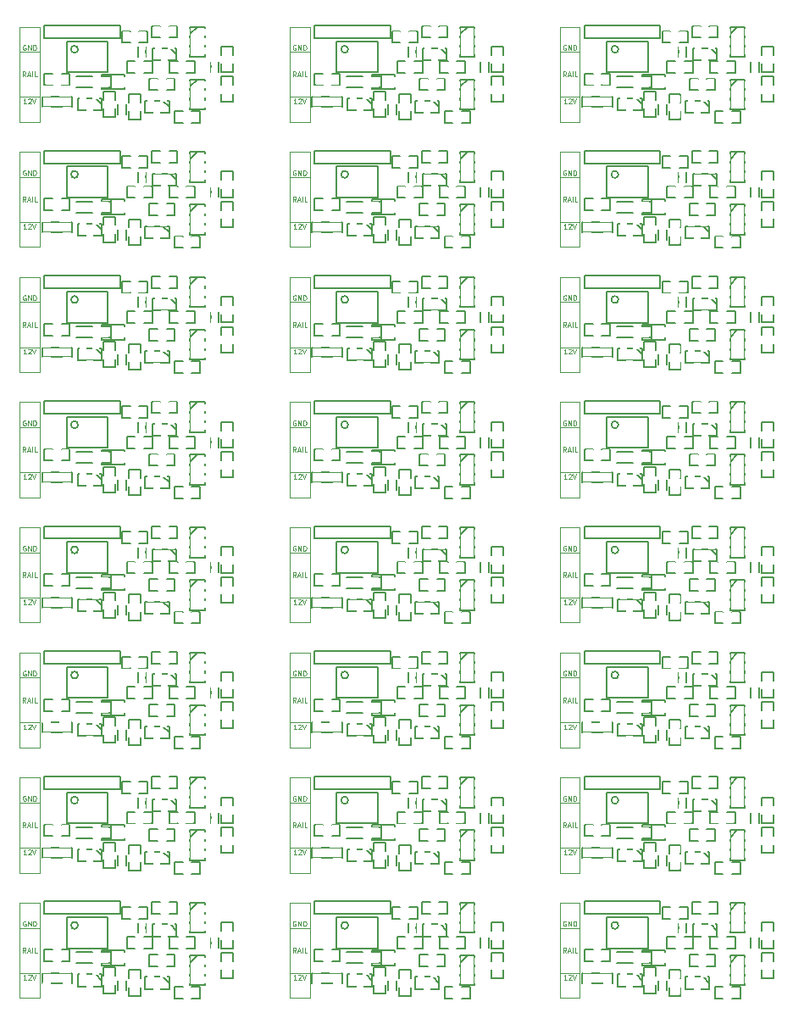
<source format=gto>
%TF.GenerationSoftware,KiCad,Pcbnew,(5.1.6)-1*%
%TF.CreationDate,2020-09-22T23:51:07+09:00*%
%TF.ProjectId,motordecoder_simple2_rev2_panelize,6d6f746f-7264-4656-936f-6465725f7369,rev?*%
%TF.SameCoordinates,PX459e440PY38444c0*%
%TF.FileFunction,Legend,Top*%
%TF.FilePolarity,Positive*%
%FSLAX46Y46*%
G04 Gerber Fmt 4.6, Leading zero omitted, Abs format (unit mm)*
G04 Created by KiCad (PCBNEW (5.1.6)-1) date 2020-09-22 23:51:07*
%MOMM*%
%LPD*%
G01*
G04 APERTURE LIST*
%ADD10C,0.120000*%
%ADD11C,0.180000*%
%ADD12C,0.200000*%
%ADD13R,0.800000X1.000000*%
%ADD14R,0.700000X0.900000*%
%ADD15R,0.900000X1.000000*%
%ADD16R,1.000000X0.800000*%
%ADD17R,0.700000X0.750000*%
%ADD18R,1.100000X0.800000*%
%ADD19R,1.400000X1.400000*%
%ADD20R,0.900000X0.900000*%
%ADD21R,1.300000X1.000000*%
%ADD22R,1.050000X1.050000*%
%ADD23R,1.800000X0.500000*%
G04 APERTURE END LIST*
D10*
X60869047Y-92726190D02*
X60702380Y-92488095D01*
X60583333Y-92726190D02*
X60583333Y-92226190D01*
X60773809Y-92226190D01*
X60821428Y-92250000D01*
X60845238Y-92273809D01*
X60869047Y-92321428D01*
X60869047Y-92392857D01*
X60845238Y-92440476D01*
X60821428Y-92464285D01*
X60773809Y-92488095D01*
X60583333Y-92488095D01*
X61059523Y-92583333D02*
X61297619Y-92583333D01*
X61011904Y-92726190D02*
X61178571Y-92226190D01*
X61345238Y-92726190D01*
X61511904Y-92726190D02*
X61511904Y-92226190D01*
X61988095Y-92726190D02*
X61750000Y-92726190D01*
X61750000Y-92226190D01*
X33869047Y-92726190D02*
X33702380Y-92488095D01*
X33583333Y-92726190D02*
X33583333Y-92226190D01*
X33773809Y-92226190D01*
X33821428Y-92250000D01*
X33845238Y-92273809D01*
X33869047Y-92321428D01*
X33869047Y-92392857D01*
X33845238Y-92440476D01*
X33821428Y-92464285D01*
X33773809Y-92488095D01*
X33583333Y-92488095D01*
X34059523Y-92583333D02*
X34297619Y-92583333D01*
X34011904Y-92726190D02*
X34178571Y-92226190D01*
X34345238Y-92726190D01*
X34511904Y-92726190D02*
X34511904Y-92226190D01*
X34988095Y-92726190D02*
X34750000Y-92726190D01*
X34750000Y-92226190D01*
X6869047Y-92726190D02*
X6702380Y-92488095D01*
X6583333Y-92726190D02*
X6583333Y-92226190D01*
X6773809Y-92226190D01*
X6821428Y-92250000D01*
X6845238Y-92273809D01*
X6869047Y-92321428D01*
X6869047Y-92392857D01*
X6845238Y-92440476D01*
X6821428Y-92464285D01*
X6773809Y-92488095D01*
X6583333Y-92488095D01*
X7059523Y-92583333D02*
X7297619Y-92583333D01*
X7011904Y-92726190D02*
X7178571Y-92226190D01*
X7345238Y-92726190D01*
X7511904Y-92726190D02*
X7511904Y-92226190D01*
X7988095Y-92726190D02*
X7750000Y-92726190D01*
X7750000Y-92226190D01*
X60869047Y-80226190D02*
X60702380Y-79988095D01*
X60583333Y-80226190D02*
X60583333Y-79726190D01*
X60773809Y-79726190D01*
X60821428Y-79750000D01*
X60845238Y-79773809D01*
X60869047Y-79821428D01*
X60869047Y-79892857D01*
X60845238Y-79940476D01*
X60821428Y-79964285D01*
X60773809Y-79988095D01*
X60583333Y-79988095D01*
X61059523Y-80083333D02*
X61297619Y-80083333D01*
X61011904Y-80226190D02*
X61178571Y-79726190D01*
X61345238Y-80226190D01*
X61511904Y-80226190D02*
X61511904Y-79726190D01*
X61988095Y-80226190D02*
X61750000Y-80226190D01*
X61750000Y-79726190D01*
X33869047Y-80226190D02*
X33702380Y-79988095D01*
X33583333Y-80226190D02*
X33583333Y-79726190D01*
X33773809Y-79726190D01*
X33821428Y-79750000D01*
X33845238Y-79773809D01*
X33869047Y-79821428D01*
X33869047Y-79892857D01*
X33845238Y-79940476D01*
X33821428Y-79964285D01*
X33773809Y-79988095D01*
X33583333Y-79988095D01*
X34059523Y-80083333D02*
X34297619Y-80083333D01*
X34011904Y-80226190D02*
X34178571Y-79726190D01*
X34345238Y-80226190D01*
X34511904Y-80226190D02*
X34511904Y-79726190D01*
X34988095Y-80226190D02*
X34750000Y-80226190D01*
X34750000Y-79726190D01*
X6869047Y-80226190D02*
X6702380Y-79988095D01*
X6583333Y-80226190D02*
X6583333Y-79726190D01*
X6773809Y-79726190D01*
X6821428Y-79750000D01*
X6845238Y-79773809D01*
X6869047Y-79821428D01*
X6869047Y-79892857D01*
X6845238Y-79940476D01*
X6821428Y-79964285D01*
X6773809Y-79988095D01*
X6583333Y-79988095D01*
X7059523Y-80083333D02*
X7297619Y-80083333D01*
X7011904Y-80226190D02*
X7178571Y-79726190D01*
X7345238Y-80226190D01*
X7511904Y-80226190D02*
X7511904Y-79726190D01*
X7988095Y-80226190D02*
X7750000Y-80226190D01*
X7750000Y-79726190D01*
X60869047Y-67726190D02*
X60702380Y-67488095D01*
X60583333Y-67726190D02*
X60583333Y-67226190D01*
X60773809Y-67226190D01*
X60821428Y-67250000D01*
X60845238Y-67273809D01*
X60869047Y-67321428D01*
X60869047Y-67392857D01*
X60845238Y-67440476D01*
X60821428Y-67464285D01*
X60773809Y-67488095D01*
X60583333Y-67488095D01*
X61059523Y-67583333D02*
X61297619Y-67583333D01*
X61011904Y-67726190D02*
X61178571Y-67226190D01*
X61345238Y-67726190D01*
X61511904Y-67726190D02*
X61511904Y-67226190D01*
X61988095Y-67726190D02*
X61750000Y-67726190D01*
X61750000Y-67226190D01*
X33869047Y-67726190D02*
X33702380Y-67488095D01*
X33583333Y-67726190D02*
X33583333Y-67226190D01*
X33773809Y-67226190D01*
X33821428Y-67250000D01*
X33845238Y-67273809D01*
X33869047Y-67321428D01*
X33869047Y-67392857D01*
X33845238Y-67440476D01*
X33821428Y-67464285D01*
X33773809Y-67488095D01*
X33583333Y-67488095D01*
X34059523Y-67583333D02*
X34297619Y-67583333D01*
X34011904Y-67726190D02*
X34178571Y-67226190D01*
X34345238Y-67726190D01*
X34511904Y-67726190D02*
X34511904Y-67226190D01*
X34988095Y-67726190D02*
X34750000Y-67726190D01*
X34750000Y-67226190D01*
X6869047Y-67726190D02*
X6702380Y-67488095D01*
X6583333Y-67726190D02*
X6583333Y-67226190D01*
X6773809Y-67226190D01*
X6821428Y-67250000D01*
X6845238Y-67273809D01*
X6869047Y-67321428D01*
X6869047Y-67392857D01*
X6845238Y-67440476D01*
X6821428Y-67464285D01*
X6773809Y-67488095D01*
X6583333Y-67488095D01*
X7059523Y-67583333D02*
X7297619Y-67583333D01*
X7011904Y-67726190D02*
X7178571Y-67226190D01*
X7345238Y-67726190D01*
X7511904Y-67726190D02*
X7511904Y-67226190D01*
X7988095Y-67726190D02*
X7750000Y-67726190D01*
X7750000Y-67226190D01*
X60869047Y-55226190D02*
X60702380Y-54988095D01*
X60583333Y-55226190D02*
X60583333Y-54726190D01*
X60773809Y-54726190D01*
X60821428Y-54750000D01*
X60845238Y-54773809D01*
X60869047Y-54821428D01*
X60869047Y-54892857D01*
X60845238Y-54940476D01*
X60821428Y-54964285D01*
X60773809Y-54988095D01*
X60583333Y-54988095D01*
X61059523Y-55083333D02*
X61297619Y-55083333D01*
X61011904Y-55226190D02*
X61178571Y-54726190D01*
X61345238Y-55226190D01*
X61511904Y-55226190D02*
X61511904Y-54726190D01*
X61988095Y-55226190D02*
X61750000Y-55226190D01*
X61750000Y-54726190D01*
X33869047Y-55226190D02*
X33702380Y-54988095D01*
X33583333Y-55226190D02*
X33583333Y-54726190D01*
X33773809Y-54726190D01*
X33821428Y-54750000D01*
X33845238Y-54773809D01*
X33869047Y-54821428D01*
X33869047Y-54892857D01*
X33845238Y-54940476D01*
X33821428Y-54964285D01*
X33773809Y-54988095D01*
X33583333Y-54988095D01*
X34059523Y-55083333D02*
X34297619Y-55083333D01*
X34011904Y-55226190D02*
X34178571Y-54726190D01*
X34345238Y-55226190D01*
X34511904Y-55226190D02*
X34511904Y-54726190D01*
X34988095Y-55226190D02*
X34750000Y-55226190D01*
X34750000Y-54726190D01*
X6869047Y-55226190D02*
X6702380Y-54988095D01*
X6583333Y-55226190D02*
X6583333Y-54726190D01*
X6773809Y-54726190D01*
X6821428Y-54750000D01*
X6845238Y-54773809D01*
X6869047Y-54821428D01*
X6869047Y-54892857D01*
X6845238Y-54940476D01*
X6821428Y-54964285D01*
X6773809Y-54988095D01*
X6583333Y-54988095D01*
X7059523Y-55083333D02*
X7297619Y-55083333D01*
X7011904Y-55226190D02*
X7178571Y-54726190D01*
X7345238Y-55226190D01*
X7511904Y-55226190D02*
X7511904Y-54726190D01*
X7988095Y-55226190D02*
X7750000Y-55226190D01*
X7750000Y-54726190D01*
X60869047Y-42726190D02*
X60702380Y-42488095D01*
X60583333Y-42726190D02*
X60583333Y-42226190D01*
X60773809Y-42226190D01*
X60821428Y-42250000D01*
X60845238Y-42273809D01*
X60869047Y-42321428D01*
X60869047Y-42392857D01*
X60845238Y-42440476D01*
X60821428Y-42464285D01*
X60773809Y-42488095D01*
X60583333Y-42488095D01*
X61059523Y-42583333D02*
X61297619Y-42583333D01*
X61011904Y-42726190D02*
X61178571Y-42226190D01*
X61345238Y-42726190D01*
X61511904Y-42726190D02*
X61511904Y-42226190D01*
X61988095Y-42726190D02*
X61750000Y-42726190D01*
X61750000Y-42226190D01*
X33869047Y-42726190D02*
X33702380Y-42488095D01*
X33583333Y-42726190D02*
X33583333Y-42226190D01*
X33773809Y-42226190D01*
X33821428Y-42250000D01*
X33845238Y-42273809D01*
X33869047Y-42321428D01*
X33869047Y-42392857D01*
X33845238Y-42440476D01*
X33821428Y-42464285D01*
X33773809Y-42488095D01*
X33583333Y-42488095D01*
X34059523Y-42583333D02*
X34297619Y-42583333D01*
X34011904Y-42726190D02*
X34178571Y-42226190D01*
X34345238Y-42726190D01*
X34511904Y-42726190D02*
X34511904Y-42226190D01*
X34988095Y-42726190D02*
X34750000Y-42726190D01*
X34750000Y-42226190D01*
X6869047Y-42726190D02*
X6702380Y-42488095D01*
X6583333Y-42726190D02*
X6583333Y-42226190D01*
X6773809Y-42226190D01*
X6821428Y-42250000D01*
X6845238Y-42273809D01*
X6869047Y-42321428D01*
X6869047Y-42392857D01*
X6845238Y-42440476D01*
X6821428Y-42464285D01*
X6773809Y-42488095D01*
X6583333Y-42488095D01*
X7059523Y-42583333D02*
X7297619Y-42583333D01*
X7011904Y-42726190D02*
X7178571Y-42226190D01*
X7345238Y-42726190D01*
X7511904Y-42726190D02*
X7511904Y-42226190D01*
X7988095Y-42726190D02*
X7750000Y-42726190D01*
X7750000Y-42226190D01*
X60869047Y-30226190D02*
X60702380Y-29988095D01*
X60583333Y-30226190D02*
X60583333Y-29726190D01*
X60773809Y-29726190D01*
X60821428Y-29750000D01*
X60845238Y-29773809D01*
X60869047Y-29821428D01*
X60869047Y-29892857D01*
X60845238Y-29940476D01*
X60821428Y-29964285D01*
X60773809Y-29988095D01*
X60583333Y-29988095D01*
X61059523Y-30083333D02*
X61297619Y-30083333D01*
X61011904Y-30226190D02*
X61178571Y-29726190D01*
X61345238Y-30226190D01*
X61511904Y-30226190D02*
X61511904Y-29726190D01*
X61988095Y-30226190D02*
X61750000Y-30226190D01*
X61750000Y-29726190D01*
X33869047Y-30226190D02*
X33702380Y-29988095D01*
X33583333Y-30226190D02*
X33583333Y-29726190D01*
X33773809Y-29726190D01*
X33821428Y-29750000D01*
X33845238Y-29773809D01*
X33869047Y-29821428D01*
X33869047Y-29892857D01*
X33845238Y-29940476D01*
X33821428Y-29964285D01*
X33773809Y-29988095D01*
X33583333Y-29988095D01*
X34059523Y-30083333D02*
X34297619Y-30083333D01*
X34011904Y-30226190D02*
X34178571Y-29726190D01*
X34345238Y-30226190D01*
X34511904Y-30226190D02*
X34511904Y-29726190D01*
X34988095Y-30226190D02*
X34750000Y-30226190D01*
X34750000Y-29726190D01*
X6869047Y-30226190D02*
X6702380Y-29988095D01*
X6583333Y-30226190D02*
X6583333Y-29726190D01*
X6773809Y-29726190D01*
X6821428Y-29750000D01*
X6845238Y-29773809D01*
X6869047Y-29821428D01*
X6869047Y-29892857D01*
X6845238Y-29940476D01*
X6821428Y-29964285D01*
X6773809Y-29988095D01*
X6583333Y-29988095D01*
X7059523Y-30083333D02*
X7297619Y-30083333D01*
X7011904Y-30226190D02*
X7178571Y-29726190D01*
X7345238Y-30226190D01*
X7511904Y-30226190D02*
X7511904Y-29726190D01*
X7988095Y-30226190D02*
X7750000Y-30226190D01*
X7750000Y-29726190D01*
X60869047Y-17726190D02*
X60702380Y-17488095D01*
X60583333Y-17726190D02*
X60583333Y-17226190D01*
X60773809Y-17226190D01*
X60821428Y-17250000D01*
X60845238Y-17273809D01*
X60869047Y-17321428D01*
X60869047Y-17392857D01*
X60845238Y-17440476D01*
X60821428Y-17464285D01*
X60773809Y-17488095D01*
X60583333Y-17488095D01*
X61059523Y-17583333D02*
X61297619Y-17583333D01*
X61011904Y-17726190D02*
X61178571Y-17226190D01*
X61345238Y-17726190D01*
X61511904Y-17726190D02*
X61511904Y-17226190D01*
X61988095Y-17726190D02*
X61750000Y-17726190D01*
X61750000Y-17226190D01*
X33869047Y-17726190D02*
X33702380Y-17488095D01*
X33583333Y-17726190D02*
X33583333Y-17226190D01*
X33773809Y-17226190D01*
X33821428Y-17250000D01*
X33845238Y-17273809D01*
X33869047Y-17321428D01*
X33869047Y-17392857D01*
X33845238Y-17440476D01*
X33821428Y-17464285D01*
X33773809Y-17488095D01*
X33583333Y-17488095D01*
X34059523Y-17583333D02*
X34297619Y-17583333D01*
X34011904Y-17726190D02*
X34178571Y-17226190D01*
X34345238Y-17726190D01*
X34511904Y-17726190D02*
X34511904Y-17226190D01*
X34988095Y-17726190D02*
X34750000Y-17726190D01*
X34750000Y-17226190D01*
X6869047Y-17726190D02*
X6702380Y-17488095D01*
X6583333Y-17726190D02*
X6583333Y-17226190D01*
X6773809Y-17226190D01*
X6821428Y-17250000D01*
X6845238Y-17273809D01*
X6869047Y-17321428D01*
X6869047Y-17392857D01*
X6845238Y-17440476D01*
X6821428Y-17464285D01*
X6773809Y-17488095D01*
X6583333Y-17488095D01*
X7059523Y-17583333D02*
X7297619Y-17583333D01*
X7011904Y-17726190D02*
X7178571Y-17226190D01*
X7345238Y-17726190D01*
X7511904Y-17726190D02*
X7511904Y-17226190D01*
X7988095Y-17726190D02*
X7750000Y-17726190D01*
X7750000Y-17226190D01*
X60869047Y-5226190D02*
X60702380Y-4988095D01*
X60583333Y-5226190D02*
X60583333Y-4726190D01*
X60773809Y-4726190D01*
X60821428Y-4750000D01*
X60845238Y-4773809D01*
X60869047Y-4821428D01*
X60869047Y-4892857D01*
X60845238Y-4940476D01*
X60821428Y-4964285D01*
X60773809Y-4988095D01*
X60583333Y-4988095D01*
X61059523Y-5083333D02*
X61297619Y-5083333D01*
X61011904Y-5226190D02*
X61178571Y-4726190D01*
X61345238Y-5226190D01*
X61511904Y-5226190D02*
X61511904Y-4726190D01*
X61988095Y-5226190D02*
X61750000Y-5226190D01*
X61750000Y-4726190D01*
X33869047Y-5226190D02*
X33702380Y-4988095D01*
X33583333Y-5226190D02*
X33583333Y-4726190D01*
X33773809Y-4726190D01*
X33821428Y-4750000D01*
X33845238Y-4773809D01*
X33869047Y-4821428D01*
X33869047Y-4892857D01*
X33845238Y-4940476D01*
X33821428Y-4964285D01*
X33773809Y-4988095D01*
X33583333Y-4988095D01*
X34059523Y-5083333D02*
X34297619Y-5083333D01*
X34011904Y-5226190D02*
X34178571Y-4726190D01*
X34345238Y-5226190D01*
X34511904Y-5226190D02*
X34511904Y-4726190D01*
X34988095Y-5226190D02*
X34750000Y-5226190D01*
X34750000Y-4726190D01*
X60869047Y-89600000D02*
X60821428Y-89576190D01*
X60750000Y-89576190D01*
X60678571Y-89600000D01*
X60630952Y-89647619D01*
X60607142Y-89695238D01*
X60583333Y-89790476D01*
X60583333Y-89861904D01*
X60607142Y-89957142D01*
X60630952Y-90004761D01*
X60678571Y-90052380D01*
X60750000Y-90076190D01*
X60797619Y-90076190D01*
X60869047Y-90052380D01*
X60892857Y-90028571D01*
X60892857Y-89861904D01*
X60797619Y-89861904D01*
X61107142Y-90076190D02*
X61107142Y-89576190D01*
X61392857Y-90076190D01*
X61392857Y-89576190D01*
X61630952Y-90076190D02*
X61630952Y-89576190D01*
X61750000Y-89576190D01*
X61821428Y-89600000D01*
X61869047Y-89647619D01*
X61892857Y-89695238D01*
X61916666Y-89790476D01*
X61916666Y-89861904D01*
X61892857Y-89957142D01*
X61869047Y-90004761D01*
X61821428Y-90052380D01*
X61750000Y-90076190D01*
X61630952Y-90076190D01*
X33869047Y-89600000D02*
X33821428Y-89576190D01*
X33750000Y-89576190D01*
X33678571Y-89600000D01*
X33630952Y-89647619D01*
X33607142Y-89695238D01*
X33583333Y-89790476D01*
X33583333Y-89861904D01*
X33607142Y-89957142D01*
X33630952Y-90004761D01*
X33678571Y-90052380D01*
X33750000Y-90076190D01*
X33797619Y-90076190D01*
X33869047Y-90052380D01*
X33892857Y-90028571D01*
X33892857Y-89861904D01*
X33797619Y-89861904D01*
X34107142Y-90076190D02*
X34107142Y-89576190D01*
X34392857Y-90076190D01*
X34392857Y-89576190D01*
X34630952Y-90076190D02*
X34630952Y-89576190D01*
X34750000Y-89576190D01*
X34821428Y-89600000D01*
X34869047Y-89647619D01*
X34892857Y-89695238D01*
X34916666Y-89790476D01*
X34916666Y-89861904D01*
X34892857Y-89957142D01*
X34869047Y-90004761D01*
X34821428Y-90052380D01*
X34750000Y-90076190D01*
X34630952Y-90076190D01*
X6869047Y-89600000D02*
X6821428Y-89576190D01*
X6750000Y-89576190D01*
X6678571Y-89600000D01*
X6630952Y-89647619D01*
X6607142Y-89695238D01*
X6583333Y-89790476D01*
X6583333Y-89861904D01*
X6607142Y-89957142D01*
X6630952Y-90004761D01*
X6678571Y-90052380D01*
X6750000Y-90076190D01*
X6797619Y-90076190D01*
X6869047Y-90052380D01*
X6892857Y-90028571D01*
X6892857Y-89861904D01*
X6797619Y-89861904D01*
X7107142Y-90076190D02*
X7107142Y-89576190D01*
X7392857Y-90076190D01*
X7392857Y-89576190D01*
X7630952Y-90076190D02*
X7630952Y-89576190D01*
X7750000Y-89576190D01*
X7821428Y-89600000D01*
X7869047Y-89647619D01*
X7892857Y-89695238D01*
X7916666Y-89790476D01*
X7916666Y-89861904D01*
X7892857Y-89957142D01*
X7869047Y-90004761D01*
X7821428Y-90052380D01*
X7750000Y-90076190D01*
X7630952Y-90076190D01*
X60869047Y-77100000D02*
X60821428Y-77076190D01*
X60750000Y-77076190D01*
X60678571Y-77100000D01*
X60630952Y-77147619D01*
X60607142Y-77195238D01*
X60583333Y-77290476D01*
X60583333Y-77361904D01*
X60607142Y-77457142D01*
X60630952Y-77504761D01*
X60678571Y-77552380D01*
X60750000Y-77576190D01*
X60797619Y-77576190D01*
X60869047Y-77552380D01*
X60892857Y-77528571D01*
X60892857Y-77361904D01*
X60797619Y-77361904D01*
X61107142Y-77576190D02*
X61107142Y-77076190D01*
X61392857Y-77576190D01*
X61392857Y-77076190D01*
X61630952Y-77576190D02*
X61630952Y-77076190D01*
X61750000Y-77076190D01*
X61821428Y-77100000D01*
X61869047Y-77147619D01*
X61892857Y-77195238D01*
X61916666Y-77290476D01*
X61916666Y-77361904D01*
X61892857Y-77457142D01*
X61869047Y-77504761D01*
X61821428Y-77552380D01*
X61750000Y-77576190D01*
X61630952Y-77576190D01*
X33869047Y-77100000D02*
X33821428Y-77076190D01*
X33750000Y-77076190D01*
X33678571Y-77100000D01*
X33630952Y-77147619D01*
X33607142Y-77195238D01*
X33583333Y-77290476D01*
X33583333Y-77361904D01*
X33607142Y-77457142D01*
X33630952Y-77504761D01*
X33678571Y-77552380D01*
X33750000Y-77576190D01*
X33797619Y-77576190D01*
X33869047Y-77552380D01*
X33892857Y-77528571D01*
X33892857Y-77361904D01*
X33797619Y-77361904D01*
X34107142Y-77576190D02*
X34107142Y-77076190D01*
X34392857Y-77576190D01*
X34392857Y-77076190D01*
X34630952Y-77576190D02*
X34630952Y-77076190D01*
X34750000Y-77076190D01*
X34821428Y-77100000D01*
X34869047Y-77147619D01*
X34892857Y-77195238D01*
X34916666Y-77290476D01*
X34916666Y-77361904D01*
X34892857Y-77457142D01*
X34869047Y-77504761D01*
X34821428Y-77552380D01*
X34750000Y-77576190D01*
X34630952Y-77576190D01*
X6869047Y-77100000D02*
X6821428Y-77076190D01*
X6750000Y-77076190D01*
X6678571Y-77100000D01*
X6630952Y-77147619D01*
X6607142Y-77195238D01*
X6583333Y-77290476D01*
X6583333Y-77361904D01*
X6607142Y-77457142D01*
X6630952Y-77504761D01*
X6678571Y-77552380D01*
X6750000Y-77576190D01*
X6797619Y-77576190D01*
X6869047Y-77552380D01*
X6892857Y-77528571D01*
X6892857Y-77361904D01*
X6797619Y-77361904D01*
X7107142Y-77576190D02*
X7107142Y-77076190D01*
X7392857Y-77576190D01*
X7392857Y-77076190D01*
X7630952Y-77576190D02*
X7630952Y-77076190D01*
X7750000Y-77076190D01*
X7821428Y-77100000D01*
X7869047Y-77147619D01*
X7892857Y-77195238D01*
X7916666Y-77290476D01*
X7916666Y-77361904D01*
X7892857Y-77457142D01*
X7869047Y-77504761D01*
X7821428Y-77552380D01*
X7750000Y-77576190D01*
X7630952Y-77576190D01*
X60869047Y-64600000D02*
X60821428Y-64576190D01*
X60750000Y-64576190D01*
X60678571Y-64600000D01*
X60630952Y-64647619D01*
X60607142Y-64695238D01*
X60583333Y-64790476D01*
X60583333Y-64861904D01*
X60607142Y-64957142D01*
X60630952Y-65004761D01*
X60678571Y-65052380D01*
X60750000Y-65076190D01*
X60797619Y-65076190D01*
X60869047Y-65052380D01*
X60892857Y-65028571D01*
X60892857Y-64861904D01*
X60797619Y-64861904D01*
X61107142Y-65076190D02*
X61107142Y-64576190D01*
X61392857Y-65076190D01*
X61392857Y-64576190D01*
X61630952Y-65076190D02*
X61630952Y-64576190D01*
X61750000Y-64576190D01*
X61821428Y-64600000D01*
X61869047Y-64647619D01*
X61892857Y-64695238D01*
X61916666Y-64790476D01*
X61916666Y-64861904D01*
X61892857Y-64957142D01*
X61869047Y-65004761D01*
X61821428Y-65052380D01*
X61750000Y-65076190D01*
X61630952Y-65076190D01*
X33869047Y-64600000D02*
X33821428Y-64576190D01*
X33750000Y-64576190D01*
X33678571Y-64600000D01*
X33630952Y-64647619D01*
X33607142Y-64695238D01*
X33583333Y-64790476D01*
X33583333Y-64861904D01*
X33607142Y-64957142D01*
X33630952Y-65004761D01*
X33678571Y-65052380D01*
X33750000Y-65076190D01*
X33797619Y-65076190D01*
X33869047Y-65052380D01*
X33892857Y-65028571D01*
X33892857Y-64861904D01*
X33797619Y-64861904D01*
X34107142Y-65076190D02*
X34107142Y-64576190D01*
X34392857Y-65076190D01*
X34392857Y-64576190D01*
X34630952Y-65076190D02*
X34630952Y-64576190D01*
X34750000Y-64576190D01*
X34821428Y-64600000D01*
X34869047Y-64647619D01*
X34892857Y-64695238D01*
X34916666Y-64790476D01*
X34916666Y-64861904D01*
X34892857Y-64957142D01*
X34869047Y-65004761D01*
X34821428Y-65052380D01*
X34750000Y-65076190D01*
X34630952Y-65076190D01*
X6869047Y-64600000D02*
X6821428Y-64576190D01*
X6750000Y-64576190D01*
X6678571Y-64600000D01*
X6630952Y-64647619D01*
X6607142Y-64695238D01*
X6583333Y-64790476D01*
X6583333Y-64861904D01*
X6607142Y-64957142D01*
X6630952Y-65004761D01*
X6678571Y-65052380D01*
X6750000Y-65076190D01*
X6797619Y-65076190D01*
X6869047Y-65052380D01*
X6892857Y-65028571D01*
X6892857Y-64861904D01*
X6797619Y-64861904D01*
X7107142Y-65076190D02*
X7107142Y-64576190D01*
X7392857Y-65076190D01*
X7392857Y-64576190D01*
X7630952Y-65076190D02*
X7630952Y-64576190D01*
X7750000Y-64576190D01*
X7821428Y-64600000D01*
X7869047Y-64647619D01*
X7892857Y-64695238D01*
X7916666Y-64790476D01*
X7916666Y-64861904D01*
X7892857Y-64957142D01*
X7869047Y-65004761D01*
X7821428Y-65052380D01*
X7750000Y-65076190D01*
X7630952Y-65076190D01*
X60869047Y-52100000D02*
X60821428Y-52076190D01*
X60750000Y-52076190D01*
X60678571Y-52100000D01*
X60630952Y-52147619D01*
X60607142Y-52195238D01*
X60583333Y-52290476D01*
X60583333Y-52361904D01*
X60607142Y-52457142D01*
X60630952Y-52504761D01*
X60678571Y-52552380D01*
X60750000Y-52576190D01*
X60797619Y-52576190D01*
X60869047Y-52552380D01*
X60892857Y-52528571D01*
X60892857Y-52361904D01*
X60797619Y-52361904D01*
X61107142Y-52576190D02*
X61107142Y-52076190D01*
X61392857Y-52576190D01*
X61392857Y-52076190D01*
X61630952Y-52576190D02*
X61630952Y-52076190D01*
X61750000Y-52076190D01*
X61821428Y-52100000D01*
X61869047Y-52147619D01*
X61892857Y-52195238D01*
X61916666Y-52290476D01*
X61916666Y-52361904D01*
X61892857Y-52457142D01*
X61869047Y-52504761D01*
X61821428Y-52552380D01*
X61750000Y-52576190D01*
X61630952Y-52576190D01*
X33869047Y-52100000D02*
X33821428Y-52076190D01*
X33750000Y-52076190D01*
X33678571Y-52100000D01*
X33630952Y-52147619D01*
X33607142Y-52195238D01*
X33583333Y-52290476D01*
X33583333Y-52361904D01*
X33607142Y-52457142D01*
X33630952Y-52504761D01*
X33678571Y-52552380D01*
X33750000Y-52576190D01*
X33797619Y-52576190D01*
X33869047Y-52552380D01*
X33892857Y-52528571D01*
X33892857Y-52361904D01*
X33797619Y-52361904D01*
X34107142Y-52576190D02*
X34107142Y-52076190D01*
X34392857Y-52576190D01*
X34392857Y-52076190D01*
X34630952Y-52576190D02*
X34630952Y-52076190D01*
X34750000Y-52076190D01*
X34821428Y-52100000D01*
X34869047Y-52147619D01*
X34892857Y-52195238D01*
X34916666Y-52290476D01*
X34916666Y-52361904D01*
X34892857Y-52457142D01*
X34869047Y-52504761D01*
X34821428Y-52552380D01*
X34750000Y-52576190D01*
X34630952Y-52576190D01*
X6869047Y-52100000D02*
X6821428Y-52076190D01*
X6750000Y-52076190D01*
X6678571Y-52100000D01*
X6630952Y-52147619D01*
X6607142Y-52195238D01*
X6583333Y-52290476D01*
X6583333Y-52361904D01*
X6607142Y-52457142D01*
X6630952Y-52504761D01*
X6678571Y-52552380D01*
X6750000Y-52576190D01*
X6797619Y-52576190D01*
X6869047Y-52552380D01*
X6892857Y-52528571D01*
X6892857Y-52361904D01*
X6797619Y-52361904D01*
X7107142Y-52576190D02*
X7107142Y-52076190D01*
X7392857Y-52576190D01*
X7392857Y-52076190D01*
X7630952Y-52576190D02*
X7630952Y-52076190D01*
X7750000Y-52076190D01*
X7821428Y-52100000D01*
X7869047Y-52147619D01*
X7892857Y-52195238D01*
X7916666Y-52290476D01*
X7916666Y-52361904D01*
X7892857Y-52457142D01*
X7869047Y-52504761D01*
X7821428Y-52552380D01*
X7750000Y-52576190D01*
X7630952Y-52576190D01*
X60869047Y-39600000D02*
X60821428Y-39576190D01*
X60750000Y-39576190D01*
X60678571Y-39600000D01*
X60630952Y-39647619D01*
X60607142Y-39695238D01*
X60583333Y-39790476D01*
X60583333Y-39861904D01*
X60607142Y-39957142D01*
X60630952Y-40004761D01*
X60678571Y-40052380D01*
X60750000Y-40076190D01*
X60797619Y-40076190D01*
X60869047Y-40052380D01*
X60892857Y-40028571D01*
X60892857Y-39861904D01*
X60797619Y-39861904D01*
X61107142Y-40076190D02*
X61107142Y-39576190D01*
X61392857Y-40076190D01*
X61392857Y-39576190D01*
X61630952Y-40076190D02*
X61630952Y-39576190D01*
X61750000Y-39576190D01*
X61821428Y-39600000D01*
X61869047Y-39647619D01*
X61892857Y-39695238D01*
X61916666Y-39790476D01*
X61916666Y-39861904D01*
X61892857Y-39957142D01*
X61869047Y-40004761D01*
X61821428Y-40052380D01*
X61750000Y-40076190D01*
X61630952Y-40076190D01*
X33869047Y-39600000D02*
X33821428Y-39576190D01*
X33750000Y-39576190D01*
X33678571Y-39600000D01*
X33630952Y-39647619D01*
X33607142Y-39695238D01*
X33583333Y-39790476D01*
X33583333Y-39861904D01*
X33607142Y-39957142D01*
X33630952Y-40004761D01*
X33678571Y-40052380D01*
X33750000Y-40076190D01*
X33797619Y-40076190D01*
X33869047Y-40052380D01*
X33892857Y-40028571D01*
X33892857Y-39861904D01*
X33797619Y-39861904D01*
X34107142Y-40076190D02*
X34107142Y-39576190D01*
X34392857Y-40076190D01*
X34392857Y-39576190D01*
X34630952Y-40076190D02*
X34630952Y-39576190D01*
X34750000Y-39576190D01*
X34821428Y-39600000D01*
X34869047Y-39647619D01*
X34892857Y-39695238D01*
X34916666Y-39790476D01*
X34916666Y-39861904D01*
X34892857Y-39957142D01*
X34869047Y-40004761D01*
X34821428Y-40052380D01*
X34750000Y-40076190D01*
X34630952Y-40076190D01*
X6869047Y-39600000D02*
X6821428Y-39576190D01*
X6750000Y-39576190D01*
X6678571Y-39600000D01*
X6630952Y-39647619D01*
X6607142Y-39695238D01*
X6583333Y-39790476D01*
X6583333Y-39861904D01*
X6607142Y-39957142D01*
X6630952Y-40004761D01*
X6678571Y-40052380D01*
X6750000Y-40076190D01*
X6797619Y-40076190D01*
X6869047Y-40052380D01*
X6892857Y-40028571D01*
X6892857Y-39861904D01*
X6797619Y-39861904D01*
X7107142Y-40076190D02*
X7107142Y-39576190D01*
X7392857Y-40076190D01*
X7392857Y-39576190D01*
X7630952Y-40076190D02*
X7630952Y-39576190D01*
X7750000Y-39576190D01*
X7821428Y-39600000D01*
X7869047Y-39647619D01*
X7892857Y-39695238D01*
X7916666Y-39790476D01*
X7916666Y-39861904D01*
X7892857Y-39957142D01*
X7869047Y-40004761D01*
X7821428Y-40052380D01*
X7750000Y-40076190D01*
X7630952Y-40076190D01*
X60869047Y-27100000D02*
X60821428Y-27076190D01*
X60750000Y-27076190D01*
X60678571Y-27100000D01*
X60630952Y-27147619D01*
X60607142Y-27195238D01*
X60583333Y-27290476D01*
X60583333Y-27361904D01*
X60607142Y-27457142D01*
X60630952Y-27504761D01*
X60678571Y-27552380D01*
X60750000Y-27576190D01*
X60797619Y-27576190D01*
X60869047Y-27552380D01*
X60892857Y-27528571D01*
X60892857Y-27361904D01*
X60797619Y-27361904D01*
X61107142Y-27576190D02*
X61107142Y-27076190D01*
X61392857Y-27576190D01*
X61392857Y-27076190D01*
X61630952Y-27576190D02*
X61630952Y-27076190D01*
X61750000Y-27076190D01*
X61821428Y-27100000D01*
X61869047Y-27147619D01*
X61892857Y-27195238D01*
X61916666Y-27290476D01*
X61916666Y-27361904D01*
X61892857Y-27457142D01*
X61869047Y-27504761D01*
X61821428Y-27552380D01*
X61750000Y-27576190D01*
X61630952Y-27576190D01*
X33869047Y-27100000D02*
X33821428Y-27076190D01*
X33750000Y-27076190D01*
X33678571Y-27100000D01*
X33630952Y-27147619D01*
X33607142Y-27195238D01*
X33583333Y-27290476D01*
X33583333Y-27361904D01*
X33607142Y-27457142D01*
X33630952Y-27504761D01*
X33678571Y-27552380D01*
X33750000Y-27576190D01*
X33797619Y-27576190D01*
X33869047Y-27552380D01*
X33892857Y-27528571D01*
X33892857Y-27361904D01*
X33797619Y-27361904D01*
X34107142Y-27576190D02*
X34107142Y-27076190D01*
X34392857Y-27576190D01*
X34392857Y-27076190D01*
X34630952Y-27576190D02*
X34630952Y-27076190D01*
X34750000Y-27076190D01*
X34821428Y-27100000D01*
X34869047Y-27147619D01*
X34892857Y-27195238D01*
X34916666Y-27290476D01*
X34916666Y-27361904D01*
X34892857Y-27457142D01*
X34869047Y-27504761D01*
X34821428Y-27552380D01*
X34750000Y-27576190D01*
X34630952Y-27576190D01*
X6869047Y-27100000D02*
X6821428Y-27076190D01*
X6750000Y-27076190D01*
X6678571Y-27100000D01*
X6630952Y-27147619D01*
X6607142Y-27195238D01*
X6583333Y-27290476D01*
X6583333Y-27361904D01*
X6607142Y-27457142D01*
X6630952Y-27504761D01*
X6678571Y-27552380D01*
X6750000Y-27576190D01*
X6797619Y-27576190D01*
X6869047Y-27552380D01*
X6892857Y-27528571D01*
X6892857Y-27361904D01*
X6797619Y-27361904D01*
X7107142Y-27576190D02*
X7107142Y-27076190D01*
X7392857Y-27576190D01*
X7392857Y-27076190D01*
X7630952Y-27576190D02*
X7630952Y-27076190D01*
X7750000Y-27076190D01*
X7821428Y-27100000D01*
X7869047Y-27147619D01*
X7892857Y-27195238D01*
X7916666Y-27290476D01*
X7916666Y-27361904D01*
X7892857Y-27457142D01*
X7869047Y-27504761D01*
X7821428Y-27552380D01*
X7750000Y-27576190D01*
X7630952Y-27576190D01*
X60869047Y-14600000D02*
X60821428Y-14576190D01*
X60750000Y-14576190D01*
X60678571Y-14600000D01*
X60630952Y-14647619D01*
X60607142Y-14695238D01*
X60583333Y-14790476D01*
X60583333Y-14861904D01*
X60607142Y-14957142D01*
X60630952Y-15004761D01*
X60678571Y-15052380D01*
X60750000Y-15076190D01*
X60797619Y-15076190D01*
X60869047Y-15052380D01*
X60892857Y-15028571D01*
X60892857Y-14861904D01*
X60797619Y-14861904D01*
X61107142Y-15076190D02*
X61107142Y-14576190D01*
X61392857Y-15076190D01*
X61392857Y-14576190D01*
X61630952Y-15076190D02*
X61630952Y-14576190D01*
X61750000Y-14576190D01*
X61821428Y-14600000D01*
X61869047Y-14647619D01*
X61892857Y-14695238D01*
X61916666Y-14790476D01*
X61916666Y-14861904D01*
X61892857Y-14957142D01*
X61869047Y-15004761D01*
X61821428Y-15052380D01*
X61750000Y-15076190D01*
X61630952Y-15076190D01*
X33869047Y-14600000D02*
X33821428Y-14576190D01*
X33750000Y-14576190D01*
X33678571Y-14600000D01*
X33630952Y-14647619D01*
X33607142Y-14695238D01*
X33583333Y-14790476D01*
X33583333Y-14861904D01*
X33607142Y-14957142D01*
X33630952Y-15004761D01*
X33678571Y-15052380D01*
X33750000Y-15076190D01*
X33797619Y-15076190D01*
X33869047Y-15052380D01*
X33892857Y-15028571D01*
X33892857Y-14861904D01*
X33797619Y-14861904D01*
X34107142Y-15076190D02*
X34107142Y-14576190D01*
X34392857Y-15076190D01*
X34392857Y-14576190D01*
X34630952Y-15076190D02*
X34630952Y-14576190D01*
X34750000Y-14576190D01*
X34821428Y-14600000D01*
X34869047Y-14647619D01*
X34892857Y-14695238D01*
X34916666Y-14790476D01*
X34916666Y-14861904D01*
X34892857Y-14957142D01*
X34869047Y-15004761D01*
X34821428Y-15052380D01*
X34750000Y-15076190D01*
X34630952Y-15076190D01*
X6869047Y-14600000D02*
X6821428Y-14576190D01*
X6750000Y-14576190D01*
X6678571Y-14600000D01*
X6630952Y-14647619D01*
X6607142Y-14695238D01*
X6583333Y-14790476D01*
X6583333Y-14861904D01*
X6607142Y-14957142D01*
X6630952Y-15004761D01*
X6678571Y-15052380D01*
X6750000Y-15076190D01*
X6797619Y-15076190D01*
X6869047Y-15052380D01*
X6892857Y-15028571D01*
X6892857Y-14861904D01*
X6797619Y-14861904D01*
X7107142Y-15076190D02*
X7107142Y-14576190D01*
X7392857Y-15076190D01*
X7392857Y-14576190D01*
X7630952Y-15076190D02*
X7630952Y-14576190D01*
X7750000Y-14576190D01*
X7821428Y-14600000D01*
X7869047Y-14647619D01*
X7892857Y-14695238D01*
X7916666Y-14790476D01*
X7916666Y-14861904D01*
X7892857Y-14957142D01*
X7869047Y-15004761D01*
X7821428Y-15052380D01*
X7750000Y-15076190D01*
X7630952Y-15076190D01*
X60869047Y-2100000D02*
X60821428Y-2076190D01*
X60750000Y-2076190D01*
X60678571Y-2100000D01*
X60630952Y-2147619D01*
X60607142Y-2195238D01*
X60583333Y-2290476D01*
X60583333Y-2361904D01*
X60607142Y-2457142D01*
X60630952Y-2504761D01*
X60678571Y-2552380D01*
X60750000Y-2576190D01*
X60797619Y-2576190D01*
X60869047Y-2552380D01*
X60892857Y-2528571D01*
X60892857Y-2361904D01*
X60797619Y-2361904D01*
X61107142Y-2576190D02*
X61107142Y-2076190D01*
X61392857Y-2576190D01*
X61392857Y-2076190D01*
X61630952Y-2576190D02*
X61630952Y-2076190D01*
X61750000Y-2076190D01*
X61821428Y-2100000D01*
X61869047Y-2147619D01*
X61892857Y-2195238D01*
X61916666Y-2290476D01*
X61916666Y-2361904D01*
X61892857Y-2457142D01*
X61869047Y-2504761D01*
X61821428Y-2552380D01*
X61750000Y-2576190D01*
X61630952Y-2576190D01*
X33869047Y-2100000D02*
X33821428Y-2076190D01*
X33750000Y-2076190D01*
X33678571Y-2100000D01*
X33630952Y-2147619D01*
X33607142Y-2195238D01*
X33583333Y-2290476D01*
X33583333Y-2361904D01*
X33607142Y-2457142D01*
X33630952Y-2504761D01*
X33678571Y-2552380D01*
X33750000Y-2576190D01*
X33797619Y-2576190D01*
X33869047Y-2552380D01*
X33892857Y-2528571D01*
X33892857Y-2361904D01*
X33797619Y-2361904D01*
X34107142Y-2576190D02*
X34107142Y-2076190D01*
X34392857Y-2576190D01*
X34392857Y-2076190D01*
X34630952Y-2576190D02*
X34630952Y-2076190D01*
X34750000Y-2076190D01*
X34821428Y-2100000D01*
X34869047Y-2147619D01*
X34892857Y-2195238D01*
X34916666Y-2290476D01*
X34916666Y-2361904D01*
X34892857Y-2457142D01*
X34869047Y-2504761D01*
X34821428Y-2552380D01*
X34750000Y-2576190D01*
X34630952Y-2576190D01*
X60940476Y-95426190D02*
X60654761Y-95426190D01*
X60797619Y-95426190D02*
X60797619Y-94926190D01*
X60750000Y-94997619D01*
X60702380Y-95045238D01*
X60654761Y-95069047D01*
X61130952Y-94973809D02*
X61154761Y-94950000D01*
X61202380Y-94926190D01*
X61321428Y-94926190D01*
X61369047Y-94950000D01*
X61392857Y-94973809D01*
X61416666Y-95021428D01*
X61416666Y-95069047D01*
X61392857Y-95140476D01*
X61107142Y-95426190D01*
X61416666Y-95426190D01*
X61559523Y-94926190D02*
X61726190Y-95426190D01*
X61892857Y-94926190D01*
X33940476Y-95426190D02*
X33654761Y-95426190D01*
X33797619Y-95426190D02*
X33797619Y-94926190D01*
X33750000Y-94997619D01*
X33702380Y-95045238D01*
X33654761Y-95069047D01*
X34130952Y-94973809D02*
X34154761Y-94950000D01*
X34202380Y-94926190D01*
X34321428Y-94926190D01*
X34369047Y-94950000D01*
X34392857Y-94973809D01*
X34416666Y-95021428D01*
X34416666Y-95069047D01*
X34392857Y-95140476D01*
X34107142Y-95426190D01*
X34416666Y-95426190D01*
X34559523Y-94926190D02*
X34726190Y-95426190D01*
X34892857Y-94926190D01*
X6940476Y-95426190D02*
X6654761Y-95426190D01*
X6797619Y-95426190D02*
X6797619Y-94926190D01*
X6750000Y-94997619D01*
X6702380Y-95045238D01*
X6654761Y-95069047D01*
X7130952Y-94973809D02*
X7154761Y-94950000D01*
X7202380Y-94926190D01*
X7321428Y-94926190D01*
X7369047Y-94950000D01*
X7392857Y-94973809D01*
X7416666Y-95021428D01*
X7416666Y-95069047D01*
X7392857Y-95140476D01*
X7107142Y-95426190D01*
X7416666Y-95426190D01*
X7559523Y-94926190D02*
X7726190Y-95426190D01*
X7892857Y-94926190D01*
X60940476Y-82926190D02*
X60654761Y-82926190D01*
X60797619Y-82926190D02*
X60797619Y-82426190D01*
X60750000Y-82497619D01*
X60702380Y-82545238D01*
X60654761Y-82569047D01*
X61130952Y-82473809D02*
X61154761Y-82450000D01*
X61202380Y-82426190D01*
X61321428Y-82426190D01*
X61369047Y-82450000D01*
X61392857Y-82473809D01*
X61416666Y-82521428D01*
X61416666Y-82569047D01*
X61392857Y-82640476D01*
X61107142Y-82926190D01*
X61416666Y-82926190D01*
X61559523Y-82426190D02*
X61726190Y-82926190D01*
X61892857Y-82426190D01*
X33940476Y-82926190D02*
X33654761Y-82926190D01*
X33797619Y-82926190D02*
X33797619Y-82426190D01*
X33750000Y-82497619D01*
X33702380Y-82545238D01*
X33654761Y-82569047D01*
X34130952Y-82473809D02*
X34154761Y-82450000D01*
X34202380Y-82426190D01*
X34321428Y-82426190D01*
X34369047Y-82450000D01*
X34392857Y-82473809D01*
X34416666Y-82521428D01*
X34416666Y-82569047D01*
X34392857Y-82640476D01*
X34107142Y-82926190D01*
X34416666Y-82926190D01*
X34559523Y-82426190D02*
X34726190Y-82926190D01*
X34892857Y-82426190D01*
X6940476Y-82926190D02*
X6654761Y-82926190D01*
X6797619Y-82926190D02*
X6797619Y-82426190D01*
X6750000Y-82497619D01*
X6702380Y-82545238D01*
X6654761Y-82569047D01*
X7130952Y-82473809D02*
X7154761Y-82450000D01*
X7202380Y-82426190D01*
X7321428Y-82426190D01*
X7369047Y-82450000D01*
X7392857Y-82473809D01*
X7416666Y-82521428D01*
X7416666Y-82569047D01*
X7392857Y-82640476D01*
X7107142Y-82926190D01*
X7416666Y-82926190D01*
X7559523Y-82426190D02*
X7726190Y-82926190D01*
X7892857Y-82426190D01*
X60940476Y-70426190D02*
X60654761Y-70426190D01*
X60797619Y-70426190D02*
X60797619Y-69926190D01*
X60750000Y-69997619D01*
X60702380Y-70045238D01*
X60654761Y-70069047D01*
X61130952Y-69973809D02*
X61154761Y-69950000D01*
X61202380Y-69926190D01*
X61321428Y-69926190D01*
X61369047Y-69950000D01*
X61392857Y-69973809D01*
X61416666Y-70021428D01*
X61416666Y-70069047D01*
X61392857Y-70140476D01*
X61107142Y-70426190D01*
X61416666Y-70426190D01*
X61559523Y-69926190D02*
X61726190Y-70426190D01*
X61892857Y-69926190D01*
X33940476Y-70426190D02*
X33654761Y-70426190D01*
X33797619Y-70426190D02*
X33797619Y-69926190D01*
X33750000Y-69997619D01*
X33702380Y-70045238D01*
X33654761Y-70069047D01*
X34130952Y-69973809D02*
X34154761Y-69950000D01*
X34202380Y-69926190D01*
X34321428Y-69926190D01*
X34369047Y-69950000D01*
X34392857Y-69973809D01*
X34416666Y-70021428D01*
X34416666Y-70069047D01*
X34392857Y-70140476D01*
X34107142Y-70426190D01*
X34416666Y-70426190D01*
X34559523Y-69926190D02*
X34726190Y-70426190D01*
X34892857Y-69926190D01*
X6940476Y-70426190D02*
X6654761Y-70426190D01*
X6797619Y-70426190D02*
X6797619Y-69926190D01*
X6750000Y-69997619D01*
X6702380Y-70045238D01*
X6654761Y-70069047D01*
X7130952Y-69973809D02*
X7154761Y-69950000D01*
X7202380Y-69926190D01*
X7321428Y-69926190D01*
X7369047Y-69950000D01*
X7392857Y-69973809D01*
X7416666Y-70021428D01*
X7416666Y-70069047D01*
X7392857Y-70140476D01*
X7107142Y-70426190D01*
X7416666Y-70426190D01*
X7559523Y-69926190D02*
X7726190Y-70426190D01*
X7892857Y-69926190D01*
X60940476Y-57926190D02*
X60654761Y-57926190D01*
X60797619Y-57926190D02*
X60797619Y-57426190D01*
X60750000Y-57497619D01*
X60702380Y-57545238D01*
X60654761Y-57569047D01*
X61130952Y-57473809D02*
X61154761Y-57450000D01*
X61202380Y-57426190D01*
X61321428Y-57426190D01*
X61369047Y-57450000D01*
X61392857Y-57473809D01*
X61416666Y-57521428D01*
X61416666Y-57569047D01*
X61392857Y-57640476D01*
X61107142Y-57926190D01*
X61416666Y-57926190D01*
X61559523Y-57426190D02*
X61726190Y-57926190D01*
X61892857Y-57426190D01*
X33940476Y-57926190D02*
X33654761Y-57926190D01*
X33797619Y-57926190D02*
X33797619Y-57426190D01*
X33750000Y-57497619D01*
X33702380Y-57545238D01*
X33654761Y-57569047D01*
X34130952Y-57473809D02*
X34154761Y-57450000D01*
X34202380Y-57426190D01*
X34321428Y-57426190D01*
X34369047Y-57450000D01*
X34392857Y-57473809D01*
X34416666Y-57521428D01*
X34416666Y-57569047D01*
X34392857Y-57640476D01*
X34107142Y-57926190D01*
X34416666Y-57926190D01*
X34559523Y-57426190D02*
X34726190Y-57926190D01*
X34892857Y-57426190D01*
X6940476Y-57926190D02*
X6654761Y-57926190D01*
X6797619Y-57926190D02*
X6797619Y-57426190D01*
X6750000Y-57497619D01*
X6702380Y-57545238D01*
X6654761Y-57569047D01*
X7130952Y-57473809D02*
X7154761Y-57450000D01*
X7202380Y-57426190D01*
X7321428Y-57426190D01*
X7369047Y-57450000D01*
X7392857Y-57473809D01*
X7416666Y-57521428D01*
X7416666Y-57569047D01*
X7392857Y-57640476D01*
X7107142Y-57926190D01*
X7416666Y-57926190D01*
X7559523Y-57426190D02*
X7726190Y-57926190D01*
X7892857Y-57426190D01*
X60940476Y-45426190D02*
X60654761Y-45426190D01*
X60797619Y-45426190D02*
X60797619Y-44926190D01*
X60750000Y-44997619D01*
X60702380Y-45045238D01*
X60654761Y-45069047D01*
X61130952Y-44973809D02*
X61154761Y-44950000D01*
X61202380Y-44926190D01*
X61321428Y-44926190D01*
X61369047Y-44950000D01*
X61392857Y-44973809D01*
X61416666Y-45021428D01*
X61416666Y-45069047D01*
X61392857Y-45140476D01*
X61107142Y-45426190D01*
X61416666Y-45426190D01*
X61559523Y-44926190D02*
X61726190Y-45426190D01*
X61892857Y-44926190D01*
X33940476Y-45426190D02*
X33654761Y-45426190D01*
X33797619Y-45426190D02*
X33797619Y-44926190D01*
X33750000Y-44997619D01*
X33702380Y-45045238D01*
X33654761Y-45069047D01*
X34130952Y-44973809D02*
X34154761Y-44950000D01*
X34202380Y-44926190D01*
X34321428Y-44926190D01*
X34369047Y-44950000D01*
X34392857Y-44973809D01*
X34416666Y-45021428D01*
X34416666Y-45069047D01*
X34392857Y-45140476D01*
X34107142Y-45426190D01*
X34416666Y-45426190D01*
X34559523Y-44926190D02*
X34726190Y-45426190D01*
X34892857Y-44926190D01*
X6940476Y-45426190D02*
X6654761Y-45426190D01*
X6797619Y-45426190D02*
X6797619Y-44926190D01*
X6750000Y-44997619D01*
X6702380Y-45045238D01*
X6654761Y-45069047D01*
X7130952Y-44973809D02*
X7154761Y-44950000D01*
X7202380Y-44926190D01*
X7321428Y-44926190D01*
X7369047Y-44950000D01*
X7392857Y-44973809D01*
X7416666Y-45021428D01*
X7416666Y-45069047D01*
X7392857Y-45140476D01*
X7107142Y-45426190D01*
X7416666Y-45426190D01*
X7559523Y-44926190D02*
X7726190Y-45426190D01*
X7892857Y-44926190D01*
X60940476Y-32926190D02*
X60654761Y-32926190D01*
X60797619Y-32926190D02*
X60797619Y-32426190D01*
X60750000Y-32497619D01*
X60702380Y-32545238D01*
X60654761Y-32569047D01*
X61130952Y-32473809D02*
X61154761Y-32450000D01*
X61202380Y-32426190D01*
X61321428Y-32426190D01*
X61369047Y-32450000D01*
X61392857Y-32473809D01*
X61416666Y-32521428D01*
X61416666Y-32569047D01*
X61392857Y-32640476D01*
X61107142Y-32926190D01*
X61416666Y-32926190D01*
X61559523Y-32426190D02*
X61726190Y-32926190D01*
X61892857Y-32426190D01*
X33940476Y-32926190D02*
X33654761Y-32926190D01*
X33797619Y-32926190D02*
X33797619Y-32426190D01*
X33750000Y-32497619D01*
X33702380Y-32545238D01*
X33654761Y-32569047D01*
X34130952Y-32473809D02*
X34154761Y-32450000D01*
X34202380Y-32426190D01*
X34321428Y-32426190D01*
X34369047Y-32450000D01*
X34392857Y-32473809D01*
X34416666Y-32521428D01*
X34416666Y-32569047D01*
X34392857Y-32640476D01*
X34107142Y-32926190D01*
X34416666Y-32926190D01*
X34559523Y-32426190D02*
X34726190Y-32926190D01*
X34892857Y-32426190D01*
X6940476Y-32926190D02*
X6654761Y-32926190D01*
X6797619Y-32926190D02*
X6797619Y-32426190D01*
X6750000Y-32497619D01*
X6702380Y-32545238D01*
X6654761Y-32569047D01*
X7130952Y-32473809D02*
X7154761Y-32450000D01*
X7202380Y-32426190D01*
X7321428Y-32426190D01*
X7369047Y-32450000D01*
X7392857Y-32473809D01*
X7416666Y-32521428D01*
X7416666Y-32569047D01*
X7392857Y-32640476D01*
X7107142Y-32926190D01*
X7416666Y-32926190D01*
X7559523Y-32426190D02*
X7726190Y-32926190D01*
X7892857Y-32426190D01*
X60940476Y-20426190D02*
X60654761Y-20426190D01*
X60797619Y-20426190D02*
X60797619Y-19926190D01*
X60750000Y-19997619D01*
X60702380Y-20045238D01*
X60654761Y-20069047D01*
X61130952Y-19973809D02*
X61154761Y-19950000D01*
X61202380Y-19926190D01*
X61321428Y-19926190D01*
X61369047Y-19950000D01*
X61392857Y-19973809D01*
X61416666Y-20021428D01*
X61416666Y-20069047D01*
X61392857Y-20140476D01*
X61107142Y-20426190D01*
X61416666Y-20426190D01*
X61559523Y-19926190D02*
X61726190Y-20426190D01*
X61892857Y-19926190D01*
X33940476Y-20426190D02*
X33654761Y-20426190D01*
X33797619Y-20426190D02*
X33797619Y-19926190D01*
X33750000Y-19997619D01*
X33702380Y-20045238D01*
X33654761Y-20069047D01*
X34130952Y-19973809D02*
X34154761Y-19950000D01*
X34202380Y-19926190D01*
X34321428Y-19926190D01*
X34369047Y-19950000D01*
X34392857Y-19973809D01*
X34416666Y-20021428D01*
X34416666Y-20069047D01*
X34392857Y-20140476D01*
X34107142Y-20426190D01*
X34416666Y-20426190D01*
X34559523Y-19926190D02*
X34726190Y-20426190D01*
X34892857Y-19926190D01*
X6940476Y-20426190D02*
X6654761Y-20426190D01*
X6797619Y-20426190D02*
X6797619Y-19926190D01*
X6750000Y-19997619D01*
X6702380Y-20045238D01*
X6654761Y-20069047D01*
X7130952Y-19973809D02*
X7154761Y-19950000D01*
X7202380Y-19926190D01*
X7321428Y-19926190D01*
X7369047Y-19950000D01*
X7392857Y-19973809D01*
X7416666Y-20021428D01*
X7416666Y-20069047D01*
X7392857Y-20140476D01*
X7107142Y-20426190D01*
X7416666Y-20426190D01*
X7559523Y-19926190D02*
X7726190Y-20426190D01*
X7892857Y-19926190D01*
X60940476Y-7926190D02*
X60654761Y-7926190D01*
X60797619Y-7926190D02*
X60797619Y-7426190D01*
X60750000Y-7497619D01*
X60702380Y-7545238D01*
X60654761Y-7569047D01*
X61130952Y-7473809D02*
X61154761Y-7450000D01*
X61202380Y-7426190D01*
X61321428Y-7426190D01*
X61369047Y-7450000D01*
X61392857Y-7473809D01*
X61416666Y-7521428D01*
X61416666Y-7569047D01*
X61392857Y-7640476D01*
X61107142Y-7926190D01*
X61416666Y-7926190D01*
X61559523Y-7426190D02*
X61726190Y-7926190D01*
X61892857Y-7426190D01*
X33940476Y-7926190D02*
X33654761Y-7926190D01*
X33797619Y-7926190D02*
X33797619Y-7426190D01*
X33750000Y-7497619D01*
X33702380Y-7545238D01*
X33654761Y-7569047D01*
X34130952Y-7473809D02*
X34154761Y-7450000D01*
X34202380Y-7426190D01*
X34321428Y-7426190D01*
X34369047Y-7450000D01*
X34392857Y-7473809D01*
X34416666Y-7521428D01*
X34416666Y-7569047D01*
X34392857Y-7640476D01*
X34107142Y-7926190D01*
X34416666Y-7926190D01*
X34559523Y-7426190D02*
X34726190Y-7926190D01*
X34892857Y-7426190D01*
X60250000Y-90250000D02*
X62250000Y-90250000D01*
X33250000Y-90250000D02*
X35250000Y-90250000D01*
X6250000Y-90250000D02*
X8250000Y-90250000D01*
X60250000Y-77750000D02*
X62250000Y-77750000D01*
X33250000Y-77750000D02*
X35250000Y-77750000D01*
X6250000Y-77750000D02*
X8250000Y-77750000D01*
X60250000Y-65250000D02*
X62250000Y-65250000D01*
X33250000Y-65250000D02*
X35250000Y-65250000D01*
X6250000Y-65250000D02*
X8250000Y-65250000D01*
X60250000Y-52750000D02*
X62250000Y-52750000D01*
X33250000Y-52750000D02*
X35250000Y-52750000D01*
X6250000Y-52750000D02*
X8250000Y-52750000D01*
X60250000Y-40250000D02*
X62250000Y-40250000D01*
X33250000Y-40250000D02*
X35250000Y-40250000D01*
X6250000Y-40250000D02*
X8250000Y-40250000D01*
X60250000Y-27750000D02*
X62250000Y-27750000D01*
X33250000Y-27750000D02*
X35250000Y-27750000D01*
X6250000Y-27750000D02*
X8250000Y-27750000D01*
X60250000Y-15250000D02*
X62250000Y-15250000D01*
X33250000Y-15250000D02*
X35250000Y-15250000D01*
X6250000Y-15250000D02*
X8250000Y-15250000D01*
X60250000Y-2750000D02*
X62250000Y-2750000D01*
X33250000Y-2750000D02*
X35250000Y-2750000D01*
X62250000Y-90000000D02*
X62250000Y-87750000D01*
X35250000Y-90000000D02*
X35250000Y-87750000D01*
X8250000Y-90000000D02*
X8250000Y-87750000D01*
X62250000Y-77500000D02*
X62250000Y-75250000D01*
X35250000Y-77500000D02*
X35250000Y-75250000D01*
X8250000Y-77500000D02*
X8250000Y-75250000D01*
X62250000Y-65000000D02*
X62250000Y-62750000D01*
X35250000Y-65000000D02*
X35250000Y-62750000D01*
X8250000Y-65000000D02*
X8250000Y-62750000D01*
X62250000Y-52500000D02*
X62250000Y-50250000D01*
X35250000Y-52500000D02*
X35250000Y-50250000D01*
X8250000Y-52500000D02*
X8250000Y-50250000D01*
X62250000Y-40000000D02*
X62250000Y-37750000D01*
X35250000Y-40000000D02*
X35250000Y-37750000D01*
X8250000Y-40000000D02*
X8250000Y-37750000D01*
X62250000Y-27500000D02*
X62250000Y-25250000D01*
X35250000Y-27500000D02*
X35250000Y-25250000D01*
X8250000Y-27500000D02*
X8250000Y-25250000D01*
X62250000Y-15000000D02*
X62250000Y-12750000D01*
X35250000Y-15000000D02*
X35250000Y-12750000D01*
X8250000Y-15000000D02*
X8250000Y-12750000D01*
X62250000Y-2500000D02*
X62250000Y-250000D01*
X35250000Y-2500000D02*
X35250000Y-250000D01*
X62250000Y-95000000D02*
X62250000Y-90000000D01*
X35250000Y-95000000D02*
X35250000Y-90000000D01*
X8250000Y-95000000D02*
X8250000Y-90000000D01*
X62250000Y-82500000D02*
X62250000Y-77500000D01*
X35250000Y-82500000D02*
X35250000Y-77500000D01*
X8250000Y-82500000D02*
X8250000Y-77500000D01*
X62250000Y-70000000D02*
X62250000Y-65000000D01*
X35250000Y-70000000D02*
X35250000Y-65000000D01*
X8250000Y-70000000D02*
X8250000Y-65000000D01*
X62250000Y-57500000D02*
X62250000Y-52500000D01*
X35250000Y-57500000D02*
X35250000Y-52500000D01*
X8250000Y-57500000D02*
X8250000Y-52500000D01*
X62250000Y-45000000D02*
X62250000Y-40000000D01*
X35250000Y-45000000D02*
X35250000Y-40000000D01*
X8250000Y-45000000D02*
X8250000Y-40000000D01*
X62250000Y-32500000D02*
X62250000Y-27500000D01*
X35250000Y-32500000D02*
X35250000Y-27500000D01*
X8250000Y-32500000D02*
X8250000Y-27500000D01*
X62250000Y-20000000D02*
X62250000Y-15000000D01*
X35250000Y-20000000D02*
X35250000Y-15000000D01*
X8250000Y-20000000D02*
X8250000Y-15000000D01*
X62250000Y-7500000D02*
X62250000Y-2500000D01*
X35250000Y-7500000D02*
X35250000Y-2500000D01*
X62250000Y-97250000D02*
X60250000Y-97250000D01*
X35250000Y-97250000D02*
X33250000Y-97250000D01*
X8250000Y-97250000D02*
X6250000Y-97250000D01*
X62250000Y-84750000D02*
X60250000Y-84750000D01*
X35250000Y-84750000D02*
X33250000Y-84750000D01*
X8250000Y-84750000D02*
X6250000Y-84750000D01*
X62250000Y-72250000D02*
X60250000Y-72250000D01*
X35250000Y-72250000D02*
X33250000Y-72250000D01*
X8250000Y-72250000D02*
X6250000Y-72250000D01*
X62250000Y-59750000D02*
X60250000Y-59750000D01*
X35250000Y-59750000D02*
X33250000Y-59750000D01*
X8250000Y-59750000D02*
X6250000Y-59750000D01*
X62250000Y-47250000D02*
X60250000Y-47250000D01*
X35250000Y-47250000D02*
X33250000Y-47250000D01*
X8250000Y-47250000D02*
X6250000Y-47250000D01*
X62250000Y-34750000D02*
X60250000Y-34750000D01*
X35250000Y-34750000D02*
X33250000Y-34750000D01*
X8250000Y-34750000D02*
X6250000Y-34750000D01*
X62250000Y-22250000D02*
X60250000Y-22250000D01*
X35250000Y-22250000D02*
X33250000Y-22250000D01*
X8250000Y-22250000D02*
X6250000Y-22250000D01*
X62250000Y-9750000D02*
X60250000Y-9750000D01*
X35250000Y-9750000D02*
X33250000Y-9750000D01*
X60250000Y-97250000D02*
X60250000Y-95000000D01*
X33250000Y-97250000D02*
X33250000Y-95000000D01*
X6250000Y-97250000D02*
X6250000Y-95000000D01*
X60250000Y-84750000D02*
X60250000Y-82500000D01*
X33250000Y-84750000D02*
X33250000Y-82500000D01*
X6250000Y-84750000D02*
X6250000Y-82500000D01*
X60250000Y-72250000D02*
X60250000Y-70000000D01*
X33250000Y-72250000D02*
X33250000Y-70000000D01*
X6250000Y-72250000D02*
X6250000Y-70000000D01*
X60250000Y-59750000D02*
X60250000Y-57500000D01*
X33250000Y-59750000D02*
X33250000Y-57500000D01*
X6250000Y-59750000D02*
X6250000Y-57500000D01*
X60250000Y-47250000D02*
X60250000Y-45000000D01*
X33250000Y-47250000D02*
X33250000Y-45000000D01*
X6250000Y-47250000D02*
X6250000Y-45000000D01*
X60250000Y-34750000D02*
X60250000Y-32500000D01*
X33250000Y-34750000D02*
X33250000Y-32500000D01*
X6250000Y-34750000D02*
X6250000Y-32500000D01*
X60250000Y-22250000D02*
X60250000Y-20000000D01*
X33250000Y-22250000D02*
X33250000Y-20000000D01*
X6250000Y-22250000D02*
X6250000Y-20000000D01*
X60250000Y-9750000D02*
X60250000Y-7500000D01*
X33250000Y-9750000D02*
X33250000Y-7500000D01*
X62250000Y-87750000D02*
X60250000Y-87750000D01*
X35250000Y-87750000D02*
X33250000Y-87750000D01*
X8250000Y-87750000D02*
X6250000Y-87750000D01*
X62250000Y-75250000D02*
X60250000Y-75250000D01*
X35250000Y-75250000D02*
X33250000Y-75250000D01*
X8250000Y-75250000D02*
X6250000Y-75250000D01*
X62250000Y-62750000D02*
X60250000Y-62750000D01*
X35250000Y-62750000D02*
X33250000Y-62750000D01*
X8250000Y-62750000D02*
X6250000Y-62750000D01*
X62250000Y-50250000D02*
X60250000Y-50250000D01*
X35250000Y-50250000D02*
X33250000Y-50250000D01*
X8250000Y-50250000D02*
X6250000Y-50250000D01*
X62250000Y-37750000D02*
X60250000Y-37750000D01*
X35250000Y-37750000D02*
X33250000Y-37750000D01*
X8250000Y-37750000D02*
X6250000Y-37750000D01*
X62250000Y-25250000D02*
X60250000Y-25250000D01*
X35250000Y-25250000D02*
X33250000Y-25250000D01*
X8250000Y-25250000D02*
X6250000Y-25250000D01*
X62250000Y-12750000D02*
X60250000Y-12750000D01*
X35250000Y-12750000D02*
X33250000Y-12750000D01*
X8250000Y-12750000D02*
X6250000Y-12750000D01*
X62250000Y-250000D02*
X60250000Y-250000D01*
X35250000Y-250000D02*
X33250000Y-250000D01*
X60250000Y-87750000D02*
X60250000Y-90000000D01*
X33250000Y-87750000D02*
X33250000Y-90000000D01*
X6250000Y-87750000D02*
X6250000Y-90000000D01*
X60250000Y-75250000D02*
X60250000Y-77500000D01*
X33250000Y-75250000D02*
X33250000Y-77500000D01*
X6250000Y-75250000D02*
X6250000Y-77500000D01*
X60250000Y-62750000D02*
X60250000Y-65000000D01*
X33250000Y-62750000D02*
X33250000Y-65000000D01*
X6250000Y-62750000D02*
X6250000Y-65000000D01*
X60250000Y-50250000D02*
X60250000Y-52500000D01*
X33250000Y-50250000D02*
X33250000Y-52500000D01*
X6250000Y-50250000D02*
X6250000Y-52500000D01*
X60250000Y-37750000D02*
X60250000Y-40000000D01*
X33250000Y-37750000D02*
X33250000Y-40000000D01*
X6250000Y-37750000D02*
X6250000Y-40000000D01*
X60250000Y-25250000D02*
X60250000Y-27500000D01*
X33250000Y-25250000D02*
X33250000Y-27500000D01*
X6250000Y-25250000D02*
X6250000Y-27500000D01*
X60250000Y-12750000D02*
X60250000Y-15000000D01*
X33250000Y-12750000D02*
X33250000Y-15000000D01*
X6250000Y-12750000D02*
X6250000Y-15000000D01*
X60250000Y-250000D02*
X60250000Y-2500000D01*
X33250000Y-250000D02*
X33250000Y-2500000D01*
X62250000Y-95000000D02*
X62250000Y-97250000D01*
X35250000Y-95000000D02*
X35250000Y-97250000D01*
X8250000Y-95000000D02*
X8250000Y-97250000D01*
X62250000Y-82500000D02*
X62250000Y-84750000D01*
X35250000Y-82500000D02*
X35250000Y-84750000D01*
X8250000Y-82500000D02*
X8250000Y-84750000D01*
X62250000Y-70000000D02*
X62250000Y-72250000D01*
X35250000Y-70000000D02*
X35250000Y-72250000D01*
X8250000Y-70000000D02*
X8250000Y-72250000D01*
X62250000Y-57500000D02*
X62250000Y-59750000D01*
X35250000Y-57500000D02*
X35250000Y-59750000D01*
X8250000Y-57500000D02*
X8250000Y-59750000D01*
X62250000Y-45000000D02*
X62250000Y-47250000D01*
X35250000Y-45000000D02*
X35250000Y-47250000D01*
X8250000Y-45000000D02*
X8250000Y-47250000D01*
X62250000Y-32500000D02*
X62250000Y-34750000D01*
X35250000Y-32500000D02*
X35250000Y-34750000D01*
X8250000Y-32500000D02*
X8250000Y-34750000D01*
X62250000Y-20000000D02*
X62250000Y-22250000D01*
X35250000Y-20000000D02*
X35250000Y-22250000D01*
X8250000Y-20000000D02*
X8250000Y-22250000D01*
X62250000Y-7500000D02*
X62250000Y-9750000D01*
X35250000Y-7500000D02*
X35250000Y-9750000D01*
X60250000Y-90000000D02*
X60250000Y-95000000D01*
X33250000Y-90000000D02*
X33250000Y-95000000D01*
X6250000Y-90000000D02*
X6250000Y-95000000D01*
X60250000Y-77500000D02*
X60250000Y-82500000D01*
X33250000Y-77500000D02*
X33250000Y-82500000D01*
X6250000Y-77500000D02*
X6250000Y-82500000D01*
X60250000Y-65000000D02*
X60250000Y-70000000D01*
X33250000Y-65000000D02*
X33250000Y-70000000D01*
X6250000Y-65000000D02*
X6250000Y-70000000D01*
X60250000Y-52500000D02*
X60250000Y-57500000D01*
X33250000Y-52500000D02*
X33250000Y-57500000D01*
X6250000Y-52500000D02*
X6250000Y-57500000D01*
X60250000Y-40000000D02*
X60250000Y-45000000D01*
X33250000Y-40000000D02*
X33250000Y-45000000D01*
X6250000Y-40000000D02*
X6250000Y-45000000D01*
X60250000Y-27500000D02*
X60250000Y-32500000D01*
X33250000Y-27500000D02*
X33250000Y-32500000D01*
X6250000Y-27500000D02*
X6250000Y-32500000D01*
X60250000Y-15000000D02*
X60250000Y-20000000D01*
X33250000Y-15000000D02*
X33250000Y-20000000D01*
X6250000Y-15000000D02*
X6250000Y-20000000D01*
X60250000Y-2500000D02*
X60250000Y-7500000D01*
X33250000Y-2500000D02*
X33250000Y-7500000D01*
X60250000Y-94750000D02*
X62250000Y-94750000D01*
X33250000Y-94750000D02*
X35250000Y-94750000D01*
X6250000Y-94750000D02*
X8250000Y-94750000D01*
X60250000Y-82250000D02*
X62250000Y-82250000D01*
X33250000Y-82250000D02*
X35250000Y-82250000D01*
X6250000Y-82250000D02*
X8250000Y-82250000D01*
X60250000Y-69750000D02*
X62250000Y-69750000D01*
X33250000Y-69750000D02*
X35250000Y-69750000D01*
X6250000Y-69750000D02*
X8250000Y-69750000D01*
X60250000Y-57250000D02*
X62250000Y-57250000D01*
X33250000Y-57250000D02*
X35250000Y-57250000D01*
X6250000Y-57250000D02*
X8250000Y-57250000D01*
X60250000Y-44750000D02*
X62250000Y-44750000D01*
X33250000Y-44750000D02*
X35250000Y-44750000D01*
X6250000Y-44750000D02*
X8250000Y-44750000D01*
X60250000Y-32250000D02*
X62250000Y-32250000D01*
X33250000Y-32250000D02*
X35250000Y-32250000D01*
X6250000Y-32250000D02*
X8250000Y-32250000D01*
X60250000Y-19750000D02*
X62250000Y-19750000D01*
X33250000Y-19750000D02*
X35250000Y-19750000D01*
X6250000Y-19750000D02*
X8250000Y-19750000D01*
X60250000Y-7250000D02*
X62250000Y-7250000D01*
X33250000Y-7250000D02*
X35250000Y-7250000D01*
X6940476Y-7926190D02*
X6654761Y-7926190D01*
X6797619Y-7926190D02*
X6797619Y-7426190D01*
X6750000Y-7497619D01*
X6702380Y-7545238D01*
X6654761Y-7569047D01*
X7130952Y-7473809D02*
X7154761Y-7450000D01*
X7202380Y-7426190D01*
X7321428Y-7426190D01*
X7369047Y-7450000D01*
X7392857Y-7473809D01*
X7416666Y-7521428D01*
X7416666Y-7569047D01*
X7392857Y-7640476D01*
X7107142Y-7926190D01*
X7416666Y-7926190D01*
X7559523Y-7426190D02*
X7726190Y-7926190D01*
X7892857Y-7426190D01*
X6869047Y-2100000D02*
X6821428Y-2076190D01*
X6750000Y-2076190D01*
X6678571Y-2100000D01*
X6630952Y-2147619D01*
X6607142Y-2195238D01*
X6583333Y-2290476D01*
X6583333Y-2361904D01*
X6607142Y-2457142D01*
X6630952Y-2504761D01*
X6678571Y-2552380D01*
X6750000Y-2576190D01*
X6797619Y-2576190D01*
X6869047Y-2552380D01*
X6892857Y-2528571D01*
X6892857Y-2361904D01*
X6797619Y-2361904D01*
X7107142Y-2576190D02*
X7107142Y-2076190D01*
X7392857Y-2576190D01*
X7392857Y-2076190D01*
X7630952Y-2576190D02*
X7630952Y-2076190D01*
X7750000Y-2076190D01*
X7821428Y-2100000D01*
X7869047Y-2147619D01*
X7892857Y-2195238D01*
X7916666Y-2290476D01*
X7916666Y-2361904D01*
X7892857Y-2457142D01*
X7869047Y-2504761D01*
X7821428Y-2552380D01*
X7750000Y-2576190D01*
X7630952Y-2576190D01*
X6250000Y-9750000D02*
X6250000Y-7500000D01*
X8250000Y-9750000D02*
X6250000Y-9750000D01*
X8250000Y-7500000D02*
X8250000Y-9750000D01*
X8250000Y-7500000D02*
X8250000Y-2500000D01*
X6250000Y-7250000D02*
X8250000Y-7250000D01*
X6250000Y-2500000D02*
X6250000Y-7500000D01*
X6250000Y-250000D02*
X6250000Y-2500000D01*
X8250000Y-250000D02*
X6250000Y-250000D01*
X8250000Y-2500000D02*
X8250000Y-250000D01*
X6250000Y-2750000D02*
X8250000Y-2750000D01*
X6869047Y-5226190D02*
X6702380Y-4988095D01*
X6583333Y-5226190D02*
X6583333Y-4726190D01*
X6773809Y-4726190D01*
X6821428Y-4750000D01*
X6845238Y-4773809D01*
X6869047Y-4821428D01*
X6869047Y-4892857D01*
X6845238Y-4940476D01*
X6821428Y-4964285D01*
X6773809Y-4988095D01*
X6583333Y-4988095D01*
X7059523Y-5083333D02*
X7297619Y-5083333D01*
X7011904Y-5226190D02*
X7178571Y-4726190D01*
X7345238Y-5226190D01*
X7511904Y-5226190D02*
X7511904Y-4726190D01*
X7988095Y-5226190D02*
X7750000Y-5226190D01*
X7750000Y-4726190D01*
D11*
%TO.C,R6*%
X73530000Y-92330000D02*
X72700000Y-92330000D01*
X73530000Y-91170000D02*
X73530000Y-92330000D01*
X72700000Y-91170000D02*
X73530000Y-91170000D01*
X70970000Y-92330000D02*
X71800000Y-92330000D01*
X70970000Y-91170000D02*
X70970000Y-92330000D01*
X71800000Y-91170000D02*
X70970000Y-91170000D01*
X46530000Y-92330000D02*
X45700000Y-92330000D01*
X46530000Y-91170000D02*
X46530000Y-92330000D01*
X45700000Y-91170000D02*
X46530000Y-91170000D01*
X43970000Y-92330000D02*
X44800000Y-92330000D01*
X43970000Y-91170000D02*
X43970000Y-92330000D01*
X44800000Y-91170000D02*
X43970000Y-91170000D01*
X19530000Y-92330000D02*
X18700000Y-92330000D01*
X19530000Y-91170000D02*
X19530000Y-92330000D01*
X18700000Y-91170000D02*
X19530000Y-91170000D01*
X16970000Y-92330000D02*
X17800000Y-92330000D01*
X16970000Y-91170000D02*
X16970000Y-92330000D01*
X17800000Y-91170000D02*
X16970000Y-91170000D01*
X73530000Y-79830000D02*
X72700000Y-79830000D01*
X73530000Y-78670000D02*
X73530000Y-79830000D01*
X72700000Y-78670000D02*
X73530000Y-78670000D01*
X70970000Y-79830000D02*
X71800000Y-79830000D01*
X70970000Y-78670000D02*
X70970000Y-79830000D01*
X71800000Y-78670000D02*
X70970000Y-78670000D01*
X46530000Y-79830000D02*
X45700000Y-79830000D01*
X46530000Y-78670000D02*
X46530000Y-79830000D01*
X45700000Y-78670000D02*
X46530000Y-78670000D01*
X43970000Y-79830000D02*
X44800000Y-79830000D01*
X43970000Y-78670000D02*
X43970000Y-79830000D01*
X44800000Y-78670000D02*
X43970000Y-78670000D01*
X19530000Y-79830000D02*
X18700000Y-79830000D01*
X19530000Y-78670000D02*
X19530000Y-79830000D01*
X18700000Y-78670000D02*
X19530000Y-78670000D01*
X16970000Y-79830000D02*
X17800000Y-79830000D01*
X16970000Y-78670000D02*
X16970000Y-79830000D01*
X17800000Y-78670000D02*
X16970000Y-78670000D01*
X73530000Y-67330000D02*
X72700000Y-67330000D01*
X73530000Y-66170000D02*
X73530000Y-67330000D01*
X72700000Y-66170000D02*
X73530000Y-66170000D01*
X70970000Y-67330000D02*
X71800000Y-67330000D01*
X70970000Y-66170000D02*
X70970000Y-67330000D01*
X71800000Y-66170000D02*
X70970000Y-66170000D01*
X46530000Y-67330000D02*
X45700000Y-67330000D01*
X46530000Y-66170000D02*
X46530000Y-67330000D01*
X45700000Y-66170000D02*
X46530000Y-66170000D01*
X43970000Y-67330000D02*
X44800000Y-67330000D01*
X43970000Y-66170000D02*
X43970000Y-67330000D01*
X44800000Y-66170000D02*
X43970000Y-66170000D01*
X19530000Y-67330000D02*
X18700000Y-67330000D01*
X19530000Y-66170000D02*
X19530000Y-67330000D01*
X18700000Y-66170000D02*
X19530000Y-66170000D01*
X16970000Y-67330000D02*
X17800000Y-67330000D01*
X16970000Y-66170000D02*
X16970000Y-67330000D01*
X17800000Y-66170000D02*
X16970000Y-66170000D01*
X73530000Y-54830000D02*
X72700000Y-54830000D01*
X73530000Y-53670000D02*
X73530000Y-54830000D01*
X72700000Y-53670000D02*
X73530000Y-53670000D01*
X70970000Y-54830000D02*
X71800000Y-54830000D01*
X70970000Y-53670000D02*
X70970000Y-54830000D01*
X71800000Y-53670000D02*
X70970000Y-53670000D01*
X46530000Y-54830000D02*
X45700000Y-54830000D01*
X46530000Y-53670000D02*
X46530000Y-54830000D01*
X45700000Y-53670000D02*
X46530000Y-53670000D01*
X43970000Y-54830000D02*
X44800000Y-54830000D01*
X43970000Y-53670000D02*
X43970000Y-54830000D01*
X44800000Y-53670000D02*
X43970000Y-53670000D01*
X19530000Y-54830000D02*
X18700000Y-54830000D01*
X19530000Y-53670000D02*
X19530000Y-54830000D01*
X18700000Y-53670000D02*
X19530000Y-53670000D01*
X16970000Y-54830000D02*
X17800000Y-54830000D01*
X16970000Y-53670000D02*
X16970000Y-54830000D01*
X17800000Y-53670000D02*
X16970000Y-53670000D01*
X73530000Y-42330000D02*
X72700000Y-42330000D01*
X73530000Y-41170000D02*
X73530000Y-42330000D01*
X72700000Y-41170000D02*
X73530000Y-41170000D01*
X70970000Y-42330000D02*
X71800000Y-42330000D01*
X70970000Y-41170000D02*
X70970000Y-42330000D01*
X71800000Y-41170000D02*
X70970000Y-41170000D01*
X46530000Y-42330000D02*
X45700000Y-42330000D01*
X46530000Y-41170000D02*
X46530000Y-42330000D01*
X45700000Y-41170000D02*
X46530000Y-41170000D01*
X43970000Y-42330000D02*
X44800000Y-42330000D01*
X43970000Y-41170000D02*
X43970000Y-42330000D01*
X44800000Y-41170000D02*
X43970000Y-41170000D01*
X19530000Y-42330000D02*
X18700000Y-42330000D01*
X19530000Y-41170000D02*
X19530000Y-42330000D01*
X18700000Y-41170000D02*
X19530000Y-41170000D01*
X16970000Y-42330000D02*
X17800000Y-42330000D01*
X16970000Y-41170000D02*
X16970000Y-42330000D01*
X17800000Y-41170000D02*
X16970000Y-41170000D01*
X73530000Y-29830000D02*
X72700000Y-29830000D01*
X73530000Y-28670000D02*
X73530000Y-29830000D01*
X72700000Y-28670000D02*
X73530000Y-28670000D01*
X70970000Y-29830000D02*
X71800000Y-29830000D01*
X70970000Y-28670000D02*
X70970000Y-29830000D01*
X71800000Y-28670000D02*
X70970000Y-28670000D01*
X46530000Y-29830000D02*
X45700000Y-29830000D01*
X46530000Y-28670000D02*
X46530000Y-29830000D01*
X45700000Y-28670000D02*
X46530000Y-28670000D01*
X43970000Y-29830000D02*
X44800000Y-29830000D01*
X43970000Y-28670000D02*
X43970000Y-29830000D01*
X44800000Y-28670000D02*
X43970000Y-28670000D01*
X19530000Y-29830000D02*
X18700000Y-29830000D01*
X19530000Y-28670000D02*
X19530000Y-29830000D01*
X18700000Y-28670000D02*
X19530000Y-28670000D01*
X16970000Y-29830000D02*
X17800000Y-29830000D01*
X16970000Y-28670000D02*
X16970000Y-29830000D01*
X17800000Y-28670000D02*
X16970000Y-28670000D01*
X73530000Y-17330000D02*
X72700000Y-17330000D01*
X73530000Y-16170000D02*
X73530000Y-17330000D01*
X72700000Y-16170000D02*
X73530000Y-16170000D01*
X70970000Y-17330000D02*
X71800000Y-17330000D01*
X70970000Y-16170000D02*
X70970000Y-17330000D01*
X71800000Y-16170000D02*
X70970000Y-16170000D01*
X46530000Y-17330000D02*
X45700000Y-17330000D01*
X46530000Y-16170000D02*
X46530000Y-17330000D01*
X45700000Y-16170000D02*
X46530000Y-16170000D01*
X43970000Y-17330000D02*
X44800000Y-17330000D01*
X43970000Y-16170000D02*
X43970000Y-17330000D01*
X44800000Y-16170000D02*
X43970000Y-16170000D01*
X19530000Y-17330000D02*
X18700000Y-17330000D01*
X19530000Y-16170000D02*
X19530000Y-17330000D01*
X18700000Y-16170000D02*
X19530000Y-16170000D01*
X16970000Y-17330000D02*
X17800000Y-17330000D01*
X16970000Y-16170000D02*
X16970000Y-17330000D01*
X17800000Y-16170000D02*
X16970000Y-16170000D01*
X73530000Y-4830000D02*
X72700000Y-4830000D01*
X73530000Y-3670000D02*
X73530000Y-4830000D01*
X72700000Y-3670000D02*
X73530000Y-3670000D01*
X70970000Y-4830000D02*
X71800000Y-4830000D01*
X70970000Y-3670000D02*
X70970000Y-4830000D01*
X71800000Y-3670000D02*
X70970000Y-3670000D01*
X46530000Y-4830000D02*
X45700000Y-4830000D01*
X46530000Y-3670000D02*
X46530000Y-4830000D01*
X45700000Y-3670000D02*
X46530000Y-3670000D01*
X43970000Y-4830000D02*
X44800000Y-4830000D01*
X43970000Y-3670000D02*
X43970000Y-4830000D01*
X44800000Y-3670000D02*
X43970000Y-3670000D01*
%TO.C,R1*%
X64450000Y-93580000D02*
X65280000Y-93580000D01*
X65280000Y-93580000D02*
X65280000Y-92420000D01*
X65280000Y-92420000D02*
X64450000Y-92420000D01*
X63550000Y-93580000D02*
X62720000Y-93580000D01*
X62720000Y-93580000D02*
X62720000Y-92420000D01*
X62720000Y-92420000D02*
X63550000Y-92420000D01*
X37450000Y-93580000D02*
X38280000Y-93580000D01*
X38280000Y-93580000D02*
X38280000Y-92420000D01*
X38280000Y-92420000D02*
X37450000Y-92420000D01*
X36550000Y-93580000D02*
X35720000Y-93580000D01*
X35720000Y-93580000D02*
X35720000Y-92420000D01*
X35720000Y-92420000D02*
X36550000Y-92420000D01*
X10450000Y-93580000D02*
X11280000Y-93580000D01*
X11280000Y-93580000D02*
X11280000Y-92420000D01*
X11280000Y-92420000D02*
X10450000Y-92420000D01*
X9550000Y-93580000D02*
X8720000Y-93580000D01*
X8720000Y-93580000D02*
X8720000Y-92420000D01*
X8720000Y-92420000D02*
X9550000Y-92420000D01*
X64450000Y-81080000D02*
X65280000Y-81080000D01*
X65280000Y-81080000D02*
X65280000Y-79920000D01*
X65280000Y-79920000D02*
X64450000Y-79920000D01*
X63550000Y-81080000D02*
X62720000Y-81080000D01*
X62720000Y-81080000D02*
X62720000Y-79920000D01*
X62720000Y-79920000D02*
X63550000Y-79920000D01*
X37450000Y-81080000D02*
X38280000Y-81080000D01*
X38280000Y-81080000D02*
X38280000Y-79920000D01*
X38280000Y-79920000D02*
X37450000Y-79920000D01*
X36550000Y-81080000D02*
X35720000Y-81080000D01*
X35720000Y-81080000D02*
X35720000Y-79920000D01*
X35720000Y-79920000D02*
X36550000Y-79920000D01*
X10450000Y-81080000D02*
X11280000Y-81080000D01*
X11280000Y-81080000D02*
X11280000Y-79920000D01*
X11280000Y-79920000D02*
X10450000Y-79920000D01*
X9550000Y-81080000D02*
X8720000Y-81080000D01*
X8720000Y-81080000D02*
X8720000Y-79920000D01*
X8720000Y-79920000D02*
X9550000Y-79920000D01*
X64450000Y-68580000D02*
X65280000Y-68580000D01*
X65280000Y-68580000D02*
X65280000Y-67420000D01*
X65280000Y-67420000D02*
X64450000Y-67420000D01*
X63550000Y-68580000D02*
X62720000Y-68580000D01*
X62720000Y-68580000D02*
X62720000Y-67420000D01*
X62720000Y-67420000D02*
X63550000Y-67420000D01*
X37450000Y-68580000D02*
X38280000Y-68580000D01*
X38280000Y-68580000D02*
X38280000Y-67420000D01*
X38280000Y-67420000D02*
X37450000Y-67420000D01*
X36550000Y-68580000D02*
X35720000Y-68580000D01*
X35720000Y-68580000D02*
X35720000Y-67420000D01*
X35720000Y-67420000D02*
X36550000Y-67420000D01*
X10450000Y-68580000D02*
X11280000Y-68580000D01*
X11280000Y-68580000D02*
X11280000Y-67420000D01*
X11280000Y-67420000D02*
X10450000Y-67420000D01*
X9550000Y-68580000D02*
X8720000Y-68580000D01*
X8720000Y-68580000D02*
X8720000Y-67420000D01*
X8720000Y-67420000D02*
X9550000Y-67420000D01*
X64450000Y-56080000D02*
X65280000Y-56080000D01*
X65280000Y-56080000D02*
X65280000Y-54920000D01*
X65280000Y-54920000D02*
X64450000Y-54920000D01*
X63550000Y-56080000D02*
X62720000Y-56080000D01*
X62720000Y-56080000D02*
X62720000Y-54920000D01*
X62720000Y-54920000D02*
X63550000Y-54920000D01*
X37450000Y-56080000D02*
X38280000Y-56080000D01*
X38280000Y-56080000D02*
X38280000Y-54920000D01*
X38280000Y-54920000D02*
X37450000Y-54920000D01*
X36550000Y-56080000D02*
X35720000Y-56080000D01*
X35720000Y-56080000D02*
X35720000Y-54920000D01*
X35720000Y-54920000D02*
X36550000Y-54920000D01*
X10450000Y-56080000D02*
X11280000Y-56080000D01*
X11280000Y-56080000D02*
X11280000Y-54920000D01*
X11280000Y-54920000D02*
X10450000Y-54920000D01*
X9550000Y-56080000D02*
X8720000Y-56080000D01*
X8720000Y-56080000D02*
X8720000Y-54920000D01*
X8720000Y-54920000D02*
X9550000Y-54920000D01*
X64450000Y-43580000D02*
X65280000Y-43580000D01*
X65280000Y-43580000D02*
X65280000Y-42420000D01*
X65280000Y-42420000D02*
X64450000Y-42420000D01*
X63550000Y-43580000D02*
X62720000Y-43580000D01*
X62720000Y-43580000D02*
X62720000Y-42420000D01*
X62720000Y-42420000D02*
X63550000Y-42420000D01*
X37450000Y-43580000D02*
X38280000Y-43580000D01*
X38280000Y-43580000D02*
X38280000Y-42420000D01*
X38280000Y-42420000D02*
X37450000Y-42420000D01*
X36550000Y-43580000D02*
X35720000Y-43580000D01*
X35720000Y-43580000D02*
X35720000Y-42420000D01*
X35720000Y-42420000D02*
X36550000Y-42420000D01*
X10450000Y-43580000D02*
X11280000Y-43580000D01*
X11280000Y-43580000D02*
X11280000Y-42420000D01*
X11280000Y-42420000D02*
X10450000Y-42420000D01*
X9550000Y-43580000D02*
X8720000Y-43580000D01*
X8720000Y-43580000D02*
X8720000Y-42420000D01*
X8720000Y-42420000D02*
X9550000Y-42420000D01*
X64450000Y-31080000D02*
X65280000Y-31080000D01*
X65280000Y-31080000D02*
X65280000Y-29920000D01*
X65280000Y-29920000D02*
X64450000Y-29920000D01*
X63550000Y-31080000D02*
X62720000Y-31080000D01*
X62720000Y-31080000D02*
X62720000Y-29920000D01*
X62720000Y-29920000D02*
X63550000Y-29920000D01*
X37450000Y-31080000D02*
X38280000Y-31080000D01*
X38280000Y-31080000D02*
X38280000Y-29920000D01*
X38280000Y-29920000D02*
X37450000Y-29920000D01*
X36550000Y-31080000D02*
X35720000Y-31080000D01*
X35720000Y-31080000D02*
X35720000Y-29920000D01*
X35720000Y-29920000D02*
X36550000Y-29920000D01*
X10450000Y-31080000D02*
X11280000Y-31080000D01*
X11280000Y-31080000D02*
X11280000Y-29920000D01*
X11280000Y-29920000D02*
X10450000Y-29920000D01*
X9550000Y-31080000D02*
X8720000Y-31080000D01*
X8720000Y-31080000D02*
X8720000Y-29920000D01*
X8720000Y-29920000D02*
X9550000Y-29920000D01*
X64450000Y-18580000D02*
X65280000Y-18580000D01*
X65280000Y-18580000D02*
X65280000Y-17420000D01*
X65280000Y-17420000D02*
X64450000Y-17420000D01*
X63550000Y-18580000D02*
X62720000Y-18580000D01*
X62720000Y-18580000D02*
X62720000Y-17420000D01*
X62720000Y-17420000D02*
X63550000Y-17420000D01*
X37450000Y-18580000D02*
X38280000Y-18580000D01*
X38280000Y-18580000D02*
X38280000Y-17420000D01*
X38280000Y-17420000D02*
X37450000Y-17420000D01*
X36550000Y-18580000D02*
X35720000Y-18580000D01*
X35720000Y-18580000D02*
X35720000Y-17420000D01*
X35720000Y-17420000D02*
X36550000Y-17420000D01*
X10450000Y-18580000D02*
X11280000Y-18580000D01*
X11280000Y-18580000D02*
X11280000Y-17420000D01*
X11280000Y-17420000D02*
X10450000Y-17420000D01*
X9550000Y-18580000D02*
X8720000Y-18580000D01*
X8720000Y-18580000D02*
X8720000Y-17420000D01*
X8720000Y-17420000D02*
X9550000Y-17420000D01*
X64450000Y-6080000D02*
X65280000Y-6080000D01*
X65280000Y-6080000D02*
X65280000Y-4920000D01*
X65280000Y-4920000D02*
X64450000Y-4920000D01*
X63550000Y-6080000D02*
X62720000Y-6080000D01*
X62720000Y-6080000D02*
X62720000Y-4920000D01*
X62720000Y-4920000D02*
X63550000Y-4920000D01*
X37450000Y-6080000D02*
X38280000Y-6080000D01*
X38280000Y-6080000D02*
X38280000Y-4920000D01*
X38280000Y-4920000D02*
X37450000Y-4920000D01*
X36550000Y-6080000D02*
X35720000Y-6080000D01*
X35720000Y-6080000D02*
X35720000Y-4920000D01*
X35720000Y-4920000D02*
X36550000Y-4920000D01*
D12*
%TO.C,Q5*%
X66050000Y-96100000D02*
X66050000Y-94900000D01*
X68450000Y-96100000D02*
X68450000Y-94900000D01*
X66050000Y-96100000D02*
X68450000Y-96100000D01*
X68450000Y-94900000D02*
X66050000Y-94900000D01*
X68450000Y-95500000D02*
X67850000Y-94900000D01*
X39050000Y-96100000D02*
X39050000Y-94900000D01*
X41450000Y-96100000D02*
X41450000Y-94900000D01*
X39050000Y-96100000D02*
X41450000Y-96100000D01*
X41450000Y-94900000D02*
X39050000Y-94900000D01*
X41450000Y-95500000D02*
X40850000Y-94900000D01*
X12050000Y-96100000D02*
X12050000Y-94900000D01*
X14450000Y-96100000D02*
X14450000Y-94900000D01*
X12050000Y-96100000D02*
X14450000Y-96100000D01*
X14450000Y-94900000D02*
X12050000Y-94900000D01*
X14450000Y-95500000D02*
X13850000Y-94900000D01*
X66050000Y-83600000D02*
X66050000Y-82400000D01*
X68450000Y-83600000D02*
X68450000Y-82400000D01*
X66050000Y-83600000D02*
X68450000Y-83600000D01*
X68450000Y-82400000D02*
X66050000Y-82400000D01*
X68450000Y-83000000D02*
X67850000Y-82400000D01*
X39050000Y-83600000D02*
X39050000Y-82400000D01*
X41450000Y-83600000D02*
X41450000Y-82400000D01*
X39050000Y-83600000D02*
X41450000Y-83600000D01*
X41450000Y-82400000D02*
X39050000Y-82400000D01*
X41450000Y-83000000D02*
X40850000Y-82400000D01*
X12050000Y-83600000D02*
X12050000Y-82400000D01*
X14450000Y-83600000D02*
X14450000Y-82400000D01*
X12050000Y-83600000D02*
X14450000Y-83600000D01*
X14450000Y-82400000D02*
X12050000Y-82400000D01*
X14450000Y-83000000D02*
X13850000Y-82400000D01*
X66050000Y-71100000D02*
X66050000Y-69900000D01*
X68450000Y-71100000D02*
X68450000Y-69900000D01*
X66050000Y-71100000D02*
X68450000Y-71100000D01*
X68450000Y-69900000D02*
X66050000Y-69900000D01*
X68450000Y-70500000D02*
X67850000Y-69900000D01*
X39050000Y-71100000D02*
X39050000Y-69900000D01*
X41450000Y-71100000D02*
X41450000Y-69900000D01*
X39050000Y-71100000D02*
X41450000Y-71100000D01*
X41450000Y-69900000D02*
X39050000Y-69900000D01*
X41450000Y-70500000D02*
X40850000Y-69900000D01*
X12050000Y-71100000D02*
X12050000Y-69900000D01*
X14450000Y-71100000D02*
X14450000Y-69900000D01*
X12050000Y-71100000D02*
X14450000Y-71100000D01*
X14450000Y-69900000D02*
X12050000Y-69900000D01*
X14450000Y-70500000D02*
X13850000Y-69900000D01*
X66050000Y-58600000D02*
X66050000Y-57400000D01*
X68450000Y-58600000D02*
X68450000Y-57400000D01*
X66050000Y-58600000D02*
X68450000Y-58600000D01*
X68450000Y-57400000D02*
X66050000Y-57400000D01*
X68450000Y-58000000D02*
X67850000Y-57400000D01*
X39050000Y-58600000D02*
X39050000Y-57400000D01*
X41450000Y-58600000D02*
X41450000Y-57400000D01*
X39050000Y-58600000D02*
X41450000Y-58600000D01*
X41450000Y-57400000D02*
X39050000Y-57400000D01*
X41450000Y-58000000D02*
X40850000Y-57400000D01*
X12050000Y-58600000D02*
X12050000Y-57400000D01*
X14450000Y-58600000D02*
X14450000Y-57400000D01*
X12050000Y-58600000D02*
X14450000Y-58600000D01*
X14450000Y-57400000D02*
X12050000Y-57400000D01*
X14450000Y-58000000D02*
X13850000Y-57400000D01*
X66050000Y-46100000D02*
X66050000Y-44900000D01*
X68450000Y-46100000D02*
X68450000Y-44900000D01*
X66050000Y-46100000D02*
X68450000Y-46100000D01*
X68450000Y-44900000D02*
X66050000Y-44900000D01*
X68450000Y-45500000D02*
X67850000Y-44900000D01*
X39050000Y-46100000D02*
X39050000Y-44900000D01*
X41450000Y-46100000D02*
X41450000Y-44900000D01*
X39050000Y-46100000D02*
X41450000Y-46100000D01*
X41450000Y-44900000D02*
X39050000Y-44900000D01*
X41450000Y-45500000D02*
X40850000Y-44900000D01*
X12050000Y-46100000D02*
X12050000Y-44900000D01*
X14450000Y-46100000D02*
X14450000Y-44900000D01*
X12050000Y-46100000D02*
X14450000Y-46100000D01*
X14450000Y-44900000D02*
X12050000Y-44900000D01*
X14450000Y-45500000D02*
X13850000Y-44900000D01*
X66050000Y-33600000D02*
X66050000Y-32400000D01*
X68450000Y-33600000D02*
X68450000Y-32400000D01*
X66050000Y-33600000D02*
X68450000Y-33600000D01*
X68450000Y-32400000D02*
X66050000Y-32400000D01*
X68450000Y-33000000D02*
X67850000Y-32400000D01*
X39050000Y-33600000D02*
X39050000Y-32400000D01*
X41450000Y-33600000D02*
X41450000Y-32400000D01*
X39050000Y-33600000D02*
X41450000Y-33600000D01*
X41450000Y-32400000D02*
X39050000Y-32400000D01*
X41450000Y-33000000D02*
X40850000Y-32400000D01*
X12050000Y-33600000D02*
X12050000Y-32400000D01*
X14450000Y-33600000D02*
X14450000Y-32400000D01*
X12050000Y-33600000D02*
X14450000Y-33600000D01*
X14450000Y-32400000D02*
X12050000Y-32400000D01*
X14450000Y-33000000D02*
X13850000Y-32400000D01*
X66050000Y-21100000D02*
X66050000Y-19900000D01*
X68450000Y-21100000D02*
X68450000Y-19900000D01*
X66050000Y-21100000D02*
X68450000Y-21100000D01*
X68450000Y-19900000D02*
X66050000Y-19900000D01*
X68450000Y-20500000D02*
X67850000Y-19900000D01*
X39050000Y-21100000D02*
X39050000Y-19900000D01*
X41450000Y-21100000D02*
X41450000Y-19900000D01*
X39050000Y-21100000D02*
X41450000Y-21100000D01*
X41450000Y-19900000D02*
X39050000Y-19900000D01*
X41450000Y-20500000D02*
X40850000Y-19900000D01*
X12050000Y-21100000D02*
X12050000Y-19900000D01*
X14450000Y-21100000D02*
X14450000Y-19900000D01*
X12050000Y-21100000D02*
X14450000Y-21100000D01*
X14450000Y-19900000D02*
X12050000Y-19900000D01*
X14450000Y-20500000D02*
X13850000Y-19900000D01*
X66050000Y-8600000D02*
X66050000Y-7400000D01*
X68450000Y-8600000D02*
X68450000Y-7400000D01*
X66050000Y-8600000D02*
X68450000Y-8600000D01*
X68450000Y-7400000D02*
X66050000Y-7400000D01*
X68450000Y-8000000D02*
X67850000Y-7400000D01*
X39050000Y-8600000D02*
X39050000Y-7400000D01*
X41450000Y-8600000D02*
X41450000Y-7400000D01*
X39050000Y-8600000D02*
X41450000Y-8600000D01*
X41450000Y-7400000D02*
X39050000Y-7400000D01*
X41450000Y-8000000D02*
X40850000Y-7400000D01*
%TO.C,D3*%
X69380000Y-92700000D02*
X68450000Y-92700000D01*
X69380000Y-93800000D02*
X68450000Y-93800000D01*
X69380000Y-94000000D02*
X69380000Y-92500000D01*
X70750000Y-92700000D02*
X70750000Y-92500000D01*
X70750000Y-92500000D02*
X68450000Y-92500000D01*
X68450000Y-92500000D02*
X68450000Y-92700000D01*
X70750000Y-93800000D02*
X70750000Y-94000000D01*
X70750000Y-94000000D02*
X68450000Y-94000000D01*
X68450000Y-94000000D02*
X68450000Y-93800000D01*
X42380000Y-92700000D02*
X41450000Y-92700000D01*
X42380000Y-93800000D02*
X41450000Y-93800000D01*
X42380000Y-94000000D02*
X42380000Y-92500000D01*
X43750000Y-92700000D02*
X43750000Y-92500000D01*
X43750000Y-92500000D02*
X41450000Y-92500000D01*
X41450000Y-92500000D02*
X41450000Y-92700000D01*
X43750000Y-93800000D02*
X43750000Y-94000000D01*
X43750000Y-94000000D02*
X41450000Y-94000000D01*
X41450000Y-94000000D02*
X41450000Y-93800000D01*
X15380000Y-92700000D02*
X14450000Y-92700000D01*
X15380000Y-93800000D02*
X14450000Y-93800000D01*
X15380000Y-94000000D02*
X15380000Y-92500000D01*
X16750000Y-92700000D02*
X16750000Y-92500000D01*
X16750000Y-92500000D02*
X14450000Y-92500000D01*
X14450000Y-92500000D02*
X14450000Y-92700000D01*
X16750000Y-93800000D02*
X16750000Y-94000000D01*
X16750000Y-94000000D02*
X14450000Y-94000000D01*
X14450000Y-94000000D02*
X14450000Y-93800000D01*
X69380000Y-80200000D02*
X68450000Y-80200000D01*
X69380000Y-81300000D02*
X68450000Y-81300000D01*
X69380000Y-81500000D02*
X69380000Y-80000000D01*
X70750000Y-80200000D02*
X70750000Y-80000000D01*
X70750000Y-80000000D02*
X68450000Y-80000000D01*
X68450000Y-80000000D02*
X68450000Y-80200000D01*
X70750000Y-81300000D02*
X70750000Y-81500000D01*
X70750000Y-81500000D02*
X68450000Y-81500000D01*
X68450000Y-81500000D02*
X68450000Y-81300000D01*
X42380000Y-80200000D02*
X41450000Y-80200000D01*
X42380000Y-81300000D02*
X41450000Y-81300000D01*
X42380000Y-81500000D02*
X42380000Y-80000000D01*
X43750000Y-80200000D02*
X43750000Y-80000000D01*
X43750000Y-80000000D02*
X41450000Y-80000000D01*
X41450000Y-80000000D02*
X41450000Y-80200000D01*
X43750000Y-81300000D02*
X43750000Y-81500000D01*
X43750000Y-81500000D02*
X41450000Y-81500000D01*
X41450000Y-81500000D02*
X41450000Y-81300000D01*
X15380000Y-80200000D02*
X14450000Y-80200000D01*
X15380000Y-81300000D02*
X14450000Y-81300000D01*
X15380000Y-81500000D02*
X15380000Y-80000000D01*
X16750000Y-80200000D02*
X16750000Y-80000000D01*
X16750000Y-80000000D02*
X14450000Y-80000000D01*
X14450000Y-80000000D02*
X14450000Y-80200000D01*
X16750000Y-81300000D02*
X16750000Y-81500000D01*
X16750000Y-81500000D02*
X14450000Y-81500000D01*
X14450000Y-81500000D02*
X14450000Y-81300000D01*
X69380000Y-67700000D02*
X68450000Y-67700000D01*
X69380000Y-68800000D02*
X68450000Y-68800000D01*
X69380000Y-69000000D02*
X69380000Y-67500000D01*
X70750000Y-67700000D02*
X70750000Y-67500000D01*
X70750000Y-67500000D02*
X68450000Y-67500000D01*
X68450000Y-67500000D02*
X68450000Y-67700000D01*
X70750000Y-68800000D02*
X70750000Y-69000000D01*
X70750000Y-69000000D02*
X68450000Y-69000000D01*
X68450000Y-69000000D02*
X68450000Y-68800000D01*
X42380000Y-67700000D02*
X41450000Y-67700000D01*
X42380000Y-68800000D02*
X41450000Y-68800000D01*
X42380000Y-69000000D02*
X42380000Y-67500000D01*
X43750000Y-67700000D02*
X43750000Y-67500000D01*
X43750000Y-67500000D02*
X41450000Y-67500000D01*
X41450000Y-67500000D02*
X41450000Y-67700000D01*
X43750000Y-68800000D02*
X43750000Y-69000000D01*
X43750000Y-69000000D02*
X41450000Y-69000000D01*
X41450000Y-69000000D02*
X41450000Y-68800000D01*
X15380000Y-67700000D02*
X14450000Y-67700000D01*
X15380000Y-68800000D02*
X14450000Y-68800000D01*
X15380000Y-69000000D02*
X15380000Y-67500000D01*
X16750000Y-67700000D02*
X16750000Y-67500000D01*
X16750000Y-67500000D02*
X14450000Y-67500000D01*
X14450000Y-67500000D02*
X14450000Y-67700000D01*
X16750000Y-68800000D02*
X16750000Y-69000000D01*
X16750000Y-69000000D02*
X14450000Y-69000000D01*
X14450000Y-69000000D02*
X14450000Y-68800000D01*
X69380000Y-55200000D02*
X68450000Y-55200000D01*
X69380000Y-56300000D02*
X68450000Y-56300000D01*
X69380000Y-56500000D02*
X69380000Y-55000000D01*
X70750000Y-55200000D02*
X70750000Y-55000000D01*
X70750000Y-55000000D02*
X68450000Y-55000000D01*
X68450000Y-55000000D02*
X68450000Y-55200000D01*
X70750000Y-56300000D02*
X70750000Y-56500000D01*
X70750000Y-56500000D02*
X68450000Y-56500000D01*
X68450000Y-56500000D02*
X68450000Y-56300000D01*
X42380000Y-55200000D02*
X41450000Y-55200000D01*
X42380000Y-56300000D02*
X41450000Y-56300000D01*
X42380000Y-56500000D02*
X42380000Y-55000000D01*
X43750000Y-55200000D02*
X43750000Y-55000000D01*
X43750000Y-55000000D02*
X41450000Y-55000000D01*
X41450000Y-55000000D02*
X41450000Y-55200000D01*
X43750000Y-56300000D02*
X43750000Y-56500000D01*
X43750000Y-56500000D02*
X41450000Y-56500000D01*
X41450000Y-56500000D02*
X41450000Y-56300000D01*
X15380000Y-55200000D02*
X14450000Y-55200000D01*
X15380000Y-56300000D02*
X14450000Y-56300000D01*
X15380000Y-56500000D02*
X15380000Y-55000000D01*
X16750000Y-55200000D02*
X16750000Y-55000000D01*
X16750000Y-55000000D02*
X14450000Y-55000000D01*
X14450000Y-55000000D02*
X14450000Y-55200000D01*
X16750000Y-56300000D02*
X16750000Y-56500000D01*
X16750000Y-56500000D02*
X14450000Y-56500000D01*
X14450000Y-56500000D02*
X14450000Y-56300000D01*
X69380000Y-42700000D02*
X68450000Y-42700000D01*
X69380000Y-43800000D02*
X68450000Y-43800000D01*
X69380000Y-44000000D02*
X69380000Y-42500000D01*
X70750000Y-42700000D02*
X70750000Y-42500000D01*
X70750000Y-42500000D02*
X68450000Y-42500000D01*
X68450000Y-42500000D02*
X68450000Y-42700000D01*
X70750000Y-43800000D02*
X70750000Y-44000000D01*
X70750000Y-44000000D02*
X68450000Y-44000000D01*
X68450000Y-44000000D02*
X68450000Y-43800000D01*
X42380000Y-42700000D02*
X41450000Y-42700000D01*
X42380000Y-43800000D02*
X41450000Y-43800000D01*
X42380000Y-44000000D02*
X42380000Y-42500000D01*
X43750000Y-42700000D02*
X43750000Y-42500000D01*
X43750000Y-42500000D02*
X41450000Y-42500000D01*
X41450000Y-42500000D02*
X41450000Y-42700000D01*
X43750000Y-43800000D02*
X43750000Y-44000000D01*
X43750000Y-44000000D02*
X41450000Y-44000000D01*
X41450000Y-44000000D02*
X41450000Y-43800000D01*
X15380000Y-42700000D02*
X14450000Y-42700000D01*
X15380000Y-43800000D02*
X14450000Y-43800000D01*
X15380000Y-44000000D02*
X15380000Y-42500000D01*
X16750000Y-42700000D02*
X16750000Y-42500000D01*
X16750000Y-42500000D02*
X14450000Y-42500000D01*
X14450000Y-42500000D02*
X14450000Y-42700000D01*
X16750000Y-43800000D02*
X16750000Y-44000000D01*
X16750000Y-44000000D02*
X14450000Y-44000000D01*
X14450000Y-44000000D02*
X14450000Y-43800000D01*
X69380000Y-30200000D02*
X68450000Y-30200000D01*
X69380000Y-31300000D02*
X68450000Y-31300000D01*
X69380000Y-31500000D02*
X69380000Y-30000000D01*
X70750000Y-30200000D02*
X70750000Y-30000000D01*
X70750000Y-30000000D02*
X68450000Y-30000000D01*
X68450000Y-30000000D02*
X68450000Y-30200000D01*
X70750000Y-31300000D02*
X70750000Y-31500000D01*
X70750000Y-31500000D02*
X68450000Y-31500000D01*
X68450000Y-31500000D02*
X68450000Y-31300000D01*
X42380000Y-30200000D02*
X41450000Y-30200000D01*
X42380000Y-31300000D02*
X41450000Y-31300000D01*
X42380000Y-31500000D02*
X42380000Y-30000000D01*
X43750000Y-30200000D02*
X43750000Y-30000000D01*
X43750000Y-30000000D02*
X41450000Y-30000000D01*
X41450000Y-30000000D02*
X41450000Y-30200000D01*
X43750000Y-31300000D02*
X43750000Y-31500000D01*
X43750000Y-31500000D02*
X41450000Y-31500000D01*
X41450000Y-31500000D02*
X41450000Y-31300000D01*
X15380000Y-30200000D02*
X14450000Y-30200000D01*
X15380000Y-31300000D02*
X14450000Y-31300000D01*
X15380000Y-31500000D02*
X15380000Y-30000000D01*
X16750000Y-30200000D02*
X16750000Y-30000000D01*
X16750000Y-30000000D02*
X14450000Y-30000000D01*
X14450000Y-30000000D02*
X14450000Y-30200000D01*
X16750000Y-31300000D02*
X16750000Y-31500000D01*
X16750000Y-31500000D02*
X14450000Y-31500000D01*
X14450000Y-31500000D02*
X14450000Y-31300000D01*
X69380000Y-17700000D02*
X68450000Y-17700000D01*
X69380000Y-18800000D02*
X68450000Y-18800000D01*
X69380000Y-19000000D02*
X69380000Y-17500000D01*
X70750000Y-17700000D02*
X70750000Y-17500000D01*
X70750000Y-17500000D02*
X68450000Y-17500000D01*
X68450000Y-17500000D02*
X68450000Y-17700000D01*
X70750000Y-18800000D02*
X70750000Y-19000000D01*
X70750000Y-19000000D02*
X68450000Y-19000000D01*
X68450000Y-19000000D02*
X68450000Y-18800000D01*
X42380000Y-17700000D02*
X41450000Y-17700000D01*
X42380000Y-18800000D02*
X41450000Y-18800000D01*
X42380000Y-19000000D02*
X42380000Y-17500000D01*
X43750000Y-17700000D02*
X43750000Y-17500000D01*
X43750000Y-17500000D02*
X41450000Y-17500000D01*
X41450000Y-17500000D02*
X41450000Y-17700000D01*
X43750000Y-18800000D02*
X43750000Y-19000000D01*
X43750000Y-19000000D02*
X41450000Y-19000000D01*
X41450000Y-19000000D02*
X41450000Y-18800000D01*
X15380000Y-17700000D02*
X14450000Y-17700000D01*
X15380000Y-18800000D02*
X14450000Y-18800000D01*
X15380000Y-19000000D02*
X15380000Y-17500000D01*
X16750000Y-17700000D02*
X16750000Y-17500000D01*
X16750000Y-17500000D02*
X14450000Y-17500000D01*
X14450000Y-17500000D02*
X14450000Y-17700000D01*
X16750000Y-18800000D02*
X16750000Y-19000000D01*
X16750000Y-19000000D02*
X14450000Y-19000000D01*
X14450000Y-19000000D02*
X14450000Y-18800000D01*
X69380000Y-5200000D02*
X68450000Y-5200000D01*
X69380000Y-6300000D02*
X68450000Y-6300000D01*
X69380000Y-6500000D02*
X69380000Y-5000000D01*
X70750000Y-5200000D02*
X70750000Y-5000000D01*
X70750000Y-5000000D02*
X68450000Y-5000000D01*
X68450000Y-5000000D02*
X68450000Y-5200000D01*
X70750000Y-6300000D02*
X70750000Y-6500000D01*
X70750000Y-6500000D02*
X68450000Y-6500000D01*
X68450000Y-6500000D02*
X68450000Y-6300000D01*
X42380000Y-5200000D02*
X41450000Y-5200000D01*
X42380000Y-6300000D02*
X41450000Y-6300000D01*
X42380000Y-6500000D02*
X42380000Y-5000000D01*
X43750000Y-5200000D02*
X43750000Y-5000000D01*
X43750000Y-5000000D02*
X41450000Y-5000000D01*
X41450000Y-5000000D02*
X41450000Y-5200000D01*
X43750000Y-6300000D02*
X43750000Y-6500000D01*
X43750000Y-6500000D02*
X41450000Y-6500000D01*
X41450000Y-6500000D02*
X41450000Y-6300000D01*
D11*
%TO.C,R8*%
X81580000Y-89720000D02*
X81580000Y-90550000D01*
X80420000Y-89720000D02*
X81580000Y-89720000D01*
X80420000Y-90550000D02*
X80420000Y-89720000D01*
X81580000Y-92280000D02*
X81580000Y-91450000D01*
X80420000Y-92280000D02*
X81580000Y-92280000D01*
X80420000Y-91450000D02*
X80420000Y-92280000D01*
X54580000Y-89720000D02*
X54580000Y-90550000D01*
X53420000Y-89720000D02*
X54580000Y-89720000D01*
X53420000Y-90550000D02*
X53420000Y-89720000D01*
X54580000Y-92280000D02*
X54580000Y-91450000D01*
X53420000Y-92280000D02*
X54580000Y-92280000D01*
X53420000Y-91450000D02*
X53420000Y-92280000D01*
X27580000Y-89720000D02*
X27580000Y-90550000D01*
X26420000Y-89720000D02*
X27580000Y-89720000D01*
X26420000Y-90550000D02*
X26420000Y-89720000D01*
X27580000Y-92280000D02*
X27580000Y-91450000D01*
X26420000Y-92280000D02*
X27580000Y-92280000D01*
X26420000Y-91450000D02*
X26420000Y-92280000D01*
X81580000Y-77220000D02*
X81580000Y-78050000D01*
X80420000Y-77220000D02*
X81580000Y-77220000D01*
X80420000Y-78050000D02*
X80420000Y-77220000D01*
X81580000Y-79780000D02*
X81580000Y-78950000D01*
X80420000Y-79780000D02*
X81580000Y-79780000D01*
X80420000Y-78950000D02*
X80420000Y-79780000D01*
X54580000Y-77220000D02*
X54580000Y-78050000D01*
X53420000Y-77220000D02*
X54580000Y-77220000D01*
X53420000Y-78050000D02*
X53420000Y-77220000D01*
X54580000Y-79780000D02*
X54580000Y-78950000D01*
X53420000Y-79780000D02*
X54580000Y-79780000D01*
X53420000Y-78950000D02*
X53420000Y-79780000D01*
X27580000Y-77220000D02*
X27580000Y-78050000D01*
X26420000Y-77220000D02*
X27580000Y-77220000D01*
X26420000Y-78050000D02*
X26420000Y-77220000D01*
X27580000Y-79780000D02*
X27580000Y-78950000D01*
X26420000Y-79780000D02*
X27580000Y-79780000D01*
X26420000Y-78950000D02*
X26420000Y-79780000D01*
X81580000Y-64720000D02*
X81580000Y-65550000D01*
X80420000Y-64720000D02*
X81580000Y-64720000D01*
X80420000Y-65550000D02*
X80420000Y-64720000D01*
X81580000Y-67280000D02*
X81580000Y-66450000D01*
X80420000Y-67280000D02*
X81580000Y-67280000D01*
X80420000Y-66450000D02*
X80420000Y-67280000D01*
X54580000Y-64720000D02*
X54580000Y-65550000D01*
X53420000Y-64720000D02*
X54580000Y-64720000D01*
X53420000Y-65550000D02*
X53420000Y-64720000D01*
X54580000Y-67280000D02*
X54580000Y-66450000D01*
X53420000Y-67280000D02*
X54580000Y-67280000D01*
X53420000Y-66450000D02*
X53420000Y-67280000D01*
X27580000Y-64720000D02*
X27580000Y-65550000D01*
X26420000Y-64720000D02*
X27580000Y-64720000D01*
X26420000Y-65550000D02*
X26420000Y-64720000D01*
X27580000Y-67280000D02*
X27580000Y-66450000D01*
X26420000Y-67280000D02*
X27580000Y-67280000D01*
X26420000Y-66450000D02*
X26420000Y-67280000D01*
X81580000Y-52220000D02*
X81580000Y-53050000D01*
X80420000Y-52220000D02*
X81580000Y-52220000D01*
X80420000Y-53050000D02*
X80420000Y-52220000D01*
X81580000Y-54780000D02*
X81580000Y-53950000D01*
X80420000Y-54780000D02*
X81580000Y-54780000D01*
X80420000Y-53950000D02*
X80420000Y-54780000D01*
X54580000Y-52220000D02*
X54580000Y-53050000D01*
X53420000Y-52220000D02*
X54580000Y-52220000D01*
X53420000Y-53050000D02*
X53420000Y-52220000D01*
X54580000Y-54780000D02*
X54580000Y-53950000D01*
X53420000Y-54780000D02*
X54580000Y-54780000D01*
X53420000Y-53950000D02*
X53420000Y-54780000D01*
X27580000Y-52220000D02*
X27580000Y-53050000D01*
X26420000Y-52220000D02*
X27580000Y-52220000D01*
X26420000Y-53050000D02*
X26420000Y-52220000D01*
X27580000Y-54780000D02*
X27580000Y-53950000D01*
X26420000Y-54780000D02*
X27580000Y-54780000D01*
X26420000Y-53950000D02*
X26420000Y-54780000D01*
X81580000Y-39720000D02*
X81580000Y-40550000D01*
X80420000Y-39720000D02*
X81580000Y-39720000D01*
X80420000Y-40550000D02*
X80420000Y-39720000D01*
X81580000Y-42280000D02*
X81580000Y-41450000D01*
X80420000Y-42280000D02*
X81580000Y-42280000D01*
X80420000Y-41450000D02*
X80420000Y-42280000D01*
X54580000Y-39720000D02*
X54580000Y-40550000D01*
X53420000Y-39720000D02*
X54580000Y-39720000D01*
X53420000Y-40550000D02*
X53420000Y-39720000D01*
X54580000Y-42280000D02*
X54580000Y-41450000D01*
X53420000Y-42280000D02*
X54580000Y-42280000D01*
X53420000Y-41450000D02*
X53420000Y-42280000D01*
X27580000Y-39720000D02*
X27580000Y-40550000D01*
X26420000Y-39720000D02*
X27580000Y-39720000D01*
X26420000Y-40550000D02*
X26420000Y-39720000D01*
X27580000Y-42280000D02*
X27580000Y-41450000D01*
X26420000Y-42280000D02*
X27580000Y-42280000D01*
X26420000Y-41450000D02*
X26420000Y-42280000D01*
X81580000Y-27220000D02*
X81580000Y-28050000D01*
X80420000Y-27220000D02*
X81580000Y-27220000D01*
X80420000Y-28050000D02*
X80420000Y-27220000D01*
X81580000Y-29780000D02*
X81580000Y-28950000D01*
X80420000Y-29780000D02*
X81580000Y-29780000D01*
X80420000Y-28950000D02*
X80420000Y-29780000D01*
X54580000Y-27220000D02*
X54580000Y-28050000D01*
X53420000Y-27220000D02*
X54580000Y-27220000D01*
X53420000Y-28050000D02*
X53420000Y-27220000D01*
X54580000Y-29780000D02*
X54580000Y-28950000D01*
X53420000Y-29780000D02*
X54580000Y-29780000D01*
X53420000Y-28950000D02*
X53420000Y-29780000D01*
X27580000Y-27220000D02*
X27580000Y-28050000D01*
X26420000Y-27220000D02*
X27580000Y-27220000D01*
X26420000Y-28050000D02*
X26420000Y-27220000D01*
X27580000Y-29780000D02*
X27580000Y-28950000D01*
X26420000Y-29780000D02*
X27580000Y-29780000D01*
X26420000Y-28950000D02*
X26420000Y-29780000D01*
X81580000Y-14720000D02*
X81580000Y-15550000D01*
X80420000Y-14720000D02*
X81580000Y-14720000D01*
X80420000Y-15550000D02*
X80420000Y-14720000D01*
X81580000Y-17280000D02*
X81580000Y-16450000D01*
X80420000Y-17280000D02*
X81580000Y-17280000D01*
X80420000Y-16450000D02*
X80420000Y-17280000D01*
X54580000Y-14720000D02*
X54580000Y-15550000D01*
X53420000Y-14720000D02*
X54580000Y-14720000D01*
X53420000Y-15550000D02*
X53420000Y-14720000D01*
X54580000Y-17280000D02*
X54580000Y-16450000D01*
X53420000Y-17280000D02*
X54580000Y-17280000D01*
X53420000Y-16450000D02*
X53420000Y-17280000D01*
X27580000Y-14720000D02*
X27580000Y-15550000D01*
X26420000Y-14720000D02*
X27580000Y-14720000D01*
X26420000Y-15550000D02*
X26420000Y-14720000D01*
X27580000Y-17280000D02*
X27580000Y-16450000D01*
X26420000Y-17280000D02*
X27580000Y-17280000D01*
X26420000Y-16450000D02*
X26420000Y-17280000D01*
X81580000Y-2220000D02*
X81580000Y-3050000D01*
X80420000Y-2220000D02*
X81580000Y-2220000D01*
X80420000Y-3050000D02*
X80420000Y-2220000D01*
X81580000Y-4780000D02*
X81580000Y-3950000D01*
X80420000Y-4780000D02*
X81580000Y-4780000D01*
X80420000Y-3950000D02*
X80420000Y-4780000D01*
X54580000Y-2220000D02*
X54580000Y-3050000D01*
X53420000Y-2220000D02*
X54580000Y-2220000D01*
X53420000Y-3050000D02*
X53420000Y-2220000D01*
X54580000Y-4780000D02*
X54580000Y-3950000D01*
X53420000Y-4780000D02*
X54580000Y-4780000D01*
X53420000Y-3950000D02*
X53420000Y-4780000D01*
D12*
%TO.C,Q4*%
X75200000Y-95750000D02*
X74600000Y-95150000D01*
X75200000Y-95150000D02*
X72800000Y-95150000D01*
X72800000Y-96350000D02*
X75200000Y-96350000D01*
X75200000Y-96350000D02*
X75200000Y-95150000D01*
X72800000Y-96350000D02*
X72800000Y-95150000D01*
X48200000Y-95750000D02*
X47600000Y-95150000D01*
X48200000Y-95150000D02*
X45800000Y-95150000D01*
X45800000Y-96350000D02*
X48200000Y-96350000D01*
X48200000Y-96350000D02*
X48200000Y-95150000D01*
X45800000Y-96350000D02*
X45800000Y-95150000D01*
X21200000Y-95750000D02*
X20600000Y-95150000D01*
X21200000Y-95150000D02*
X18800000Y-95150000D01*
X18800000Y-96350000D02*
X21200000Y-96350000D01*
X21200000Y-96350000D02*
X21200000Y-95150000D01*
X18800000Y-96350000D02*
X18800000Y-95150000D01*
X75200000Y-83250000D02*
X74600000Y-82650000D01*
X75200000Y-82650000D02*
X72800000Y-82650000D01*
X72800000Y-83850000D02*
X75200000Y-83850000D01*
X75200000Y-83850000D02*
X75200000Y-82650000D01*
X72800000Y-83850000D02*
X72800000Y-82650000D01*
X48200000Y-83250000D02*
X47600000Y-82650000D01*
X48200000Y-82650000D02*
X45800000Y-82650000D01*
X45800000Y-83850000D02*
X48200000Y-83850000D01*
X48200000Y-83850000D02*
X48200000Y-82650000D01*
X45800000Y-83850000D02*
X45800000Y-82650000D01*
X21200000Y-83250000D02*
X20600000Y-82650000D01*
X21200000Y-82650000D02*
X18800000Y-82650000D01*
X18800000Y-83850000D02*
X21200000Y-83850000D01*
X21200000Y-83850000D02*
X21200000Y-82650000D01*
X18800000Y-83850000D02*
X18800000Y-82650000D01*
X75200000Y-70750000D02*
X74600000Y-70150000D01*
X75200000Y-70150000D02*
X72800000Y-70150000D01*
X72800000Y-71350000D02*
X75200000Y-71350000D01*
X75200000Y-71350000D02*
X75200000Y-70150000D01*
X72800000Y-71350000D02*
X72800000Y-70150000D01*
X48200000Y-70750000D02*
X47600000Y-70150000D01*
X48200000Y-70150000D02*
X45800000Y-70150000D01*
X45800000Y-71350000D02*
X48200000Y-71350000D01*
X48200000Y-71350000D02*
X48200000Y-70150000D01*
X45800000Y-71350000D02*
X45800000Y-70150000D01*
X21200000Y-70750000D02*
X20600000Y-70150000D01*
X21200000Y-70150000D02*
X18800000Y-70150000D01*
X18800000Y-71350000D02*
X21200000Y-71350000D01*
X21200000Y-71350000D02*
X21200000Y-70150000D01*
X18800000Y-71350000D02*
X18800000Y-70150000D01*
X75200000Y-58250000D02*
X74600000Y-57650000D01*
X75200000Y-57650000D02*
X72800000Y-57650000D01*
X72800000Y-58850000D02*
X75200000Y-58850000D01*
X75200000Y-58850000D02*
X75200000Y-57650000D01*
X72800000Y-58850000D02*
X72800000Y-57650000D01*
X48200000Y-58250000D02*
X47600000Y-57650000D01*
X48200000Y-57650000D02*
X45800000Y-57650000D01*
X45800000Y-58850000D02*
X48200000Y-58850000D01*
X48200000Y-58850000D02*
X48200000Y-57650000D01*
X45800000Y-58850000D02*
X45800000Y-57650000D01*
X21200000Y-58250000D02*
X20600000Y-57650000D01*
X21200000Y-57650000D02*
X18800000Y-57650000D01*
X18800000Y-58850000D02*
X21200000Y-58850000D01*
X21200000Y-58850000D02*
X21200000Y-57650000D01*
X18800000Y-58850000D02*
X18800000Y-57650000D01*
X75200000Y-45750000D02*
X74600000Y-45150000D01*
X75200000Y-45150000D02*
X72800000Y-45150000D01*
X72800000Y-46350000D02*
X75200000Y-46350000D01*
X75200000Y-46350000D02*
X75200000Y-45150000D01*
X72800000Y-46350000D02*
X72800000Y-45150000D01*
X48200000Y-45750000D02*
X47600000Y-45150000D01*
X48200000Y-45150000D02*
X45800000Y-45150000D01*
X45800000Y-46350000D02*
X48200000Y-46350000D01*
X48200000Y-46350000D02*
X48200000Y-45150000D01*
X45800000Y-46350000D02*
X45800000Y-45150000D01*
X21200000Y-45750000D02*
X20600000Y-45150000D01*
X21200000Y-45150000D02*
X18800000Y-45150000D01*
X18800000Y-46350000D02*
X21200000Y-46350000D01*
X21200000Y-46350000D02*
X21200000Y-45150000D01*
X18800000Y-46350000D02*
X18800000Y-45150000D01*
X75200000Y-33250000D02*
X74600000Y-32650000D01*
X75200000Y-32650000D02*
X72800000Y-32650000D01*
X72800000Y-33850000D02*
X75200000Y-33850000D01*
X75200000Y-33850000D02*
X75200000Y-32650000D01*
X72800000Y-33850000D02*
X72800000Y-32650000D01*
X48200000Y-33250000D02*
X47600000Y-32650000D01*
X48200000Y-32650000D02*
X45800000Y-32650000D01*
X45800000Y-33850000D02*
X48200000Y-33850000D01*
X48200000Y-33850000D02*
X48200000Y-32650000D01*
X45800000Y-33850000D02*
X45800000Y-32650000D01*
X21200000Y-33250000D02*
X20600000Y-32650000D01*
X21200000Y-32650000D02*
X18800000Y-32650000D01*
X18800000Y-33850000D02*
X21200000Y-33850000D01*
X21200000Y-33850000D02*
X21200000Y-32650000D01*
X18800000Y-33850000D02*
X18800000Y-32650000D01*
X75200000Y-20750000D02*
X74600000Y-20150000D01*
X75200000Y-20150000D02*
X72800000Y-20150000D01*
X72800000Y-21350000D02*
X75200000Y-21350000D01*
X75200000Y-21350000D02*
X75200000Y-20150000D01*
X72800000Y-21350000D02*
X72800000Y-20150000D01*
X48200000Y-20750000D02*
X47600000Y-20150000D01*
X48200000Y-20150000D02*
X45800000Y-20150000D01*
X45800000Y-21350000D02*
X48200000Y-21350000D01*
X48200000Y-21350000D02*
X48200000Y-20150000D01*
X45800000Y-21350000D02*
X45800000Y-20150000D01*
X21200000Y-20750000D02*
X20600000Y-20150000D01*
X21200000Y-20150000D02*
X18800000Y-20150000D01*
X18800000Y-21350000D02*
X21200000Y-21350000D01*
X21200000Y-21350000D02*
X21200000Y-20150000D01*
X18800000Y-21350000D02*
X18800000Y-20150000D01*
X75200000Y-8250000D02*
X74600000Y-7650000D01*
X75200000Y-7650000D02*
X72800000Y-7650000D01*
X72800000Y-8850000D02*
X75200000Y-8850000D01*
X75200000Y-8850000D02*
X75200000Y-7650000D01*
X72800000Y-8850000D02*
X72800000Y-7650000D01*
X48200000Y-8250000D02*
X47600000Y-7650000D01*
X48200000Y-7650000D02*
X45800000Y-7650000D01*
X45800000Y-8850000D02*
X48200000Y-8850000D01*
X48200000Y-8850000D02*
X48200000Y-7650000D01*
X45800000Y-8850000D02*
X45800000Y-7650000D01*
D11*
%TO.C,R2*%
X75220000Y-91170000D02*
X76050000Y-91170000D01*
X75220000Y-92330000D02*
X75220000Y-91170000D01*
X76050000Y-92330000D02*
X75220000Y-92330000D01*
X77780000Y-91170000D02*
X76950000Y-91170000D01*
X77780000Y-92330000D02*
X77780000Y-91170000D01*
X76950000Y-92330000D02*
X77780000Y-92330000D01*
X48220000Y-91170000D02*
X49050000Y-91170000D01*
X48220000Y-92330000D02*
X48220000Y-91170000D01*
X49050000Y-92330000D02*
X48220000Y-92330000D01*
X50780000Y-91170000D02*
X49950000Y-91170000D01*
X50780000Y-92330000D02*
X50780000Y-91170000D01*
X49950000Y-92330000D02*
X50780000Y-92330000D01*
X21220000Y-91170000D02*
X22050000Y-91170000D01*
X21220000Y-92330000D02*
X21220000Y-91170000D01*
X22050000Y-92330000D02*
X21220000Y-92330000D01*
X23780000Y-91170000D02*
X22950000Y-91170000D01*
X23780000Y-92330000D02*
X23780000Y-91170000D01*
X22950000Y-92330000D02*
X23780000Y-92330000D01*
X75220000Y-78670000D02*
X76050000Y-78670000D01*
X75220000Y-79830000D02*
X75220000Y-78670000D01*
X76050000Y-79830000D02*
X75220000Y-79830000D01*
X77780000Y-78670000D02*
X76950000Y-78670000D01*
X77780000Y-79830000D02*
X77780000Y-78670000D01*
X76950000Y-79830000D02*
X77780000Y-79830000D01*
X48220000Y-78670000D02*
X49050000Y-78670000D01*
X48220000Y-79830000D02*
X48220000Y-78670000D01*
X49050000Y-79830000D02*
X48220000Y-79830000D01*
X50780000Y-78670000D02*
X49950000Y-78670000D01*
X50780000Y-79830000D02*
X50780000Y-78670000D01*
X49950000Y-79830000D02*
X50780000Y-79830000D01*
X21220000Y-78670000D02*
X22050000Y-78670000D01*
X21220000Y-79830000D02*
X21220000Y-78670000D01*
X22050000Y-79830000D02*
X21220000Y-79830000D01*
X23780000Y-78670000D02*
X22950000Y-78670000D01*
X23780000Y-79830000D02*
X23780000Y-78670000D01*
X22950000Y-79830000D02*
X23780000Y-79830000D01*
X75220000Y-66170000D02*
X76050000Y-66170000D01*
X75220000Y-67330000D02*
X75220000Y-66170000D01*
X76050000Y-67330000D02*
X75220000Y-67330000D01*
X77780000Y-66170000D02*
X76950000Y-66170000D01*
X77780000Y-67330000D02*
X77780000Y-66170000D01*
X76950000Y-67330000D02*
X77780000Y-67330000D01*
X48220000Y-66170000D02*
X49050000Y-66170000D01*
X48220000Y-67330000D02*
X48220000Y-66170000D01*
X49050000Y-67330000D02*
X48220000Y-67330000D01*
X50780000Y-66170000D02*
X49950000Y-66170000D01*
X50780000Y-67330000D02*
X50780000Y-66170000D01*
X49950000Y-67330000D02*
X50780000Y-67330000D01*
X21220000Y-66170000D02*
X22050000Y-66170000D01*
X21220000Y-67330000D02*
X21220000Y-66170000D01*
X22050000Y-67330000D02*
X21220000Y-67330000D01*
X23780000Y-66170000D02*
X22950000Y-66170000D01*
X23780000Y-67330000D02*
X23780000Y-66170000D01*
X22950000Y-67330000D02*
X23780000Y-67330000D01*
X75220000Y-53670000D02*
X76050000Y-53670000D01*
X75220000Y-54830000D02*
X75220000Y-53670000D01*
X76050000Y-54830000D02*
X75220000Y-54830000D01*
X77780000Y-53670000D02*
X76950000Y-53670000D01*
X77780000Y-54830000D02*
X77780000Y-53670000D01*
X76950000Y-54830000D02*
X77780000Y-54830000D01*
X48220000Y-53670000D02*
X49050000Y-53670000D01*
X48220000Y-54830000D02*
X48220000Y-53670000D01*
X49050000Y-54830000D02*
X48220000Y-54830000D01*
X50780000Y-53670000D02*
X49950000Y-53670000D01*
X50780000Y-54830000D02*
X50780000Y-53670000D01*
X49950000Y-54830000D02*
X50780000Y-54830000D01*
X21220000Y-53670000D02*
X22050000Y-53670000D01*
X21220000Y-54830000D02*
X21220000Y-53670000D01*
X22050000Y-54830000D02*
X21220000Y-54830000D01*
X23780000Y-53670000D02*
X22950000Y-53670000D01*
X23780000Y-54830000D02*
X23780000Y-53670000D01*
X22950000Y-54830000D02*
X23780000Y-54830000D01*
X75220000Y-41170000D02*
X76050000Y-41170000D01*
X75220000Y-42330000D02*
X75220000Y-41170000D01*
X76050000Y-42330000D02*
X75220000Y-42330000D01*
X77780000Y-41170000D02*
X76950000Y-41170000D01*
X77780000Y-42330000D02*
X77780000Y-41170000D01*
X76950000Y-42330000D02*
X77780000Y-42330000D01*
X48220000Y-41170000D02*
X49050000Y-41170000D01*
X48220000Y-42330000D02*
X48220000Y-41170000D01*
X49050000Y-42330000D02*
X48220000Y-42330000D01*
X50780000Y-41170000D02*
X49950000Y-41170000D01*
X50780000Y-42330000D02*
X50780000Y-41170000D01*
X49950000Y-42330000D02*
X50780000Y-42330000D01*
X21220000Y-41170000D02*
X22050000Y-41170000D01*
X21220000Y-42330000D02*
X21220000Y-41170000D01*
X22050000Y-42330000D02*
X21220000Y-42330000D01*
X23780000Y-41170000D02*
X22950000Y-41170000D01*
X23780000Y-42330000D02*
X23780000Y-41170000D01*
X22950000Y-42330000D02*
X23780000Y-42330000D01*
X75220000Y-28670000D02*
X76050000Y-28670000D01*
X75220000Y-29830000D02*
X75220000Y-28670000D01*
X76050000Y-29830000D02*
X75220000Y-29830000D01*
X77780000Y-28670000D02*
X76950000Y-28670000D01*
X77780000Y-29830000D02*
X77780000Y-28670000D01*
X76950000Y-29830000D02*
X77780000Y-29830000D01*
X48220000Y-28670000D02*
X49050000Y-28670000D01*
X48220000Y-29830000D02*
X48220000Y-28670000D01*
X49050000Y-29830000D02*
X48220000Y-29830000D01*
X50780000Y-28670000D02*
X49950000Y-28670000D01*
X50780000Y-29830000D02*
X50780000Y-28670000D01*
X49950000Y-29830000D02*
X50780000Y-29830000D01*
X21220000Y-28670000D02*
X22050000Y-28670000D01*
X21220000Y-29830000D02*
X21220000Y-28670000D01*
X22050000Y-29830000D02*
X21220000Y-29830000D01*
X23780000Y-28670000D02*
X22950000Y-28670000D01*
X23780000Y-29830000D02*
X23780000Y-28670000D01*
X22950000Y-29830000D02*
X23780000Y-29830000D01*
X75220000Y-16170000D02*
X76050000Y-16170000D01*
X75220000Y-17330000D02*
X75220000Y-16170000D01*
X76050000Y-17330000D02*
X75220000Y-17330000D01*
X77780000Y-16170000D02*
X76950000Y-16170000D01*
X77780000Y-17330000D02*
X77780000Y-16170000D01*
X76950000Y-17330000D02*
X77780000Y-17330000D01*
X48220000Y-16170000D02*
X49050000Y-16170000D01*
X48220000Y-17330000D02*
X48220000Y-16170000D01*
X49050000Y-17330000D02*
X48220000Y-17330000D01*
X50780000Y-16170000D02*
X49950000Y-16170000D01*
X50780000Y-17330000D02*
X50780000Y-16170000D01*
X49950000Y-17330000D02*
X50780000Y-17330000D01*
X21220000Y-16170000D02*
X22050000Y-16170000D01*
X21220000Y-17330000D02*
X21220000Y-16170000D01*
X22050000Y-17330000D02*
X21220000Y-17330000D01*
X23780000Y-16170000D02*
X22950000Y-16170000D01*
X23780000Y-17330000D02*
X23780000Y-16170000D01*
X22950000Y-17330000D02*
X23780000Y-17330000D01*
X75220000Y-3670000D02*
X76050000Y-3670000D01*
X75220000Y-4830000D02*
X75220000Y-3670000D01*
X76050000Y-4830000D02*
X75220000Y-4830000D01*
X77780000Y-3670000D02*
X76950000Y-3670000D01*
X77780000Y-4830000D02*
X77780000Y-3670000D01*
X76950000Y-4830000D02*
X77780000Y-4830000D01*
X48220000Y-3670000D02*
X49050000Y-3670000D01*
X48220000Y-4830000D02*
X48220000Y-3670000D01*
X49050000Y-4830000D02*
X48220000Y-4830000D01*
X50780000Y-3670000D02*
X49950000Y-3670000D01*
X50780000Y-4830000D02*
X50780000Y-3670000D01*
X49950000Y-4830000D02*
X50780000Y-4830000D01*
D12*
%TO.C,Q3*%
X73550000Y-91100000D02*
X73550000Y-89900000D01*
X75950000Y-91100000D02*
X75950000Y-89900000D01*
X73550000Y-91100000D02*
X75950000Y-91100000D01*
X75950000Y-89900000D02*
X73550000Y-89900000D01*
X75950000Y-90500000D02*
X75350000Y-89900000D01*
X46550000Y-91100000D02*
X46550000Y-89900000D01*
X48950000Y-91100000D02*
X48950000Y-89900000D01*
X46550000Y-91100000D02*
X48950000Y-91100000D01*
X48950000Y-89900000D02*
X46550000Y-89900000D01*
X48950000Y-90500000D02*
X48350000Y-89900000D01*
X19550000Y-91100000D02*
X19550000Y-89900000D01*
X21950000Y-91100000D02*
X21950000Y-89900000D01*
X19550000Y-91100000D02*
X21950000Y-91100000D01*
X21950000Y-89900000D02*
X19550000Y-89900000D01*
X21950000Y-90500000D02*
X21350000Y-89900000D01*
X73550000Y-78600000D02*
X73550000Y-77400000D01*
X75950000Y-78600000D02*
X75950000Y-77400000D01*
X73550000Y-78600000D02*
X75950000Y-78600000D01*
X75950000Y-77400000D02*
X73550000Y-77400000D01*
X75950000Y-78000000D02*
X75350000Y-77400000D01*
X46550000Y-78600000D02*
X46550000Y-77400000D01*
X48950000Y-78600000D02*
X48950000Y-77400000D01*
X46550000Y-78600000D02*
X48950000Y-78600000D01*
X48950000Y-77400000D02*
X46550000Y-77400000D01*
X48950000Y-78000000D02*
X48350000Y-77400000D01*
X19550000Y-78600000D02*
X19550000Y-77400000D01*
X21950000Y-78600000D02*
X21950000Y-77400000D01*
X19550000Y-78600000D02*
X21950000Y-78600000D01*
X21950000Y-77400000D02*
X19550000Y-77400000D01*
X21950000Y-78000000D02*
X21350000Y-77400000D01*
X73550000Y-66100000D02*
X73550000Y-64900000D01*
X75950000Y-66100000D02*
X75950000Y-64900000D01*
X73550000Y-66100000D02*
X75950000Y-66100000D01*
X75950000Y-64900000D02*
X73550000Y-64900000D01*
X75950000Y-65500000D02*
X75350000Y-64900000D01*
X46550000Y-66100000D02*
X46550000Y-64900000D01*
X48950000Y-66100000D02*
X48950000Y-64900000D01*
X46550000Y-66100000D02*
X48950000Y-66100000D01*
X48950000Y-64900000D02*
X46550000Y-64900000D01*
X48950000Y-65500000D02*
X48350000Y-64900000D01*
X19550000Y-66100000D02*
X19550000Y-64900000D01*
X21950000Y-66100000D02*
X21950000Y-64900000D01*
X19550000Y-66100000D02*
X21950000Y-66100000D01*
X21950000Y-64900000D02*
X19550000Y-64900000D01*
X21950000Y-65500000D02*
X21350000Y-64900000D01*
X73550000Y-53600000D02*
X73550000Y-52400000D01*
X75950000Y-53600000D02*
X75950000Y-52400000D01*
X73550000Y-53600000D02*
X75950000Y-53600000D01*
X75950000Y-52400000D02*
X73550000Y-52400000D01*
X75950000Y-53000000D02*
X75350000Y-52400000D01*
X46550000Y-53600000D02*
X46550000Y-52400000D01*
X48950000Y-53600000D02*
X48950000Y-52400000D01*
X46550000Y-53600000D02*
X48950000Y-53600000D01*
X48950000Y-52400000D02*
X46550000Y-52400000D01*
X48950000Y-53000000D02*
X48350000Y-52400000D01*
X19550000Y-53600000D02*
X19550000Y-52400000D01*
X21950000Y-53600000D02*
X21950000Y-52400000D01*
X19550000Y-53600000D02*
X21950000Y-53600000D01*
X21950000Y-52400000D02*
X19550000Y-52400000D01*
X21950000Y-53000000D02*
X21350000Y-52400000D01*
X73550000Y-41100000D02*
X73550000Y-39900000D01*
X75950000Y-41100000D02*
X75950000Y-39900000D01*
X73550000Y-41100000D02*
X75950000Y-41100000D01*
X75950000Y-39900000D02*
X73550000Y-39900000D01*
X75950000Y-40500000D02*
X75350000Y-39900000D01*
X46550000Y-41100000D02*
X46550000Y-39900000D01*
X48950000Y-41100000D02*
X48950000Y-39900000D01*
X46550000Y-41100000D02*
X48950000Y-41100000D01*
X48950000Y-39900000D02*
X46550000Y-39900000D01*
X48950000Y-40500000D02*
X48350000Y-39900000D01*
X19550000Y-41100000D02*
X19550000Y-39900000D01*
X21950000Y-41100000D02*
X21950000Y-39900000D01*
X19550000Y-41100000D02*
X21950000Y-41100000D01*
X21950000Y-39900000D02*
X19550000Y-39900000D01*
X21950000Y-40500000D02*
X21350000Y-39900000D01*
X73550000Y-28600000D02*
X73550000Y-27400000D01*
X75950000Y-28600000D02*
X75950000Y-27400000D01*
X73550000Y-28600000D02*
X75950000Y-28600000D01*
X75950000Y-27400000D02*
X73550000Y-27400000D01*
X75950000Y-28000000D02*
X75350000Y-27400000D01*
X46550000Y-28600000D02*
X46550000Y-27400000D01*
X48950000Y-28600000D02*
X48950000Y-27400000D01*
X46550000Y-28600000D02*
X48950000Y-28600000D01*
X48950000Y-27400000D02*
X46550000Y-27400000D01*
X48950000Y-28000000D02*
X48350000Y-27400000D01*
X19550000Y-28600000D02*
X19550000Y-27400000D01*
X21950000Y-28600000D02*
X21950000Y-27400000D01*
X19550000Y-28600000D02*
X21950000Y-28600000D01*
X21950000Y-27400000D02*
X19550000Y-27400000D01*
X21950000Y-28000000D02*
X21350000Y-27400000D01*
X73550000Y-16100000D02*
X73550000Y-14900000D01*
X75950000Y-16100000D02*
X75950000Y-14900000D01*
X73550000Y-16100000D02*
X75950000Y-16100000D01*
X75950000Y-14900000D02*
X73550000Y-14900000D01*
X75950000Y-15500000D02*
X75350000Y-14900000D01*
X46550000Y-16100000D02*
X46550000Y-14900000D01*
X48950000Y-16100000D02*
X48950000Y-14900000D01*
X46550000Y-16100000D02*
X48950000Y-16100000D01*
X48950000Y-14900000D02*
X46550000Y-14900000D01*
X48950000Y-15500000D02*
X48350000Y-14900000D01*
X19550000Y-16100000D02*
X19550000Y-14900000D01*
X21950000Y-16100000D02*
X21950000Y-14900000D01*
X19550000Y-16100000D02*
X21950000Y-16100000D01*
X21950000Y-14900000D02*
X19550000Y-14900000D01*
X21950000Y-15500000D02*
X21350000Y-14900000D01*
X73550000Y-3600000D02*
X73550000Y-2400000D01*
X75950000Y-3600000D02*
X75950000Y-2400000D01*
X73550000Y-3600000D02*
X75950000Y-3600000D01*
X75950000Y-2400000D02*
X73550000Y-2400000D01*
X75950000Y-3000000D02*
X75350000Y-2400000D01*
X46550000Y-3600000D02*
X46550000Y-2400000D01*
X48950000Y-3600000D02*
X48950000Y-2400000D01*
X46550000Y-3600000D02*
X48950000Y-3600000D01*
X48950000Y-2400000D02*
X46550000Y-2400000D01*
X48950000Y-3000000D02*
X48350000Y-2400000D01*
D11*
%TO.C,R10*%
X73030000Y-89330000D02*
X72200000Y-89330000D01*
X73030000Y-88170000D02*
X73030000Y-89330000D01*
X72200000Y-88170000D02*
X73030000Y-88170000D01*
X70470000Y-89330000D02*
X71300000Y-89330000D01*
X70470000Y-88170000D02*
X70470000Y-89330000D01*
X71300000Y-88170000D02*
X70470000Y-88170000D01*
X46030000Y-89330000D02*
X45200000Y-89330000D01*
X46030000Y-88170000D02*
X46030000Y-89330000D01*
X45200000Y-88170000D02*
X46030000Y-88170000D01*
X43470000Y-89330000D02*
X44300000Y-89330000D01*
X43470000Y-88170000D02*
X43470000Y-89330000D01*
X44300000Y-88170000D02*
X43470000Y-88170000D01*
X19030000Y-89330000D02*
X18200000Y-89330000D01*
X19030000Y-88170000D02*
X19030000Y-89330000D01*
X18200000Y-88170000D02*
X19030000Y-88170000D01*
X16470000Y-89330000D02*
X17300000Y-89330000D01*
X16470000Y-88170000D02*
X16470000Y-89330000D01*
X17300000Y-88170000D02*
X16470000Y-88170000D01*
X73030000Y-76830000D02*
X72200000Y-76830000D01*
X73030000Y-75670000D02*
X73030000Y-76830000D01*
X72200000Y-75670000D02*
X73030000Y-75670000D01*
X70470000Y-76830000D02*
X71300000Y-76830000D01*
X70470000Y-75670000D02*
X70470000Y-76830000D01*
X71300000Y-75670000D02*
X70470000Y-75670000D01*
X46030000Y-76830000D02*
X45200000Y-76830000D01*
X46030000Y-75670000D02*
X46030000Y-76830000D01*
X45200000Y-75670000D02*
X46030000Y-75670000D01*
X43470000Y-76830000D02*
X44300000Y-76830000D01*
X43470000Y-75670000D02*
X43470000Y-76830000D01*
X44300000Y-75670000D02*
X43470000Y-75670000D01*
X19030000Y-76830000D02*
X18200000Y-76830000D01*
X19030000Y-75670000D02*
X19030000Y-76830000D01*
X18200000Y-75670000D02*
X19030000Y-75670000D01*
X16470000Y-76830000D02*
X17300000Y-76830000D01*
X16470000Y-75670000D02*
X16470000Y-76830000D01*
X17300000Y-75670000D02*
X16470000Y-75670000D01*
X73030000Y-64330000D02*
X72200000Y-64330000D01*
X73030000Y-63170000D02*
X73030000Y-64330000D01*
X72200000Y-63170000D02*
X73030000Y-63170000D01*
X70470000Y-64330000D02*
X71300000Y-64330000D01*
X70470000Y-63170000D02*
X70470000Y-64330000D01*
X71300000Y-63170000D02*
X70470000Y-63170000D01*
X46030000Y-64330000D02*
X45200000Y-64330000D01*
X46030000Y-63170000D02*
X46030000Y-64330000D01*
X45200000Y-63170000D02*
X46030000Y-63170000D01*
X43470000Y-64330000D02*
X44300000Y-64330000D01*
X43470000Y-63170000D02*
X43470000Y-64330000D01*
X44300000Y-63170000D02*
X43470000Y-63170000D01*
X19030000Y-64330000D02*
X18200000Y-64330000D01*
X19030000Y-63170000D02*
X19030000Y-64330000D01*
X18200000Y-63170000D02*
X19030000Y-63170000D01*
X16470000Y-64330000D02*
X17300000Y-64330000D01*
X16470000Y-63170000D02*
X16470000Y-64330000D01*
X17300000Y-63170000D02*
X16470000Y-63170000D01*
X73030000Y-51830000D02*
X72200000Y-51830000D01*
X73030000Y-50670000D02*
X73030000Y-51830000D01*
X72200000Y-50670000D02*
X73030000Y-50670000D01*
X70470000Y-51830000D02*
X71300000Y-51830000D01*
X70470000Y-50670000D02*
X70470000Y-51830000D01*
X71300000Y-50670000D02*
X70470000Y-50670000D01*
X46030000Y-51830000D02*
X45200000Y-51830000D01*
X46030000Y-50670000D02*
X46030000Y-51830000D01*
X45200000Y-50670000D02*
X46030000Y-50670000D01*
X43470000Y-51830000D02*
X44300000Y-51830000D01*
X43470000Y-50670000D02*
X43470000Y-51830000D01*
X44300000Y-50670000D02*
X43470000Y-50670000D01*
X19030000Y-51830000D02*
X18200000Y-51830000D01*
X19030000Y-50670000D02*
X19030000Y-51830000D01*
X18200000Y-50670000D02*
X19030000Y-50670000D01*
X16470000Y-51830000D02*
X17300000Y-51830000D01*
X16470000Y-50670000D02*
X16470000Y-51830000D01*
X17300000Y-50670000D02*
X16470000Y-50670000D01*
X73030000Y-39330000D02*
X72200000Y-39330000D01*
X73030000Y-38170000D02*
X73030000Y-39330000D01*
X72200000Y-38170000D02*
X73030000Y-38170000D01*
X70470000Y-39330000D02*
X71300000Y-39330000D01*
X70470000Y-38170000D02*
X70470000Y-39330000D01*
X71300000Y-38170000D02*
X70470000Y-38170000D01*
X46030000Y-39330000D02*
X45200000Y-39330000D01*
X46030000Y-38170000D02*
X46030000Y-39330000D01*
X45200000Y-38170000D02*
X46030000Y-38170000D01*
X43470000Y-39330000D02*
X44300000Y-39330000D01*
X43470000Y-38170000D02*
X43470000Y-39330000D01*
X44300000Y-38170000D02*
X43470000Y-38170000D01*
X19030000Y-39330000D02*
X18200000Y-39330000D01*
X19030000Y-38170000D02*
X19030000Y-39330000D01*
X18200000Y-38170000D02*
X19030000Y-38170000D01*
X16470000Y-39330000D02*
X17300000Y-39330000D01*
X16470000Y-38170000D02*
X16470000Y-39330000D01*
X17300000Y-38170000D02*
X16470000Y-38170000D01*
X73030000Y-26830000D02*
X72200000Y-26830000D01*
X73030000Y-25670000D02*
X73030000Y-26830000D01*
X72200000Y-25670000D02*
X73030000Y-25670000D01*
X70470000Y-26830000D02*
X71300000Y-26830000D01*
X70470000Y-25670000D02*
X70470000Y-26830000D01*
X71300000Y-25670000D02*
X70470000Y-25670000D01*
X46030000Y-26830000D02*
X45200000Y-26830000D01*
X46030000Y-25670000D02*
X46030000Y-26830000D01*
X45200000Y-25670000D02*
X46030000Y-25670000D01*
X43470000Y-26830000D02*
X44300000Y-26830000D01*
X43470000Y-25670000D02*
X43470000Y-26830000D01*
X44300000Y-25670000D02*
X43470000Y-25670000D01*
X19030000Y-26830000D02*
X18200000Y-26830000D01*
X19030000Y-25670000D02*
X19030000Y-26830000D01*
X18200000Y-25670000D02*
X19030000Y-25670000D01*
X16470000Y-26830000D02*
X17300000Y-26830000D01*
X16470000Y-25670000D02*
X16470000Y-26830000D01*
X17300000Y-25670000D02*
X16470000Y-25670000D01*
X73030000Y-14330000D02*
X72200000Y-14330000D01*
X73030000Y-13170000D02*
X73030000Y-14330000D01*
X72200000Y-13170000D02*
X73030000Y-13170000D01*
X70470000Y-14330000D02*
X71300000Y-14330000D01*
X70470000Y-13170000D02*
X70470000Y-14330000D01*
X71300000Y-13170000D02*
X70470000Y-13170000D01*
X46030000Y-14330000D02*
X45200000Y-14330000D01*
X46030000Y-13170000D02*
X46030000Y-14330000D01*
X45200000Y-13170000D02*
X46030000Y-13170000D01*
X43470000Y-14330000D02*
X44300000Y-14330000D01*
X43470000Y-13170000D02*
X43470000Y-14330000D01*
X44300000Y-13170000D02*
X43470000Y-13170000D01*
X19030000Y-14330000D02*
X18200000Y-14330000D01*
X19030000Y-13170000D02*
X19030000Y-14330000D01*
X18200000Y-13170000D02*
X19030000Y-13170000D01*
X16470000Y-14330000D02*
X17300000Y-14330000D01*
X16470000Y-13170000D02*
X16470000Y-14330000D01*
X17300000Y-13170000D02*
X16470000Y-13170000D01*
X73030000Y-1830000D02*
X72200000Y-1830000D01*
X73030000Y-670000D02*
X73030000Y-1830000D01*
X72200000Y-670000D02*
X73030000Y-670000D01*
X70470000Y-1830000D02*
X71300000Y-1830000D01*
X70470000Y-670000D02*
X70470000Y-1830000D01*
X71300000Y-670000D02*
X70470000Y-670000D01*
X46030000Y-1830000D02*
X45200000Y-1830000D01*
X46030000Y-670000D02*
X46030000Y-1830000D01*
X45200000Y-670000D02*
X46030000Y-670000D01*
X43470000Y-1830000D02*
X44300000Y-1830000D01*
X43470000Y-670000D02*
X43470000Y-1830000D01*
X44300000Y-670000D02*
X43470000Y-670000D01*
%TO.C,R9*%
X81580000Y-93550000D02*
X81580000Y-92720000D01*
X81580000Y-92720000D02*
X80420000Y-92720000D01*
X80420000Y-92720000D02*
X80420000Y-93550000D01*
X81580000Y-94450000D02*
X81580000Y-95280000D01*
X81580000Y-95280000D02*
X80420000Y-95280000D01*
X80420000Y-95280000D02*
X80420000Y-94450000D01*
X54580000Y-93550000D02*
X54580000Y-92720000D01*
X54580000Y-92720000D02*
X53420000Y-92720000D01*
X53420000Y-92720000D02*
X53420000Y-93550000D01*
X54580000Y-94450000D02*
X54580000Y-95280000D01*
X54580000Y-95280000D02*
X53420000Y-95280000D01*
X53420000Y-95280000D02*
X53420000Y-94450000D01*
X27580000Y-93550000D02*
X27580000Y-92720000D01*
X27580000Y-92720000D02*
X26420000Y-92720000D01*
X26420000Y-92720000D02*
X26420000Y-93550000D01*
X27580000Y-94450000D02*
X27580000Y-95280000D01*
X27580000Y-95280000D02*
X26420000Y-95280000D01*
X26420000Y-95280000D02*
X26420000Y-94450000D01*
X81580000Y-81050000D02*
X81580000Y-80220000D01*
X81580000Y-80220000D02*
X80420000Y-80220000D01*
X80420000Y-80220000D02*
X80420000Y-81050000D01*
X81580000Y-81950000D02*
X81580000Y-82780000D01*
X81580000Y-82780000D02*
X80420000Y-82780000D01*
X80420000Y-82780000D02*
X80420000Y-81950000D01*
X54580000Y-81050000D02*
X54580000Y-80220000D01*
X54580000Y-80220000D02*
X53420000Y-80220000D01*
X53420000Y-80220000D02*
X53420000Y-81050000D01*
X54580000Y-81950000D02*
X54580000Y-82780000D01*
X54580000Y-82780000D02*
X53420000Y-82780000D01*
X53420000Y-82780000D02*
X53420000Y-81950000D01*
X27580000Y-81050000D02*
X27580000Y-80220000D01*
X27580000Y-80220000D02*
X26420000Y-80220000D01*
X26420000Y-80220000D02*
X26420000Y-81050000D01*
X27580000Y-81950000D02*
X27580000Y-82780000D01*
X27580000Y-82780000D02*
X26420000Y-82780000D01*
X26420000Y-82780000D02*
X26420000Y-81950000D01*
X81580000Y-68550000D02*
X81580000Y-67720000D01*
X81580000Y-67720000D02*
X80420000Y-67720000D01*
X80420000Y-67720000D02*
X80420000Y-68550000D01*
X81580000Y-69450000D02*
X81580000Y-70280000D01*
X81580000Y-70280000D02*
X80420000Y-70280000D01*
X80420000Y-70280000D02*
X80420000Y-69450000D01*
X54580000Y-68550000D02*
X54580000Y-67720000D01*
X54580000Y-67720000D02*
X53420000Y-67720000D01*
X53420000Y-67720000D02*
X53420000Y-68550000D01*
X54580000Y-69450000D02*
X54580000Y-70280000D01*
X54580000Y-70280000D02*
X53420000Y-70280000D01*
X53420000Y-70280000D02*
X53420000Y-69450000D01*
X27580000Y-68550000D02*
X27580000Y-67720000D01*
X27580000Y-67720000D02*
X26420000Y-67720000D01*
X26420000Y-67720000D02*
X26420000Y-68550000D01*
X27580000Y-69450000D02*
X27580000Y-70280000D01*
X27580000Y-70280000D02*
X26420000Y-70280000D01*
X26420000Y-70280000D02*
X26420000Y-69450000D01*
X81580000Y-56050000D02*
X81580000Y-55220000D01*
X81580000Y-55220000D02*
X80420000Y-55220000D01*
X80420000Y-55220000D02*
X80420000Y-56050000D01*
X81580000Y-56950000D02*
X81580000Y-57780000D01*
X81580000Y-57780000D02*
X80420000Y-57780000D01*
X80420000Y-57780000D02*
X80420000Y-56950000D01*
X54580000Y-56050000D02*
X54580000Y-55220000D01*
X54580000Y-55220000D02*
X53420000Y-55220000D01*
X53420000Y-55220000D02*
X53420000Y-56050000D01*
X54580000Y-56950000D02*
X54580000Y-57780000D01*
X54580000Y-57780000D02*
X53420000Y-57780000D01*
X53420000Y-57780000D02*
X53420000Y-56950000D01*
X27580000Y-56050000D02*
X27580000Y-55220000D01*
X27580000Y-55220000D02*
X26420000Y-55220000D01*
X26420000Y-55220000D02*
X26420000Y-56050000D01*
X27580000Y-56950000D02*
X27580000Y-57780000D01*
X27580000Y-57780000D02*
X26420000Y-57780000D01*
X26420000Y-57780000D02*
X26420000Y-56950000D01*
X81580000Y-43550000D02*
X81580000Y-42720000D01*
X81580000Y-42720000D02*
X80420000Y-42720000D01*
X80420000Y-42720000D02*
X80420000Y-43550000D01*
X81580000Y-44450000D02*
X81580000Y-45280000D01*
X81580000Y-45280000D02*
X80420000Y-45280000D01*
X80420000Y-45280000D02*
X80420000Y-44450000D01*
X54580000Y-43550000D02*
X54580000Y-42720000D01*
X54580000Y-42720000D02*
X53420000Y-42720000D01*
X53420000Y-42720000D02*
X53420000Y-43550000D01*
X54580000Y-44450000D02*
X54580000Y-45280000D01*
X54580000Y-45280000D02*
X53420000Y-45280000D01*
X53420000Y-45280000D02*
X53420000Y-44450000D01*
X27580000Y-43550000D02*
X27580000Y-42720000D01*
X27580000Y-42720000D02*
X26420000Y-42720000D01*
X26420000Y-42720000D02*
X26420000Y-43550000D01*
X27580000Y-44450000D02*
X27580000Y-45280000D01*
X27580000Y-45280000D02*
X26420000Y-45280000D01*
X26420000Y-45280000D02*
X26420000Y-44450000D01*
X81580000Y-31050000D02*
X81580000Y-30220000D01*
X81580000Y-30220000D02*
X80420000Y-30220000D01*
X80420000Y-30220000D02*
X80420000Y-31050000D01*
X81580000Y-31950000D02*
X81580000Y-32780000D01*
X81580000Y-32780000D02*
X80420000Y-32780000D01*
X80420000Y-32780000D02*
X80420000Y-31950000D01*
X54580000Y-31050000D02*
X54580000Y-30220000D01*
X54580000Y-30220000D02*
X53420000Y-30220000D01*
X53420000Y-30220000D02*
X53420000Y-31050000D01*
X54580000Y-31950000D02*
X54580000Y-32780000D01*
X54580000Y-32780000D02*
X53420000Y-32780000D01*
X53420000Y-32780000D02*
X53420000Y-31950000D01*
X27580000Y-31050000D02*
X27580000Y-30220000D01*
X27580000Y-30220000D02*
X26420000Y-30220000D01*
X26420000Y-30220000D02*
X26420000Y-31050000D01*
X27580000Y-31950000D02*
X27580000Y-32780000D01*
X27580000Y-32780000D02*
X26420000Y-32780000D01*
X26420000Y-32780000D02*
X26420000Y-31950000D01*
X81580000Y-18550000D02*
X81580000Y-17720000D01*
X81580000Y-17720000D02*
X80420000Y-17720000D01*
X80420000Y-17720000D02*
X80420000Y-18550000D01*
X81580000Y-19450000D02*
X81580000Y-20280000D01*
X81580000Y-20280000D02*
X80420000Y-20280000D01*
X80420000Y-20280000D02*
X80420000Y-19450000D01*
X54580000Y-18550000D02*
X54580000Y-17720000D01*
X54580000Y-17720000D02*
X53420000Y-17720000D01*
X53420000Y-17720000D02*
X53420000Y-18550000D01*
X54580000Y-19450000D02*
X54580000Y-20280000D01*
X54580000Y-20280000D02*
X53420000Y-20280000D01*
X53420000Y-20280000D02*
X53420000Y-19450000D01*
X27580000Y-18550000D02*
X27580000Y-17720000D01*
X27580000Y-17720000D02*
X26420000Y-17720000D01*
X26420000Y-17720000D02*
X26420000Y-18550000D01*
X27580000Y-19450000D02*
X27580000Y-20280000D01*
X27580000Y-20280000D02*
X26420000Y-20280000D01*
X26420000Y-20280000D02*
X26420000Y-19450000D01*
X81580000Y-6050000D02*
X81580000Y-5220000D01*
X81580000Y-5220000D02*
X80420000Y-5220000D01*
X80420000Y-5220000D02*
X80420000Y-6050000D01*
X81580000Y-6950000D02*
X81580000Y-7780000D01*
X81580000Y-7780000D02*
X80420000Y-7780000D01*
X80420000Y-7780000D02*
X80420000Y-6950000D01*
X54580000Y-6050000D02*
X54580000Y-5220000D01*
X54580000Y-5220000D02*
X53420000Y-5220000D01*
X53420000Y-5220000D02*
X53420000Y-6050000D01*
X54580000Y-6950000D02*
X54580000Y-7780000D01*
X54580000Y-7780000D02*
X53420000Y-7780000D01*
X53420000Y-7780000D02*
X53420000Y-6950000D01*
%TO.C,R4*%
X74300000Y-87670000D02*
X73470000Y-87670000D01*
X73470000Y-87670000D02*
X73470000Y-88830000D01*
X73470000Y-88830000D02*
X74300000Y-88830000D01*
X75200000Y-87670000D02*
X76030000Y-87670000D01*
X76030000Y-87670000D02*
X76030000Y-88830000D01*
X76030000Y-88830000D02*
X75200000Y-88830000D01*
X47300000Y-87670000D02*
X46470000Y-87670000D01*
X46470000Y-87670000D02*
X46470000Y-88830000D01*
X46470000Y-88830000D02*
X47300000Y-88830000D01*
X48200000Y-87670000D02*
X49030000Y-87670000D01*
X49030000Y-87670000D02*
X49030000Y-88830000D01*
X49030000Y-88830000D02*
X48200000Y-88830000D01*
X20300000Y-87670000D02*
X19470000Y-87670000D01*
X19470000Y-87670000D02*
X19470000Y-88830000D01*
X19470000Y-88830000D02*
X20300000Y-88830000D01*
X21200000Y-87670000D02*
X22030000Y-87670000D01*
X22030000Y-87670000D02*
X22030000Y-88830000D01*
X22030000Y-88830000D02*
X21200000Y-88830000D01*
X74300000Y-75170000D02*
X73470000Y-75170000D01*
X73470000Y-75170000D02*
X73470000Y-76330000D01*
X73470000Y-76330000D02*
X74300000Y-76330000D01*
X75200000Y-75170000D02*
X76030000Y-75170000D01*
X76030000Y-75170000D02*
X76030000Y-76330000D01*
X76030000Y-76330000D02*
X75200000Y-76330000D01*
X47300000Y-75170000D02*
X46470000Y-75170000D01*
X46470000Y-75170000D02*
X46470000Y-76330000D01*
X46470000Y-76330000D02*
X47300000Y-76330000D01*
X48200000Y-75170000D02*
X49030000Y-75170000D01*
X49030000Y-75170000D02*
X49030000Y-76330000D01*
X49030000Y-76330000D02*
X48200000Y-76330000D01*
X20300000Y-75170000D02*
X19470000Y-75170000D01*
X19470000Y-75170000D02*
X19470000Y-76330000D01*
X19470000Y-76330000D02*
X20300000Y-76330000D01*
X21200000Y-75170000D02*
X22030000Y-75170000D01*
X22030000Y-75170000D02*
X22030000Y-76330000D01*
X22030000Y-76330000D02*
X21200000Y-76330000D01*
X74300000Y-62670000D02*
X73470000Y-62670000D01*
X73470000Y-62670000D02*
X73470000Y-63830000D01*
X73470000Y-63830000D02*
X74300000Y-63830000D01*
X75200000Y-62670000D02*
X76030000Y-62670000D01*
X76030000Y-62670000D02*
X76030000Y-63830000D01*
X76030000Y-63830000D02*
X75200000Y-63830000D01*
X47300000Y-62670000D02*
X46470000Y-62670000D01*
X46470000Y-62670000D02*
X46470000Y-63830000D01*
X46470000Y-63830000D02*
X47300000Y-63830000D01*
X48200000Y-62670000D02*
X49030000Y-62670000D01*
X49030000Y-62670000D02*
X49030000Y-63830000D01*
X49030000Y-63830000D02*
X48200000Y-63830000D01*
X20300000Y-62670000D02*
X19470000Y-62670000D01*
X19470000Y-62670000D02*
X19470000Y-63830000D01*
X19470000Y-63830000D02*
X20300000Y-63830000D01*
X21200000Y-62670000D02*
X22030000Y-62670000D01*
X22030000Y-62670000D02*
X22030000Y-63830000D01*
X22030000Y-63830000D02*
X21200000Y-63830000D01*
X74300000Y-50170000D02*
X73470000Y-50170000D01*
X73470000Y-50170000D02*
X73470000Y-51330000D01*
X73470000Y-51330000D02*
X74300000Y-51330000D01*
X75200000Y-50170000D02*
X76030000Y-50170000D01*
X76030000Y-50170000D02*
X76030000Y-51330000D01*
X76030000Y-51330000D02*
X75200000Y-51330000D01*
X47300000Y-50170000D02*
X46470000Y-50170000D01*
X46470000Y-50170000D02*
X46470000Y-51330000D01*
X46470000Y-51330000D02*
X47300000Y-51330000D01*
X48200000Y-50170000D02*
X49030000Y-50170000D01*
X49030000Y-50170000D02*
X49030000Y-51330000D01*
X49030000Y-51330000D02*
X48200000Y-51330000D01*
X20300000Y-50170000D02*
X19470000Y-50170000D01*
X19470000Y-50170000D02*
X19470000Y-51330000D01*
X19470000Y-51330000D02*
X20300000Y-51330000D01*
X21200000Y-50170000D02*
X22030000Y-50170000D01*
X22030000Y-50170000D02*
X22030000Y-51330000D01*
X22030000Y-51330000D02*
X21200000Y-51330000D01*
X74300000Y-37670000D02*
X73470000Y-37670000D01*
X73470000Y-37670000D02*
X73470000Y-38830000D01*
X73470000Y-38830000D02*
X74300000Y-38830000D01*
X75200000Y-37670000D02*
X76030000Y-37670000D01*
X76030000Y-37670000D02*
X76030000Y-38830000D01*
X76030000Y-38830000D02*
X75200000Y-38830000D01*
X47300000Y-37670000D02*
X46470000Y-37670000D01*
X46470000Y-37670000D02*
X46470000Y-38830000D01*
X46470000Y-38830000D02*
X47300000Y-38830000D01*
X48200000Y-37670000D02*
X49030000Y-37670000D01*
X49030000Y-37670000D02*
X49030000Y-38830000D01*
X49030000Y-38830000D02*
X48200000Y-38830000D01*
X20300000Y-37670000D02*
X19470000Y-37670000D01*
X19470000Y-37670000D02*
X19470000Y-38830000D01*
X19470000Y-38830000D02*
X20300000Y-38830000D01*
X21200000Y-37670000D02*
X22030000Y-37670000D01*
X22030000Y-37670000D02*
X22030000Y-38830000D01*
X22030000Y-38830000D02*
X21200000Y-38830000D01*
X74300000Y-25170000D02*
X73470000Y-25170000D01*
X73470000Y-25170000D02*
X73470000Y-26330000D01*
X73470000Y-26330000D02*
X74300000Y-26330000D01*
X75200000Y-25170000D02*
X76030000Y-25170000D01*
X76030000Y-25170000D02*
X76030000Y-26330000D01*
X76030000Y-26330000D02*
X75200000Y-26330000D01*
X47300000Y-25170000D02*
X46470000Y-25170000D01*
X46470000Y-25170000D02*
X46470000Y-26330000D01*
X46470000Y-26330000D02*
X47300000Y-26330000D01*
X48200000Y-25170000D02*
X49030000Y-25170000D01*
X49030000Y-25170000D02*
X49030000Y-26330000D01*
X49030000Y-26330000D02*
X48200000Y-26330000D01*
X20300000Y-25170000D02*
X19470000Y-25170000D01*
X19470000Y-25170000D02*
X19470000Y-26330000D01*
X19470000Y-26330000D02*
X20300000Y-26330000D01*
X21200000Y-25170000D02*
X22030000Y-25170000D01*
X22030000Y-25170000D02*
X22030000Y-26330000D01*
X22030000Y-26330000D02*
X21200000Y-26330000D01*
X74300000Y-12670000D02*
X73470000Y-12670000D01*
X73470000Y-12670000D02*
X73470000Y-13830000D01*
X73470000Y-13830000D02*
X74300000Y-13830000D01*
X75200000Y-12670000D02*
X76030000Y-12670000D01*
X76030000Y-12670000D02*
X76030000Y-13830000D01*
X76030000Y-13830000D02*
X75200000Y-13830000D01*
X47300000Y-12670000D02*
X46470000Y-12670000D01*
X46470000Y-12670000D02*
X46470000Y-13830000D01*
X46470000Y-13830000D02*
X47300000Y-13830000D01*
X48200000Y-12670000D02*
X49030000Y-12670000D01*
X49030000Y-12670000D02*
X49030000Y-13830000D01*
X49030000Y-13830000D02*
X48200000Y-13830000D01*
X20300000Y-12670000D02*
X19470000Y-12670000D01*
X19470000Y-12670000D02*
X19470000Y-13830000D01*
X19470000Y-13830000D02*
X20300000Y-13830000D01*
X21200000Y-12670000D02*
X22030000Y-12670000D01*
X22030000Y-12670000D02*
X22030000Y-13830000D01*
X22030000Y-13830000D02*
X21200000Y-13830000D01*
X74300000Y-170000D02*
X73470000Y-170000D01*
X73470000Y-170000D02*
X73470000Y-1330000D01*
X73470000Y-1330000D02*
X74300000Y-1330000D01*
X75200000Y-170000D02*
X76030000Y-170000D01*
X76030000Y-170000D02*
X76030000Y-1330000D01*
X76030000Y-1330000D02*
X75200000Y-1330000D01*
X47300000Y-170000D02*
X46470000Y-170000D01*
X46470000Y-170000D02*
X46470000Y-1330000D01*
X46470000Y-1330000D02*
X47300000Y-1330000D01*
X48200000Y-170000D02*
X49030000Y-170000D01*
X49030000Y-170000D02*
X49030000Y-1330000D01*
X49030000Y-1330000D02*
X48200000Y-1330000D01*
%TO.C,R3*%
X77450000Y-97330000D02*
X78280000Y-97330000D01*
X78280000Y-97330000D02*
X78280000Y-96170000D01*
X78280000Y-96170000D02*
X77450000Y-96170000D01*
X76550000Y-97330000D02*
X75720000Y-97330000D01*
X75720000Y-97330000D02*
X75720000Y-96170000D01*
X75720000Y-96170000D02*
X76550000Y-96170000D01*
X50450000Y-97330000D02*
X51280000Y-97330000D01*
X51280000Y-97330000D02*
X51280000Y-96170000D01*
X51280000Y-96170000D02*
X50450000Y-96170000D01*
X49550000Y-97330000D02*
X48720000Y-97330000D01*
X48720000Y-97330000D02*
X48720000Y-96170000D01*
X48720000Y-96170000D02*
X49550000Y-96170000D01*
X23450000Y-97330000D02*
X24280000Y-97330000D01*
X24280000Y-97330000D02*
X24280000Y-96170000D01*
X24280000Y-96170000D02*
X23450000Y-96170000D01*
X22550000Y-97330000D02*
X21720000Y-97330000D01*
X21720000Y-97330000D02*
X21720000Y-96170000D01*
X21720000Y-96170000D02*
X22550000Y-96170000D01*
X77450000Y-84830000D02*
X78280000Y-84830000D01*
X78280000Y-84830000D02*
X78280000Y-83670000D01*
X78280000Y-83670000D02*
X77450000Y-83670000D01*
X76550000Y-84830000D02*
X75720000Y-84830000D01*
X75720000Y-84830000D02*
X75720000Y-83670000D01*
X75720000Y-83670000D02*
X76550000Y-83670000D01*
X50450000Y-84830000D02*
X51280000Y-84830000D01*
X51280000Y-84830000D02*
X51280000Y-83670000D01*
X51280000Y-83670000D02*
X50450000Y-83670000D01*
X49550000Y-84830000D02*
X48720000Y-84830000D01*
X48720000Y-84830000D02*
X48720000Y-83670000D01*
X48720000Y-83670000D02*
X49550000Y-83670000D01*
X23450000Y-84830000D02*
X24280000Y-84830000D01*
X24280000Y-84830000D02*
X24280000Y-83670000D01*
X24280000Y-83670000D02*
X23450000Y-83670000D01*
X22550000Y-84830000D02*
X21720000Y-84830000D01*
X21720000Y-84830000D02*
X21720000Y-83670000D01*
X21720000Y-83670000D02*
X22550000Y-83670000D01*
X77450000Y-72330000D02*
X78280000Y-72330000D01*
X78280000Y-72330000D02*
X78280000Y-71170000D01*
X78280000Y-71170000D02*
X77450000Y-71170000D01*
X76550000Y-72330000D02*
X75720000Y-72330000D01*
X75720000Y-72330000D02*
X75720000Y-71170000D01*
X75720000Y-71170000D02*
X76550000Y-71170000D01*
X50450000Y-72330000D02*
X51280000Y-72330000D01*
X51280000Y-72330000D02*
X51280000Y-71170000D01*
X51280000Y-71170000D02*
X50450000Y-71170000D01*
X49550000Y-72330000D02*
X48720000Y-72330000D01*
X48720000Y-72330000D02*
X48720000Y-71170000D01*
X48720000Y-71170000D02*
X49550000Y-71170000D01*
X23450000Y-72330000D02*
X24280000Y-72330000D01*
X24280000Y-72330000D02*
X24280000Y-71170000D01*
X24280000Y-71170000D02*
X23450000Y-71170000D01*
X22550000Y-72330000D02*
X21720000Y-72330000D01*
X21720000Y-72330000D02*
X21720000Y-71170000D01*
X21720000Y-71170000D02*
X22550000Y-71170000D01*
X77450000Y-59830000D02*
X78280000Y-59830000D01*
X78280000Y-59830000D02*
X78280000Y-58670000D01*
X78280000Y-58670000D02*
X77450000Y-58670000D01*
X76550000Y-59830000D02*
X75720000Y-59830000D01*
X75720000Y-59830000D02*
X75720000Y-58670000D01*
X75720000Y-58670000D02*
X76550000Y-58670000D01*
X50450000Y-59830000D02*
X51280000Y-59830000D01*
X51280000Y-59830000D02*
X51280000Y-58670000D01*
X51280000Y-58670000D02*
X50450000Y-58670000D01*
X49550000Y-59830000D02*
X48720000Y-59830000D01*
X48720000Y-59830000D02*
X48720000Y-58670000D01*
X48720000Y-58670000D02*
X49550000Y-58670000D01*
X23450000Y-59830000D02*
X24280000Y-59830000D01*
X24280000Y-59830000D02*
X24280000Y-58670000D01*
X24280000Y-58670000D02*
X23450000Y-58670000D01*
X22550000Y-59830000D02*
X21720000Y-59830000D01*
X21720000Y-59830000D02*
X21720000Y-58670000D01*
X21720000Y-58670000D02*
X22550000Y-58670000D01*
X77450000Y-47330000D02*
X78280000Y-47330000D01*
X78280000Y-47330000D02*
X78280000Y-46170000D01*
X78280000Y-46170000D02*
X77450000Y-46170000D01*
X76550000Y-47330000D02*
X75720000Y-47330000D01*
X75720000Y-47330000D02*
X75720000Y-46170000D01*
X75720000Y-46170000D02*
X76550000Y-46170000D01*
X50450000Y-47330000D02*
X51280000Y-47330000D01*
X51280000Y-47330000D02*
X51280000Y-46170000D01*
X51280000Y-46170000D02*
X50450000Y-46170000D01*
X49550000Y-47330000D02*
X48720000Y-47330000D01*
X48720000Y-47330000D02*
X48720000Y-46170000D01*
X48720000Y-46170000D02*
X49550000Y-46170000D01*
X23450000Y-47330000D02*
X24280000Y-47330000D01*
X24280000Y-47330000D02*
X24280000Y-46170000D01*
X24280000Y-46170000D02*
X23450000Y-46170000D01*
X22550000Y-47330000D02*
X21720000Y-47330000D01*
X21720000Y-47330000D02*
X21720000Y-46170000D01*
X21720000Y-46170000D02*
X22550000Y-46170000D01*
X77450000Y-34830000D02*
X78280000Y-34830000D01*
X78280000Y-34830000D02*
X78280000Y-33670000D01*
X78280000Y-33670000D02*
X77450000Y-33670000D01*
X76550000Y-34830000D02*
X75720000Y-34830000D01*
X75720000Y-34830000D02*
X75720000Y-33670000D01*
X75720000Y-33670000D02*
X76550000Y-33670000D01*
X50450000Y-34830000D02*
X51280000Y-34830000D01*
X51280000Y-34830000D02*
X51280000Y-33670000D01*
X51280000Y-33670000D02*
X50450000Y-33670000D01*
X49550000Y-34830000D02*
X48720000Y-34830000D01*
X48720000Y-34830000D02*
X48720000Y-33670000D01*
X48720000Y-33670000D02*
X49550000Y-33670000D01*
X23450000Y-34830000D02*
X24280000Y-34830000D01*
X24280000Y-34830000D02*
X24280000Y-33670000D01*
X24280000Y-33670000D02*
X23450000Y-33670000D01*
X22550000Y-34830000D02*
X21720000Y-34830000D01*
X21720000Y-34830000D02*
X21720000Y-33670000D01*
X21720000Y-33670000D02*
X22550000Y-33670000D01*
X77450000Y-22330000D02*
X78280000Y-22330000D01*
X78280000Y-22330000D02*
X78280000Y-21170000D01*
X78280000Y-21170000D02*
X77450000Y-21170000D01*
X76550000Y-22330000D02*
X75720000Y-22330000D01*
X75720000Y-22330000D02*
X75720000Y-21170000D01*
X75720000Y-21170000D02*
X76550000Y-21170000D01*
X50450000Y-22330000D02*
X51280000Y-22330000D01*
X51280000Y-22330000D02*
X51280000Y-21170000D01*
X51280000Y-21170000D02*
X50450000Y-21170000D01*
X49550000Y-22330000D02*
X48720000Y-22330000D01*
X48720000Y-22330000D02*
X48720000Y-21170000D01*
X48720000Y-21170000D02*
X49550000Y-21170000D01*
X23450000Y-22330000D02*
X24280000Y-22330000D01*
X24280000Y-22330000D02*
X24280000Y-21170000D01*
X24280000Y-21170000D02*
X23450000Y-21170000D01*
X22550000Y-22330000D02*
X21720000Y-22330000D01*
X21720000Y-22330000D02*
X21720000Y-21170000D01*
X21720000Y-21170000D02*
X22550000Y-21170000D01*
X77450000Y-9830000D02*
X78280000Y-9830000D01*
X78280000Y-9830000D02*
X78280000Y-8670000D01*
X78280000Y-8670000D02*
X77450000Y-8670000D01*
X76550000Y-9830000D02*
X75720000Y-9830000D01*
X75720000Y-9830000D02*
X75720000Y-8670000D01*
X75720000Y-8670000D02*
X76550000Y-8670000D01*
X50450000Y-9830000D02*
X51280000Y-9830000D01*
X51280000Y-9830000D02*
X51280000Y-8670000D01*
X51280000Y-8670000D02*
X50450000Y-8670000D01*
X49550000Y-9830000D02*
X48720000Y-9830000D01*
X48720000Y-9830000D02*
X48720000Y-8670000D01*
X48720000Y-8670000D02*
X49550000Y-8670000D01*
%TO.C,R5*%
X75780000Y-94080000D02*
X74950000Y-94080000D01*
X75780000Y-92920000D02*
X75780000Y-94080000D01*
X74950000Y-92920000D02*
X75780000Y-92920000D01*
X73220000Y-94080000D02*
X74050000Y-94080000D01*
X73220000Y-92920000D02*
X73220000Y-94080000D01*
X74050000Y-92920000D02*
X73220000Y-92920000D01*
X48780000Y-94080000D02*
X47950000Y-94080000D01*
X48780000Y-92920000D02*
X48780000Y-94080000D01*
X47950000Y-92920000D02*
X48780000Y-92920000D01*
X46220000Y-94080000D02*
X47050000Y-94080000D01*
X46220000Y-92920000D02*
X46220000Y-94080000D01*
X47050000Y-92920000D02*
X46220000Y-92920000D01*
X21780000Y-94080000D02*
X20950000Y-94080000D01*
X21780000Y-92920000D02*
X21780000Y-94080000D01*
X20950000Y-92920000D02*
X21780000Y-92920000D01*
X19220000Y-94080000D02*
X20050000Y-94080000D01*
X19220000Y-92920000D02*
X19220000Y-94080000D01*
X20050000Y-92920000D02*
X19220000Y-92920000D01*
X75780000Y-81580000D02*
X74950000Y-81580000D01*
X75780000Y-80420000D02*
X75780000Y-81580000D01*
X74950000Y-80420000D02*
X75780000Y-80420000D01*
X73220000Y-81580000D02*
X74050000Y-81580000D01*
X73220000Y-80420000D02*
X73220000Y-81580000D01*
X74050000Y-80420000D02*
X73220000Y-80420000D01*
X48780000Y-81580000D02*
X47950000Y-81580000D01*
X48780000Y-80420000D02*
X48780000Y-81580000D01*
X47950000Y-80420000D02*
X48780000Y-80420000D01*
X46220000Y-81580000D02*
X47050000Y-81580000D01*
X46220000Y-80420000D02*
X46220000Y-81580000D01*
X47050000Y-80420000D02*
X46220000Y-80420000D01*
X21780000Y-81580000D02*
X20950000Y-81580000D01*
X21780000Y-80420000D02*
X21780000Y-81580000D01*
X20950000Y-80420000D02*
X21780000Y-80420000D01*
X19220000Y-81580000D02*
X20050000Y-81580000D01*
X19220000Y-80420000D02*
X19220000Y-81580000D01*
X20050000Y-80420000D02*
X19220000Y-80420000D01*
X75780000Y-69080000D02*
X74950000Y-69080000D01*
X75780000Y-67920000D02*
X75780000Y-69080000D01*
X74950000Y-67920000D02*
X75780000Y-67920000D01*
X73220000Y-69080000D02*
X74050000Y-69080000D01*
X73220000Y-67920000D02*
X73220000Y-69080000D01*
X74050000Y-67920000D02*
X73220000Y-67920000D01*
X48780000Y-69080000D02*
X47950000Y-69080000D01*
X48780000Y-67920000D02*
X48780000Y-69080000D01*
X47950000Y-67920000D02*
X48780000Y-67920000D01*
X46220000Y-69080000D02*
X47050000Y-69080000D01*
X46220000Y-67920000D02*
X46220000Y-69080000D01*
X47050000Y-67920000D02*
X46220000Y-67920000D01*
X21780000Y-69080000D02*
X20950000Y-69080000D01*
X21780000Y-67920000D02*
X21780000Y-69080000D01*
X20950000Y-67920000D02*
X21780000Y-67920000D01*
X19220000Y-69080000D02*
X20050000Y-69080000D01*
X19220000Y-67920000D02*
X19220000Y-69080000D01*
X20050000Y-67920000D02*
X19220000Y-67920000D01*
X75780000Y-56580000D02*
X74950000Y-56580000D01*
X75780000Y-55420000D02*
X75780000Y-56580000D01*
X74950000Y-55420000D02*
X75780000Y-55420000D01*
X73220000Y-56580000D02*
X74050000Y-56580000D01*
X73220000Y-55420000D02*
X73220000Y-56580000D01*
X74050000Y-55420000D02*
X73220000Y-55420000D01*
X48780000Y-56580000D02*
X47950000Y-56580000D01*
X48780000Y-55420000D02*
X48780000Y-56580000D01*
X47950000Y-55420000D02*
X48780000Y-55420000D01*
X46220000Y-56580000D02*
X47050000Y-56580000D01*
X46220000Y-55420000D02*
X46220000Y-56580000D01*
X47050000Y-55420000D02*
X46220000Y-55420000D01*
X21780000Y-56580000D02*
X20950000Y-56580000D01*
X21780000Y-55420000D02*
X21780000Y-56580000D01*
X20950000Y-55420000D02*
X21780000Y-55420000D01*
X19220000Y-56580000D02*
X20050000Y-56580000D01*
X19220000Y-55420000D02*
X19220000Y-56580000D01*
X20050000Y-55420000D02*
X19220000Y-55420000D01*
X75780000Y-44080000D02*
X74950000Y-44080000D01*
X75780000Y-42920000D02*
X75780000Y-44080000D01*
X74950000Y-42920000D02*
X75780000Y-42920000D01*
X73220000Y-44080000D02*
X74050000Y-44080000D01*
X73220000Y-42920000D02*
X73220000Y-44080000D01*
X74050000Y-42920000D02*
X73220000Y-42920000D01*
X48780000Y-44080000D02*
X47950000Y-44080000D01*
X48780000Y-42920000D02*
X48780000Y-44080000D01*
X47950000Y-42920000D02*
X48780000Y-42920000D01*
X46220000Y-44080000D02*
X47050000Y-44080000D01*
X46220000Y-42920000D02*
X46220000Y-44080000D01*
X47050000Y-42920000D02*
X46220000Y-42920000D01*
X21780000Y-44080000D02*
X20950000Y-44080000D01*
X21780000Y-42920000D02*
X21780000Y-44080000D01*
X20950000Y-42920000D02*
X21780000Y-42920000D01*
X19220000Y-44080000D02*
X20050000Y-44080000D01*
X19220000Y-42920000D02*
X19220000Y-44080000D01*
X20050000Y-42920000D02*
X19220000Y-42920000D01*
X75780000Y-31580000D02*
X74950000Y-31580000D01*
X75780000Y-30420000D02*
X75780000Y-31580000D01*
X74950000Y-30420000D02*
X75780000Y-30420000D01*
X73220000Y-31580000D02*
X74050000Y-31580000D01*
X73220000Y-30420000D02*
X73220000Y-31580000D01*
X74050000Y-30420000D02*
X73220000Y-30420000D01*
X48780000Y-31580000D02*
X47950000Y-31580000D01*
X48780000Y-30420000D02*
X48780000Y-31580000D01*
X47950000Y-30420000D02*
X48780000Y-30420000D01*
X46220000Y-31580000D02*
X47050000Y-31580000D01*
X46220000Y-30420000D02*
X46220000Y-31580000D01*
X47050000Y-30420000D02*
X46220000Y-30420000D01*
X21780000Y-31580000D02*
X20950000Y-31580000D01*
X21780000Y-30420000D02*
X21780000Y-31580000D01*
X20950000Y-30420000D02*
X21780000Y-30420000D01*
X19220000Y-31580000D02*
X20050000Y-31580000D01*
X19220000Y-30420000D02*
X19220000Y-31580000D01*
X20050000Y-30420000D02*
X19220000Y-30420000D01*
X75780000Y-19080000D02*
X74950000Y-19080000D01*
X75780000Y-17920000D02*
X75780000Y-19080000D01*
X74950000Y-17920000D02*
X75780000Y-17920000D01*
X73220000Y-19080000D02*
X74050000Y-19080000D01*
X73220000Y-17920000D02*
X73220000Y-19080000D01*
X74050000Y-17920000D02*
X73220000Y-17920000D01*
X48780000Y-19080000D02*
X47950000Y-19080000D01*
X48780000Y-17920000D02*
X48780000Y-19080000D01*
X47950000Y-17920000D02*
X48780000Y-17920000D01*
X46220000Y-19080000D02*
X47050000Y-19080000D01*
X46220000Y-17920000D02*
X46220000Y-19080000D01*
X47050000Y-17920000D02*
X46220000Y-17920000D01*
X21780000Y-19080000D02*
X20950000Y-19080000D01*
X21780000Y-17920000D02*
X21780000Y-19080000D01*
X20950000Y-17920000D02*
X21780000Y-17920000D01*
X19220000Y-19080000D02*
X20050000Y-19080000D01*
X19220000Y-17920000D02*
X19220000Y-19080000D01*
X20050000Y-17920000D02*
X19220000Y-17920000D01*
X75780000Y-6580000D02*
X74950000Y-6580000D01*
X75780000Y-5420000D02*
X75780000Y-6580000D01*
X74950000Y-5420000D02*
X75780000Y-5420000D01*
X73220000Y-6580000D02*
X74050000Y-6580000D01*
X73220000Y-5420000D02*
X73220000Y-6580000D01*
X74050000Y-5420000D02*
X73220000Y-5420000D01*
X48780000Y-6580000D02*
X47950000Y-6580000D01*
X48780000Y-5420000D02*
X48780000Y-6580000D01*
X47950000Y-5420000D02*
X48780000Y-5420000D01*
X46220000Y-6580000D02*
X47050000Y-6580000D01*
X46220000Y-5420000D02*
X46220000Y-6580000D01*
X47050000Y-5420000D02*
X46220000Y-5420000D01*
%TO.C,C7*%
X80150000Y-91250000D02*
X80150000Y-92250000D01*
X79350000Y-92250000D02*
X79350000Y-91250000D01*
X53150000Y-91250000D02*
X53150000Y-92250000D01*
X52350000Y-92250000D02*
X52350000Y-91250000D01*
X26150000Y-91250000D02*
X26150000Y-92250000D01*
X25350000Y-92250000D02*
X25350000Y-91250000D01*
X80150000Y-78750000D02*
X80150000Y-79750000D01*
X79350000Y-79750000D02*
X79350000Y-78750000D01*
X53150000Y-78750000D02*
X53150000Y-79750000D01*
X52350000Y-79750000D02*
X52350000Y-78750000D01*
X26150000Y-78750000D02*
X26150000Y-79750000D01*
X25350000Y-79750000D02*
X25350000Y-78750000D01*
X80150000Y-66250000D02*
X80150000Y-67250000D01*
X79350000Y-67250000D02*
X79350000Y-66250000D01*
X53150000Y-66250000D02*
X53150000Y-67250000D01*
X52350000Y-67250000D02*
X52350000Y-66250000D01*
X26150000Y-66250000D02*
X26150000Y-67250000D01*
X25350000Y-67250000D02*
X25350000Y-66250000D01*
X80150000Y-53750000D02*
X80150000Y-54750000D01*
X79350000Y-54750000D02*
X79350000Y-53750000D01*
X53150000Y-53750000D02*
X53150000Y-54750000D01*
X52350000Y-54750000D02*
X52350000Y-53750000D01*
X26150000Y-53750000D02*
X26150000Y-54750000D01*
X25350000Y-54750000D02*
X25350000Y-53750000D01*
X80150000Y-41250000D02*
X80150000Y-42250000D01*
X79350000Y-42250000D02*
X79350000Y-41250000D01*
X53150000Y-41250000D02*
X53150000Y-42250000D01*
X52350000Y-42250000D02*
X52350000Y-41250000D01*
X26150000Y-41250000D02*
X26150000Y-42250000D01*
X25350000Y-42250000D02*
X25350000Y-41250000D01*
X80150000Y-28750000D02*
X80150000Y-29750000D01*
X79350000Y-29750000D02*
X79350000Y-28750000D01*
X53150000Y-28750000D02*
X53150000Y-29750000D01*
X52350000Y-29750000D02*
X52350000Y-28750000D01*
X26150000Y-28750000D02*
X26150000Y-29750000D01*
X25350000Y-29750000D02*
X25350000Y-28750000D01*
X80150000Y-16250000D02*
X80150000Y-17250000D01*
X79350000Y-17250000D02*
X79350000Y-16250000D01*
X53150000Y-16250000D02*
X53150000Y-17250000D01*
X52350000Y-17250000D02*
X52350000Y-16250000D01*
X26150000Y-16250000D02*
X26150000Y-17250000D01*
X25350000Y-17250000D02*
X25350000Y-16250000D01*
X80150000Y-3750000D02*
X80150000Y-4750000D01*
X79350000Y-4750000D02*
X79350000Y-3750000D01*
X53150000Y-3750000D02*
X53150000Y-4750000D01*
X52350000Y-4750000D02*
X52350000Y-3750000D01*
%TO.C,Q2*%
X78750000Y-93000000D02*
X77250000Y-93000000D01*
X77250000Y-96000000D02*
X77250000Y-93000000D01*
X78750000Y-96000000D02*
X77250000Y-96000000D01*
X78750000Y-93000000D02*
X78750000Y-96000000D01*
X78000000Y-93000000D02*
X77250000Y-93750000D01*
X51750000Y-93000000D02*
X50250000Y-93000000D01*
X50250000Y-96000000D02*
X50250000Y-93000000D01*
X51750000Y-96000000D02*
X50250000Y-96000000D01*
X51750000Y-93000000D02*
X51750000Y-96000000D01*
X51000000Y-93000000D02*
X50250000Y-93750000D01*
X24750000Y-93000000D02*
X23250000Y-93000000D01*
X23250000Y-96000000D02*
X23250000Y-93000000D01*
X24750000Y-96000000D02*
X23250000Y-96000000D01*
X24750000Y-93000000D02*
X24750000Y-96000000D01*
X24000000Y-93000000D02*
X23250000Y-93750000D01*
X78750000Y-80500000D02*
X77250000Y-80500000D01*
X77250000Y-83500000D02*
X77250000Y-80500000D01*
X78750000Y-83500000D02*
X77250000Y-83500000D01*
X78750000Y-80500000D02*
X78750000Y-83500000D01*
X78000000Y-80500000D02*
X77250000Y-81250000D01*
X51750000Y-80500000D02*
X50250000Y-80500000D01*
X50250000Y-83500000D02*
X50250000Y-80500000D01*
X51750000Y-83500000D02*
X50250000Y-83500000D01*
X51750000Y-80500000D02*
X51750000Y-83500000D01*
X51000000Y-80500000D02*
X50250000Y-81250000D01*
X24750000Y-80500000D02*
X23250000Y-80500000D01*
X23250000Y-83500000D02*
X23250000Y-80500000D01*
X24750000Y-83500000D02*
X23250000Y-83500000D01*
X24750000Y-80500000D02*
X24750000Y-83500000D01*
X24000000Y-80500000D02*
X23250000Y-81250000D01*
X78750000Y-68000000D02*
X77250000Y-68000000D01*
X77250000Y-71000000D02*
X77250000Y-68000000D01*
X78750000Y-71000000D02*
X77250000Y-71000000D01*
X78750000Y-68000000D02*
X78750000Y-71000000D01*
X78000000Y-68000000D02*
X77250000Y-68750000D01*
X51750000Y-68000000D02*
X50250000Y-68000000D01*
X50250000Y-71000000D02*
X50250000Y-68000000D01*
X51750000Y-71000000D02*
X50250000Y-71000000D01*
X51750000Y-68000000D02*
X51750000Y-71000000D01*
X51000000Y-68000000D02*
X50250000Y-68750000D01*
X24750000Y-68000000D02*
X23250000Y-68000000D01*
X23250000Y-71000000D02*
X23250000Y-68000000D01*
X24750000Y-71000000D02*
X23250000Y-71000000D01*
X24750000Y-68000000D02*
X24750000Y-71000000D01*
X24000000Y-68000000D02*
X23250000Y-68750000D01*
X78750000Y-55500000D02*
X77250000Y-55500000D01*
X77250000Y-58500000D02*
X77250000Y-55500000D01*
X78750000Y-58500000D02*
X77250000Y-58500000D01*
X78750000Y-55500000D02*
X78750000Y-58500000D01*
X78000000Y-55500000D02*
X77250000Y-56250000D01*
X51750000Y-55500000D02*
X50250000Y-55500000D01*
X50250000Y-58500000D02*
X50250000Y-55500000D01*
X51750000Y-58500000D02*
X50250000Y-58500000D01*
X51750000Y-55500000D02*
X51750000Y-58500000D01*
X51000000Y-55500000D02*
X50250000Y-56250000D01*
X24750000Y-55500000D02*
X23250000Y-55500000D01*
X23250000Y-58500000D02*
X23250000Y-55500000D01*
X24750000Y-58500000D02*
X23250000Y-58500000D01*
X24750000Y-55500000D02*
X24750000Y-58500000D01*
X24000000Y-55500000D02*
X23250000Y-56250000D01*
X78750000Y-43000000D02*
X77250000Y-43000000D01*
X77250000Y-46000000D02*
X77250000Y-43000000D01*
X78750000Y-46000000D02*
X77250000Y-46000000D01*
X78750000Y-43000000D02*
X78750000Y-46000000D01*
X78000000Y-43000000D02*
X77250000Y-43750000D01*
X51750000Y-43000000D02*
X50250000Y-43000000D01*
X50250000Y-46000000D02*
X50250000Y-43000000D01*
X51750000Y-46000000D02*
X50250000Y-46000000D01*
X51750000Y-43000000D02*
X51750000Y-46000000D01*
X51000000Y-43000000D02*
X50250000Y-43750000D01*
X24750000Y-43000000D02*
X23250000Y-43000000D01*
X23250000Y-46000000D02*
X23250000Y-43000000D01*
X24750000Y-46000000D02*
X23250000Y-46000000D01*
X24750000Y-43000000D02*
X24750000Y-46000000D01*
X24000000Y-43000000D02*
X23250000Y-43750000D01*
X78750000Y-30500000D02*
X77250000Y-30500000D01*
X77250000Y-33500000D02*
X77250000Y-30500000D01*
X78750000Y-33500000D02*
X77250000Y-33500000D01*
X78750000Y-30500000D02*
X78750000Y-33500000D01*
X78000000Y-30500000D02*
X77250000Y-31250000D01*
X51750000Y-30500000D02*
X50250000Y-30500000D01*
X50250000Y-33500000D02*
X50250000Y-30500000D01*
X51750000Y-33500000D02*
X50250000Y-33500000D01*
X51750000Y-30500000D02*
X51750000Y-33500000D01*
X51000000Y-30500000D02*
X50250000Y-31250000D01*
X24750000Y-30500000D02*
X23250000Y-30500000D01*
X23250000Y-33500000D02*
X23250000Y-30500000D01*
X24750000Y-33500000D02*
X23250000Y-33500000D01*
X24750000Y-30500000D02*
X24750000Y-33500000D01*
X24000000Y-30500000D02*
X23250000Y-31250000D01*
X78750000Y-18000000D02*
X77250000Y-18000000D01*
X77250000Y-21000000D02*
X77250000Y-18000000D01*
X78750000Y-21000000D02*
X77250000Y-21000000D01*
X78750000Y-18000000D02*
X78750000Y-21000000D01*
X78000000Y-18000000D02*
X77250000Y-18750000D01*
X51750000Y-18000000D02*
X50250000Y-18000000D01*
X50250000Y-21000000D02*
X50250000Y-18000000D01*
X51750000Y-21000000D02*
X50250000Y-21000000D01*
X51750000Y-18000000D02*
X51750000Y-21000000D01*
X51000000Y-18000000D02*
X50250000Y-18750000D01*
X24750000Y-18000000D02*
X23250000Y-18000000D01*
X23250000Y-21000000D02*
X23250000Y-18000000D01*
X24750000Y-21000000D02*
X23250000Y-21000000D01*
X24750000Y-18000000D02*
X24750000Y-21000000D01*
X24000000Y-18000000D02*
X23250000Y-18750000D01*
X78750000Y-5500000D02*
X77250000Y-5500000D01*
X77250000Y-8500000D02*
X77250000Y-5500000D01*
X78750000Y-8500000D02*
X77250000Y-8500000D01*
X78750000Y-5500000D02*
X78750000Y-8500000D01*
X78000000Y-5500000D02*
X77250000Y-6250000D01*
X51750000Y-5500000D02*
X50250000Y-5500000D01*
X50250000Y-8500000D02*
X50250000Y-5500000D01*
X51750000Y-8500000D02*
X50250000Y-8500000D01*
X51750000Y-5500000D02*
X51750000Y-8500000D01*
X51000000Y-5500000D02*
X50250000Y-6250000D01*
%TO.C,R11*%
X69830000Y-94220000D02*
X69830000Y-95050000D01*
X68670000Y-94220000D02*
X69830000Y-94220000D01*
X68670000Y-95050000D02*
X68670000Y-94220000D01*
X69830000Y-96780000D02*
X69830000Y-95950000D01*
X68670000Y-96780000D02*
X69830000Y-96780000D01*
X68670000Y-95950000D02*
X68670000Y-96780000D01*
X42830000Y-94220000D02*
X42830000Y-95050000D01*
X41670000Y-94220000D02*
X42830000Y-94220000D01*
X41670000Y-95050000D02*
X41670000Y-94220000D01*
X42830000Y-96780000D02*
X42830000Y-95950000D01*
X41670000Y-96780000D02*
X42830000Y-96780000D01*
X41670000Y-95950000D02*
X41670000Y-96780000D01*
X15830000Y-94220000D02*
X15830000Y-95050000D01*
X14670000Y-94220000D02*
X15830000Y-94220000D01*
X14670000Y-95050000D02*
X14670000Y-94220000D01*
X15830000Y-96780000D02*
X15830000Y-95950000D01*
X14670000Y-96780000D02*
X15830000Y-96780000D01*
X14670000Y-95950000D02*
X14670000Y-96780000D01*
X69830000Y-81720000D02*
X69830000Y-82550000D01*
X68670000Y-81720000D02*
X69830000Y-81720000D01*
X68670000Y-82550000D02*
X68670000Y-81720000D01*
X69830000Y-84280000D02*
X69830000Y-83450000D01*
X68670000Y-84280000D02*
X69830000Y-84280000D01*
X68670000Y-83450000D02*
X68670000Y-84280000D01*
X42830000Y-81720000D02*
X42830000Y-82550000D01*
X41670000Y-81720000D02*
X42830000Y-81720000D01*
X41670000Y-82550000D02*
X41670000Y-81720000D01*
X42830000Y-84280000D02*
X42830000Y-83450000D01*
X41670000Y-84280000D02*
X42830000Y-84280000D01*
X41670000Y-83450000D02*
X41670000Y-84280000D01*
X15830000Y-81720000D02*
X15830000Y-82550000D01*
X14670000Y-81720000D02*
X15830000Y-81720000D01*
X14670000Y-82550000D02*
X14670000Y-81720000D01*
X15830000Y-84280000D02*
X15830000Y-83450000D01*
X14670000Y-84280000D02*
X15830000Y-84280000D01*
X14670000Y-83450000D02*
X14670000Y-84280000D01*
X69830000Y-69220000D02*
X69830000Y-70050000D01*
X68670000Y-69220000D02*
X69830000Y-69220000D01*
X68670000Y-70050000D02*
X68670000Y-69220000D01*
X69830000Y-71780000D02*
X69830000Y-70950000D01*
X68670000Y-71780000D02*
X69830000Y-71780000D01*
X68670000Y-70950000D02*
X68670000Y-71780000D01*
X42830000Y-69220000D02*
X42830000Y-70050000D01*
X41670000Y-69220000D02*
X42830000Y-69220000D01*
X41670000Y-70050000D02*
X41670000Y-69220000D01*
X42830000Y-71780000D02*
X42830000Y-70950000D01*
X41670000Y-71780000D02*
X42830000Y-71780000D01*
X41670000Y-70950000D02*
X41670000Y-71780000D01*
X15830000Y-69220000D02*
X15830000Y-70050000D01*
X14670000Y-69220000D02*
X15830000Y-69220000D01*
X14670000Y-70050000D02*
X14670000Y-69220000D01*
X15830000Y-71780000D02*
X15830000Y-70950000D01*
X14670000Y-71780000D02*
X15830000Y-71780000D01*
X14670000Y-70950000D02*
X14670000Y-71780000D01*
X69830000Y-56720000D02*
X69830000Y-57550000D01*
X68670000Y-56720000D02*
X69830000Y-56720000D01*
X68670000Y-57550000D02*
X68670000Y-56720000D01*
X69830000Y-59280000D02*
X69830000Y-58450000D01*
X68670000Y-59280000D02*
X69830000Y-59280000D01*
X68670000Y-58450000D02*
X68670000Y-59280000D01*
X42830000Y-56720000D02*
X42830000Y-57550000D01*
X41670000Y-56720000D02*
X42830000Y-56720000D01*
X41670000Y-57550000D02*
X41670000Y-56720000D01*
X42830000Y-59280000D02*
X42830000Y-58450000D01*
X41670000Y-59280000D02*
X42830000Y-59280000D01*
X41670000Y-58450000D02*
X41670000Y-59280000D01*
X15830000Y-56720000D02*
X15830000Y-57550000D01*
X14670000Y-56720000D02*
X15830000Y-56720000D01*
X14670000Y-57550000D02*
X14670000Y-56720000D01*
X15830000Y-59280000D02*
X15830000Y-58450000D01*
X14670000Y-59280000D02*
X15830000Y-59280000D01*
X14670000Y-58450000D02*
X14670000Y-59280000D01*
X69830000Y-44220000D02*
X69830000Y-45050000D01*
X68670000Y-44220000D02*
X69830000Y-44220000D01*
X68670000Y-45050000D02*
X68670000Y-44220000D01*
X69830000Y-46780000D02*
X69830000Y-45950000D01*
X68670000Y-46780000D02*
X69830000Y-46780000D01*
X68670000Y-45950000D02*
X68670000Y-46780000D01*
X42830000Y-44220000D02*
X42830000Y-45050000D01*
X41670000Y-44220000D02*
X42830000Y-44220000D01*
X41670000Y-45050000D02*
X41670000Y-44220000D01*
X42830000Y-46780000D02*
X42830000Y-45950000D01*
X41670000Y-46780000D02*
X42830000Y-46780000D01*
X41670000Y-45950000D02*
X41670000Y-46780000D01*
X15830000Y-44220000D02*
X15830000Y-45050000D01*
X14670000Y-44220000D02*
X15830000Y-44220000D01*
X14670000Y-45050000D02*
X14670000Y-44220000D01*
X15830000Y-46780000D02*
X15830000Y-45950000D01*
X14670000Y-46780000D02*
X15830000Y-46780000D01*
X14670000Y-45950000D02*
X14670000Y-46780000D01*
X69830000Y-31720000D02*
X69830000Y-32550000D01*
X68670000Y-31720000D02*
X69830000Y-31720000D01*
X68670000Y-32550000D02*
X68670000Y-31720000D01*
X69830000Y-34280000D02*
X69830000Y-33450000D01*
X68670000Y-34280000D02*
X69830000Y-34280000D01*
X68670000Y-33450000D02*
X68670000Y-34280000D01*
X42830000Y-31720000D02*
X42830000Y-32550000D01*
X41670000Y-31720000D02*
X42830000Y-31720000D01*
X41670000Y-32550000D02*
X41670000Y-31720000D01*
X42830000Y-34280000D02*
X42830000Y-33450000D01*
X41670000Y-34280000D02*
X42830000Y-34280000D01*
X41670000Y-33450000D02*
X41670000Y-34280000D01*
X15830000Y-31720000D02*
X15830000Y-32550000D01*
X14670000Y-31720000D02*
X15830000Y-31720000D01*
X14670000Y-32550000D02*
X14670000Y-31720000D01*
X15830000Y-34280000D02*
X15830000Y-33450000D01*
X14670000Y-34280000D02*
X15830000Y-34280000D01*
X14670000Y-33450000D02*
X14670000Y-34280000D01*
X69830000Y-19220000D02*
X69830000Y-20050000D01*
X68670000Y-19220000D02*
X69830000Y-19220000D01*
X68670000Y-20050000D02*
X68670000Y-19220000D01*
X69830000Y-21780000D02*
X69830000Y-20950000D01*
X68670000Y-21780000D02*
X69830000Y-21780000D01*
X68670000Y-20950000D02*
X68670000Y-21780000D01*
X42830000Y-19220000D02*
X42830000Y-20050000D01*
X41670000Y-19220000D02*
X42830000Y-19220000D01*
X41670000Y-20050000D02*
X41670000Y-19220000D01*
X42830000Y-21780000D02*
X42830000Y-20950000D01*
X41670000Y-21780000D02*
X42830000Y-21780000D01*
X41670000Y-20950000D02*
X41670000Y-21780000D01*
X15830000Y-19220000D02*
X15830000Y-20050000D01*
X14670000Y-19220000D02*
X15830000Y-19220000D01*
X14670000Y-20050000D02*
X14670000Y-19220000D01*
X15830000Y-21780000D02*
X15830000Y-20950000D01*
X14670000Y-21780000D02*
X15830000Y-21780000D01*
X14670000Y-20950000D02*
X14670000Y-21780000D01*
X69830000Y-6720000D02*
X69830000Y-7550000D01*
X68670000Y-6720000D02*
X69830000Y-6720000D01*
X68670000Y-7550000D02*
X68670000Y-6720000D01*
X69830000Y-9280000D02*
X69830000Y-8450000D01*
X68670000Y-9280000D02*
X69830000Y-9280000D01*
X68670000Y-8450000D02*
X68670000Y-9280000D01*
X42830000Y-6720000D02*
X42830000Y-7550000D01*
X41670000Y-6720000D02*
X42830000Y-6720000D01*
X41670000Y-7550000D02*
X41670000Y-6720000D01*
X42830000Y-9280000D02*
X42830000Y-8450000D01*
X41670000Y-9280000D02*
X42830000Y-9280000D01*
X41670000Y-8450000D02*
X41670000Y-9280000D01*
%TO.C,R7*%
X71170000Y-96200000D02*
X71170000Y-97030000D01*
X71170000Y-97030000D02*
X72330000Y-97030000D01*
X72330000Y-97030000D02*
X72330000Y-96200000D01*
X71170000Y-95300000D02*
X71170000Y-94470000D01*
X71170000Y-94470000D02*
X72330000Y-94470000D01*
X72330000Y-94470000D02*
X72330000Y-95300000D01*
X44170000Y-96200000D02*
X44170000Y-97030000D01*
X44170000Y-97030000D02*
X45330000Y-97030000D01*
X45330000Y-97030000D02*
X45330000Y-96200000D01*
X44170000Y-95300000D02*
X44170000Y-94470000D01*
X44170000Y-94470000D02*
X45330000Y-94470000D01*
X45330000Y-94470000D02*
X45330000Y-95300000D01*
X17170000Y-96200000D02*
X17170000Y-97030000D01*
X17170000Y-97030000D02*
X18330000Y-97030000D01*
X18330000Y-97030000D02*
X18330000Y-96200000D01*
X17170000Y-95300000D02*
X17170000Y-94470000D01*
X17170000Y-94470000D02*
X18330000Y-94470000D01*
X18330000Y-94470000D02*
X18330000Y-95300000D01*
X71170000Y-83700000D02*
X71170000Y-84530000D01*
X71170000Y-84530000D02*
X72330000Y-84530000D01*
X72330000Y-84530000D02*
X72330000Y-83700000D01*
X71170000Y-82800000D02*
X71170000Y-81970000D01*
X71170000Y-81970000D02*
X72330000Y-81970000D01*
X72330000Y-81970000D02*
X72330000Y-82800000D01*
X44170000Y-83700000D02*
X44170000Y-84530000D01*
X44170000Y-84530000D02*
X45330000Y-84530000D01*
X45330000Y-84530000D02*
X45330000Y-83700000D01*
X44170000Y-82800000D02*
X44170000Y-81970000D01*
X44170000Y-81970000D02*
X45330000Y-81970000D01*
X45330000Y-81970000D02*
X45330000Y-82800000D01*
X17170000Y-83700000D02*
X17170000Y-84530000D01*
X17170000Y-84530000D02*
X18330000Y-84530000D01*
X18330000Y-84530000D02*
X18330000Y-83700000D01*
X17170000Y-82800000D02*
X17170000Y-81970000D01*
X17170000Y-81970000D02*
X18330000Y-81970000D01*
X18330000Y-81970000D02*
X18330000Y-82800000D01*
X71170000Y-71200000D02*
X71170000Y-72030000D01*
X71170000Y-72030000D02*
X72330000Y-72030000D01*
X72330000Y-72030000D02*
X72330000Y-71200000D01*
X71170000Y-70300000D02*
X71170000Y-69470000D01*
X71170000Y-69470000D02*
X72330000Y-69470000D01*
X72330000Y-69470000D02*
X72330000Y-70300000D01*
X44170000Y-71200000D02*
X44170000Y-72030000D01*
X44170000Y-72030000D02*
X45330000Y-72030000D01*
X45330000Y-72030000D02*
X45330000Y-71200000D01*
X44170000Y-70300000D02*
X44170000Y-69470000D01*
X44170000Y-69470000D02*
X45330000Y-69470000D01*
X45330000Y-69470000D02*
X45330000Y-70300000D01*
X17170000Y-71200000D02*
X17170000Y-72030000D01*
X17170000Y-72030000D02*
X18330000Y-72030000D01*
X18330000Y-72030000D02*
X18330000Y-71200000D01*
X17170000Y-70300000D02*
X17170000Y-69470000D01*
X17170000Y-69470000D02*
X18330000Y-69470000D01*
X18330000Y-69470000D02*
X18330000Y-70300000D01*
X71170000Y-58700000D02*
X71170000Y-59530000D01*
X71170000Y-59530000D02*
X72330000Y-59530000D01*
X72330000Y-59530000D02*
X72330000Y-58700000D01*
X71170000Y-57800000D02*
X71170000Y-56970000D01*
X71170000Y-56970000D02*
X72330000Y-56970000D01*
X72330000Y-56970000D02*
X72330000Y-57800000D01*
X44170000Y-58700000D02*
X44170000Y-59530000D01*
X44170000Y-59530000D02*
X45330000Y-59530000D01*
X45330000Y-59530000D02*
X45330000Y-58700000D01*
X44170000Y-57800000D02*
X44170000Y-56970000D01*
X44170000Y-56970000D02*
X45330000Y-56970000D01*
X45330000Y-56970000D02*
X45330000Y-57800000D01*
X17170000Y-58700000D02*
X17170000Y-59530000D01*
X17170000Y-59530000D02*
X18330000Y-59530000D01*
X18330000Y-59530000D02*
X18330000Y-58700000D01*
X17170000Y-57800000D02*
X17170000Y-56970000D01*
X17170000Y-56970000D02*
X18330000Y-56970000D01*
X18330000Y-56970000D02*
X18330000Y-57800000D01*
X71170000Y-46200000D02*
X71170000Y-47030000D01*
X71170000Y-47030000D02*
X72330000Y-47030000D01*
X72330000Y-47030000D02*
X72330000Y-46200000D01*
X71170000Y-45300000D02*
X71170000Y-44470000D01*
X71170000Y-44470000D02*
X72330000Y-44470000D01*
X72330000Y-44470000D02*
X72330000Y-45300000D01*
X44170000Y-46200000D02*
X44170000Y-47030000D01*
X44170000Y-47030000D02*
X45330000Y-47030000D01*
X45330000Y-47030000D02*
X45330000Y-46200000D01*
X44170000Y-45300000D02*
X44170000Y-44470000D01*
X44170000Y-44470000D02*
X45330000Y-44470000D01*
X45330000Y-44470000D02*
X45330000Y-45300000D01*
X17170000Y-46200000D02*
X17170000Y-47030000D01*
X17170000Y-47030000D02*
X18330000Y-47030000D01*
X18330000Y-47030000D02*
X18330000Y-46200000D01*
X17170000Y-45300000D02*
X17170000Y-44470000D01*
X17170000Y-44470000D02*
X18330000Y-44470000D01*
X18330000Y-44470000D02*
X18330000Y-45300000D01*
X71170000Y-33700000D02*
X71170000Y-34530000D01*
X71170000Y-34530000D02*
X72330000Y-34530000D01*
X72330000Y-34530000D02*
X72330000Y-33700000D01*
X71170000Y-32800000D02*
X71170000Y-31970000D01*
X71170000Y-31970000D02*
X72330000Y-31970000D01*
X72330000Y-31970000D02*
X72330000Y-32800000D01*
X44170000Y-33700000D02*
X44170000Y-34530000D01*
X44170000Y-34530000D02*
X45330000Y-34530000D01*
X45330000Y-34530000D02*
X45330000Y-33700000D01*
X44170000Y-32800000D02*
X44170000Y-31970000D01*
X44170000Y-31970000D02*
X45330000Y-31970000D01*
X45330000Y-31970000D02*
X45330000Y-32800000D01*
X17170000Y-33700000D02*
X17170000Y-34530000D01*
X17170000Y-34530000D02*
X18330000Y-34530000D01*
X18330000Y-34530000D02*
X18330000Y-33700000D01*
X17170000Y-32800000D02*
X17170000Y-31970000D01*
X17170000Y-31970000D02*
X18330000Y-31970000D01*
X18330000Y-31970000D02*
X18330000Y-32800000D01*
X71170000Y-21200000D02*
X71170000Y-22030000D01*
X71170000Y-22030000D02*
X72330000Y-22030000D01*
X72330000Y-22030000D02*
X72330000Y-21200000D01*
X71170000Y-20300000D02*
X71170000Y-19470000D01*
X71170000Y-19470000D02*
X72330000Y-19470000D01*
X72330000Y-19470000D02*
X72330000Y-20300000D01*
X44170000Y-21200000D02*
X44170000Y-22030000D01*
X44170000Y-22030000D02*
X45330000Y-22030000D01*
X45330000Y-22030000D02*
X45330000Y-21200000D01*
X44170000Y-20300000D02*
X44170000Y-19470000D01*
X44170000Y-19470000D02*
X45330000Y-19470000D01*
X45330000Y-19470000D02*
X45330000Y-20300000D01*
X17170000Y-21200000D02*
X17170000Y-22030000D01*
X17170000Y-22030000D02*
X18330000Y-22030000D01*
X18330000Y-22030000D02*
X18330000Y-21200000D01*
X17170000Y-20300000D02*
X17170000Y-19470000D01*
X17170000Y-19470000D02*
X18330000Y-19470000D01*
X18330000Y-19470000D02*
X18330000Y-20300000D01*
X71170000Y-8700000D02*
X71170000Y-9530000D01*
X71170000Y-9530000D02*
X72330000Y-9530000D01*
X72330000Y-9530000D02*
X72330000Y-8700000D01*
X71170000Y-7800000D02*
X71170000Y-6970000D01*
X71170000Y-6970000D02*
X72330000Y-6970000D01*
X72330000Y-6970000D02*
X72330000Y-7800000D01*
X44170000Y-8700000D02*
X44170000Y-9530000D01*
X44170000Y-9530000D02*
X45330000Y-9530000D01*
X45330000Y-9530000D02*
X45330000Y-8700000D01*
X44170000Y-7800000D02*
X44170000Y-6970000D01*
X44170000Y-6970000D02*
X45330000Y-6970000D01*
X45330000Y-6970000D02*
X45330000Y-7800000D01*
%TO.C,C3*%
X67550000Y-93800000D02*
X65950000Y-93800000D01*
X65950000Y-92700000D02*
X67550000Y-92700000D01*
X40550000Y-93800000D02*
X38950000Y-93800000D01*
X38950000Y-92700000D02*
X40550000Y-92700000D01*
X13550000Y-93800000D02*
X11950000Y-93800000D01*
X11950000Y-92700000D02*
X13550000Y-92700000D01*
X67550000Y-81300000D02*
X65950000Y-81300000D01*
X65950000Y-80200000D02*
X67550000Y-80200000D01*
X40550000Y-81300000D02*
X38950000Y-81300000D01*
X38950000Y-80200000D02*
X40550000Y-80200000D01*
X13550000Y-81300000D02*
X11950000Y-81300000D01*
X11950000Y-80200000D02*
X13550000Y-80200000D01*
X67550000Y-68800000D02*
X65950000Y-68800000D01*
X65950000Y-67700000D02*
X67550000Y-67700000D01*
X40550000Y-68800000D02*
X38950000Y-68800000D01*
X38950000Y-67700000D02*
X40550000Y-67700000D01*
X13550000Y-68800000D02*
X11950000Y-68800000D01*
X11950000Y-67700000D02*
X13550000Y-67700000D01*
X67550000Y-56300000D02*
X65950000Y-56300000D01*
X65950000Y-55200000D02*
X67550000Y-55200000D01*
X40550000Y-56300000D02*
X38950000Y-56300000D01*
X38950000Y-55200000D02*
X40550000Y-55200000D01*
X13550000Y-56300000D02*
X11950000Y-56300000D01*
X11950000Y-55200000D02*
X13550000Y-55200000D01*
X67550000Y-43800000D02*
X65950000Y-43800000D01*
X65950000Y-42700000D02*
X67550000Y-42700000D01*
X40550000Y-43800000D02*
X38950000Y-43800000D01*
X38950000Y-42700000D02*
X40550000Y-42700000D01*
X13550000Y-43800000D02*
X11950000Y-43800000D01*
X11950000Y-42700000D02*
X13550000Y-42700000D01*
X67550000Y-31300000D02*
X65950000Y-31300000D01*
X65950000Y-30200000D02*
X67550000Y-30200000D01*
X40550000Y-31300000D02*
X38950000Y-31300000D01*
X38950000Y-30200000D02*
X40550000Y-30200000D01*
X13550000Y-31300000D02*
X11950000Y-31300000D01*
X11950000Y-30200000D02*
X13550000Y-30200000D01*
X67550000Y-18800000D02*
X65950000Y-18800000D01*
X65950000Y-17700000D02*
X67550000Y-17700000D01*
X40550000Y-18800000D02*
X38950000Y-18800000D01*
X38950000Y-17700000D02*
X40550000Y-17700000D01*
X13550000Y-18800000D02*
X11950000Y-18800000D01*
X11950000Y-17700000D02*
X13550000Y-17700000D01*
X67550000Y-6300000D02*
X65950000Y-6300000D01*
X65950000Y-5200000D02*
X67550000Y-5200000D01*
X40550000Y-6300000D02*
X38950000Y-6300000D01*
X38950000Y-5200000D02*
X40550000Y-5200000D01*
%TO.C,Q1*%
X78000000Y-87750000D02*
X77250000Y-88500000D01*
X78750000Y-87750000D02*
X78750000Y-90750000D01*
X78750000Y-90750000D02*
X77250000Y-90750000D01*
X77250000Y-90750000D02*
X77250000Y-87750000D01*
X78750000Y-87750000D02*
X77250000Y-87750000D01*
X51000000Y-87750000D02*
X50250000Y-88500000D01*
X51750000Y-87750000D02*
X51750000Y-90750000D01*
X51750000Y-90750000D02*
X50250000Y-90750000D01*
X50250000Y-90750000D02*
X50250000Y-87750000D01*
X51750000Y-87750000D02*
X50250000Y-87750000D01*
X24000000Y-87750000D02*
X23250000Y-88500000D01*
X24750000Y-87750000D02*
X24750000Y-90750000D01*
X24750000Y-90750000D02*
X23250000Y-90750000D01*
X23250000Y-90750000D02*
X23250000Y-87750000D01*
X24750000Y-87750000D02*
X23250000Y-87750000D01*
X78000000Y-75250000D02*
X77250000Y-76000000D01*
X78750000Y-75250000D02*
X78750000Y-78250000D01*
X78750000Y-78250000D02*
X77250000Y-78250000D01*
X77250000Y-78250000D02*
X77250000Y-75250000D01*
X78750000Y-75250000D02*
X77250000Y-75250000D01*
X51000000Y-75250000D02*
X50250000Y-76000000D01*
X51750000Y-75250000D02*
X51750000Y-78250000D01*
X51750000Y-78250000D02*
X50250000Y-78250000D01*
X50250000Y-78250000D02*
X50250000Y-75250000D01*
X51750000Y-75250000D02*
X50250000Y-75250000D01*
X24000000Y-75250000D02*
X23250000Y-76000000D01*
X24750000Y-75250000D02*
X24750000Y-78250000D01*
X24750000Y-78250000D02*
X23250000Y-78250000D01*
X23250000Y-78250000D02*
X23250000Y-75250000D01*
X24750000Y-75250000D02*
X23250000Y-75250000D01*
X78000000Y-62750000D02*
X77250000Y-63500000D01*
X78750000Y-62750000D02*
X78750000Y-65750000D01*
X78750000Y-65750000D02*
X77250000Y-65750000D01*
X77250000Y-65750000D02*
X77250000Y-62750000D01*
X78750000Y-62750000D02*
X77250000Y-62750000D01*
X51000000Y-62750000D02*
X50250000Y-63500000D01*
X51750000Y-62750000D02*
X51750000Y-65750000D01*
X51750000Y-65750000D02*
X50250000Y-65750000D01*
X50250000Y-65750000D02*
X50250000Y-62750000D01*
X51750000Y-62750000D02*
X50250000Y-62750000D01*
X24000000Y-62750000D02*
X23250000Y-63500000D01*
X24750000Y-62750000D02*
X24750000Y-65750000D01*
X24750000Y-65750000D02*
X23250000Y-65750000D01*
X23250000Y-65750000D02*
X23250000Y-62750000D01*
X24750000Y-62750000D02*
X23250000Y-62750000D01*
X78000000Y-50250000D02*
X77250000Y-51000000D01*
X78750000Y-50250000D02*
X78750000Y-53250000D01*
X78750000Y-53250000D02*
X77250000Y-53250000D01*
X77250000Y-53250000D02*
X77250000Y-50250000D01*
X78750000Y-50250000D02*
X77250000Y-50250000D01*
X51000000Y-50250000D02*
X50250000Y-51000000D01*
X51750000Y-50250000D02*
X51750000Y-53250000D01*
X51750000Y-53250000D02*
X50250000Y-53250000D01*
X50250000Y-53250000D02*
X50250000Y-50250000D01*
X51750000Y-50250000D02*
X50250000Y-50250000D01*
X24000000Y-50250000D02*
X23250000Y-51000000D01*
X24750000Y-50250000D02*
X24750000Y-53250000D01*
X24750000Y-53250000D02*
X23250000Y-53250000D01*
X23250000Y-53250000D02*
X23250000Y-50250000D01*
X24750000Y-50250000D02*
X23250000Y-50250000D01*
X78000000Y-37750000D02*
X77250000Y-38500000D01*
X78750000Y-37750000D02*
X78750000Y-40750000D01*
X78750000Y-40750000D02*
X77250000Y-40750000D01*
X77250000Y-40750000D02*
X77250000Y-37750000D01*
X78750000Y-37750000D02*
X77250000Y-37750000D01*
X51000000Y-37750000D02*
X50250000Y-38500000D01*
X51750000Y-37750000D02*
X51750000Y-40750000D01*
X51750000Y-40750000D02*
X50250000Y-40750000D01*
X50250000Y-40750000D02*
X50250000Y-37750000D01*
X51750000Y-37750000D02*
X50250000Y-37750000D01*
X24000000Y-37750000D02*
X23250000Y-38500000D01*
X24750000Y-37750000D02*
X24750000Y-40750000D01*
X24750000Y-40750000D02*
X23250000Y-40750000D01*
X23250000Y-40750000D02*
X23250000Y-37750000D01*
X24750000Y-37750000D02*
X23250000Y-37750000D01*
X78000000Y-25250000D02*
X77250000Y-26000000D01*
X78750000Y-25250000D02*
X78750000Y-28250000D01*
X78750000Y-28250000D02*
X77250000Y-28250000D01*
X77250000Y-28250000D02*
X77250000Y-25250000D01*
X78750000Y-25250000D02*
X77250000Y-25250000D01*
X51000000Y-25250000D02*
X50250000Y-26000000D01*
X51750000Y-25250000D02*
X51750000Y-28250000D01*
X51750000Y-28250000D02*
X50250000Y-28250000D01*
X50250000Y-28250000D02*
X50250000Y-25250000D01*
X51750000Y-25250000D02*
X50250000Y-25250000D01*
X24000000Y-25250000D02*
X23250000Y-26000000D01*
X24750000Y-25250000D02*
X24750000Y-28250000D01*
X24750000Y-28250000D02*
X23250000Y-28250000D01*
X23250000Y-28250000D02*
X23250000Y-25250000D01*
X24750000Y-25250000D02*
X23250000Y-25250000D01*
X78000000Y-12750000D02*
X77250000Y-13500000D01*
X78750000Y-12750000D02*
X78750000Y-15750000D01*
X78750000Y-15750000D02*
X77250000Y-15750000D01*
X77250000Y-15750000D02*
X77250000Y-12750000D01*
X78750000Y-12750000D02*
X77250000Y-12750000D01*
X51000000Y-12750000D02*
X50250000Y-13500000D01*
X51750000Y-12750000D02*
X51750000Y-15750000D01*
X51750000Y-15750000D02*
X50250000Y-15750000D01*
X50250000Y-15750000D02*
X50250000Y-12750000D01*
X51750000Y-12750000D02*
X50250000Y-12750000D01*
X24000000Y-12750000D02*
X23250000Y-13500000D01*
X24750000Y-12750000D02*
X24750000Y-15750000D01*
X24750000Y-15750000D02*
X23250000Y-15750000D01*
X23250000Y-15750000D02*
X23250000Y-12750000D01*
X24750000Y-12750000D02*
X23250000Y-12750000D01*
X78000000Y-250000D02*
X77250000Y-1000000D01*
X78750000Y-250000D02*
X78750000Y-3250000D01*
X78750000Y-3250000D02*
X77250000Y-3250000D01*
X77250000Y-3250000D02*
X77250000Y-250000D01*
X78750000Y-250000D02*
X77250000Y-250000D01*
X51000000Y-250000D02*
X50250000Y-1000000D01*
X51750000Y-250000D02*
X51750000Y-3250000D01*
X51750000Y-3250000D02*
X50250000Y-3250000D01*
X50250000Y-3250000D02*
X50250000Y-250000D01*
X51750000Y-250000D02*
X50250000Y-250000D01*
%TO.C,C6*%
X72900000Y-89750000D02*
X72900000Y-90750000D01*
X72100000Y-90750000D02*
X72100000Y-89750000D01*
X45900000Y-89750000D02*
X45900000Y-90750000D01*
X45100000Y-90750000D02*
X45100000Y-89750000D01*
X18900000Y-89750000D02*
X18900000Y-90750000D01*
X18100000Y-90750000D02*
X18100000Y-89750000D01*
X72900000Y-77250000D02*
X72900000Y-78250000D01*
X72100000Y-78250000D02*
X72100000Y-77250000D01*
X45900000Y-77250000D02*
X45900000Y-78250000D01*
X45100000Y-78250000D02*
X45100000Y-77250000D01*
X18900000Y-77250000D02*
X18900000Y-78250000D01*
X18100000Y-78250000D02*
X18100000Y-77250000D01*
X72900000Y-64750000D02*
X72900000Y-65750000D01*
X72100000Y-65750000D02*
X72100000Y-64750000D01*
X45900000Y-64750000D02*
X45900000Y-65750000D01*
X45100000Y-65750000D02*
X45100000Y-64750000D01*
X18900000Y-64750000D02*
X18900000Y-65750000D01*
X18100000Y-65750000D02*
X18100000Y-64750000D01*
X72900000Y-52250000D02*
X72900000Y-53250000D01*
X72100000Y-53250000D02*
X72100000Y-52250000D01*
X45900000Y-52250000D02*
X45900000Y-53250000D01*
X45100000Y-53250000D02*
X45100000Y-52250000D01*
X18900000Y-52250000D02*
X18900000Y-53250000D01*
X18100000Y-53250000D02*
X18100000Y-52250000D01*
X72900000Y-39750000D02*
X72900000Y-40750000D01*
X72100000Y-40750000D02*
X72100000Y-39750000D01*
X45900000Y-39750000D02*
X45900000Y-40750000D01*
X45100000Y-40750000D02*
X45100000Y-39750000D01*
X18900000Y-39750000D02*
X18900000Y-40750000D01*
X18100000Y-40750000D02*
X18100000Y-39750000D01*
X72900000Y-27250000D02*
X72900000Y-28250000D01*
X72100000Y-28250000D02*
X72100000Y-27250000D01*
X45900000Y-27250000D02*
X45900000Y-28250000D01*
X45100000Y-28250000D02*
X45100000Y-27250000D01*
X18900000Y-27250000D02*
X18900000Y-28250000D01*
X18100000Y-28250000D02*
X18100000Y-27250000D01*
X72900000Y-14750000D02*
X72900000Y-15750000D01*
X72100000Y-15750000D02*
X72100000Y-14750000D01*
X45900000Y-14750000D02*
X45900000Y-15750000D01*
X45100000Y-15750000D02*
X45100000Y-14750000D01*
X18900000Y-14750000D02*
X18900000Y-15750000D01*
X18100000Y-15750000D02*
X18100000Y-14750000D01*
X72900000Y-2250000D02*
X72900000Y-3250000D01*
X72100000Y-3250000D02*
X72100000Y-2250000D01*
X45900000Y-2250000D02*
X45900000Y-3250000D01*
X45100000Y-3250000D02*
X45100000Y-2250000D01*
%TO.C,D1*%
X65500000Y-95750000D02*
X65500000Y-94750000D01*
X62500000Y-94750000D02*
X65500000Y-94750000D01*
X65500000Y-95750000D02*
X62500000Y-95750000D01*
X62500000Y-95750000D02*
X62500000Y-94750000D01*
X38500000Y-95750000D02*
X38500000Y-94750000D01*
X35500000Y-94750000D02*
X38500000Y-94750000D01*
X38500000Y-95750000D02*
X35500000Y-95750000D01*
X35500000Y-95750000D02*
X35500000Y-94750000D01*
X11500000Y-95750000D02*
X11500000Y-94750000D01*
X8500000Y-94750000D02*
X11500000Y-94750000D01*
X11500000Y-95750000D02*
X8500000Y-95750000D01*
X8500000Y-95750000D02*
X8500000Y-94750000D01*
X65500000Y-83250000D02*
X65500000Y-82250000D01*
X62500000Y-82250000D02*
X65500000Y-82250000D01*
X65500000Y-83250000D02*
X62500000Y-83250000D01*
X62500000Y-83250000D02*
X62500000Y-82250000D01*
X38500000Y-83250000D02*
X38500000Y-82250000D01*
X35500000Y-82250000D02*
X38500000Y-82250000D01*
X38500000Y-83250000D02*
X35500000Y-83250000D01*
X35500000Y-83250000D02*
X35500000Y-82250000D01*
X11500000Y-83250000D02*
X11500000Y-82250000D01*
X8500000Y-82250000D02*
X11500000Y-82250000D01*
X11500000Y-83250000D02*
X8500000Y-83250000D01*
X8500000Y-83250000D02*
X8500000Y-82250000D01*
X65500000Y-70750000D02*
X65500000Y-69750000D01*
X62500000Y-69750000D02*
X65500000Y-69750000D01*
X65500000Y-70750000D02*
X62500000Y-70750000D01*
X62500000Y-70750000D02*
X62500000Y-69750000D01*
X38500000Y-70750000D02*
X38500000Y-69750000D01*
X35500000Y-69750000D02*
X38500000Y-69750000D01*
X38500000Y-70750000D02*
X35500000Y-70750000D01*
X35500000Y-70750000D02*
X35500000Y-69750000D01*
X11500000Y-70750000D02*
X11500000Y-69750000D01*
X8500000Y-69750000D02*
X11500000Y-69750000D01*
X11500000Y-70750000D02*
X8500000Y-70750000D01*
X8500000Y-70750000D02*
X8500000Y-69750000D01*
X65500000Y-58250000D02*
X65500000Y-57250000D01*
X62500000Y-57250000D02*
X65500000Y-57250000D01*
X65500000Y-58250000D02*
X62500000Y-58250000D01*
X62500000Y-58250000D02*
X62500000Y-57250000D01*
X38500000Y-58250000D02*
X38500000Y-57250000D01*
X35500000Y-57250000D02*
X38500000Y-57250000D01*
X38500000Y-58250000D02*
X35500000Y-58250000D01*
X35500000Y-58250000D02*
X35500000Y-57250000D01*
X11500000Y-58250000D02*
X11500000Y-57250000D01*
X8500000Y-57250000D02*
X11500000Y-57250000D01*
X11500000Y-58250000D02*
X8500000Y-58250000D01*
X8500000Y-58250000D02*
X8500000Y-57250000D01*
X65500000Y-45750000D02*
X65500000Y-44750000D01*
X62500000Y-44750000D02*
X65500000Y-44750000D01*
X65500000Y-45750000D02*
X62500000Y-45750000D01*
X62500000Y-45750000D02*
X62500000Y-44750000D01*
X38500000Y-45750000D02*
X38500000Y-44750000D01*
X35500000Y-44750000D02*
X38500000Y-44750000D01*
X38500000Y-45750000D02*
X35500000Y-45750000D01*
X35500000Y-45750000D02*
X35500000Y-44750000D01*
X11500000Y-45750000D02*
X11500000Y-44750000D01*
X8500000Y-44750000D02*
X11500000Y-44750000D01*
X11500000Y-45750000D02*
X8500000Y-45750000D01*
X8500000Y-45750000D02*
X8500000Y-44750000D01*
X65500000Y-33250000D02*
X65500000Y-32250000D01*
X62500000Y-32250000D02*
X65500000Y-32250000D01*
X65500000Y-33250000D02*
X62500000Y-33250000D01*
X62500000Y-33250000D02*
X62500000Y-32250000D01*
X38500000Y-33250000D02*
X38500000Y-32250000D01*
X35500000Y-32250000D02*
X38500000Y-32250000D01*
X38500000Y-33250000D02*
X35500000Y-33250000D01*
X35500000Y-33250000D02*
X35500000Y-32250000D01*
X11500000Y-33250000D02*
X11500000Y-32250000D01*
X8500000Y-32250000D02*
X11500000Y-32250000D01*
X11500000Y-33250000D02*
X8500000Y-33250000D01*
X8500000Y-33250000D02*
X8500000Y-32250000D01*
X65500000Y-20750000D02*
X65500000Y-19750000D01*
X62500000Y-19750000D02*
X65500000Y-19750000D01*
X65500000Y-20750000D02*
X62500000Y-20750000D01*
X62500000Y-20750000D02*
X62500000Y-19750000D01*
X38500000Y-20750000D02*
X38500000Y-19750000D01*
X35500000Y-19750000D02*
X38500000Y-19750000D01*
X38500000Y-20750000D02*
X35500000Y-20750000D01*
X35500000Y-20750000D02*
X35500000Y-19750000D01*
X11500000Y-20750000D02*
X11500000Y-19750000D01*
X8500000Y-19750000D02*
X11500000Y-19750000D01*
X11500000Y-20750000D02*
X8500000Y-20750000D01*
X8500000Y-20750000D02*
X8500000Y-19750000D01*
X65500000Y-8250000D02*
X65500000Y-7250000D01*
X62500000Y-7250000D02*
X65500000Y-7250000D01*
X65500000Y-8250000D02*
X62500000Y-8250000D01*
X62500000Y-8250000D02*
X62500000Y-7250000D01*
X38500000Y-8250000D02*
X38500000Y-7250000D01*
X35500000Y-7250000D02*
X38500000Y-7250000D01*
X38500000Y-8250000D02*
X35500000Y-8250000D01*
X35500000Y-8250000D02*
X35500000Y-7250000D01*
%TO.C,P9*%
X70300000Y-88880000D02*
X62700000Y-88880000D01*
X62700000Y-88880000D02*
X62700000Y-87620000D01*
X62700000Y-87620000D02*
X70300000Y-87620000D01*
X70300000Y-88880000D02*
X70300000Y-87620000D01*
X43300000Y-88880000D02*
X35700000Y-88880000D01*
X35700000Y-88880000D02*
X35700000Y-87620000D01*
X35700000Y-87620000D02*
X43300000Y-87620000D01*
X43300000Y-88880000D02*
X43300000Y-87620000D01*
X16300000Y-88880000D02*
X8700000Y-88880000D01*
X8700000Y-88880000D02*
X8700000Y-87620000D01*
X8700000Y-87620000D02*
X16300000Y-87620000D01*
X16300000Y-88880000D02*
X16300000Y-87620000D01*
X70300000Y-76380000D02*
X62700000Y-76380000D01*
X62700000Y-76380000D02*
X62700000Y-75120000D01*
X62700000Y-75120000D02*
X70300000Y-75120000D01*
X70300000Y-76380000D02*
X70300000Y-75120000D01*
X43300000Y-76380000D02*
X35700000Y-76380000D01*
X35700000Y-76380000D02*
X35700000Y-75120000D01*
X35700000Y-75120000D02*
X43300000Y-75120000D01*
X43300000Y-76380000D02*
X43300000Y-75120000D01*
X16300000Y-76380000D02*
X8700000Y-76380000D01*
X8700000Y-76380000D02*
X8700000Y-75120000D01*
X8700000Y-75120000D02*
X16300000Y-75120000D01*
X16300000Y-76380000D02*
X16300000Y-75120000D01*
X70300000Y-63880000D02*
X62700000Y-63880000D01*
X62700000Y-63880000D02*
X62700000Y-62620000D01*
X62700000Y-62620000D02*
X70300000Y-62620000D01*
X70300000Y-63880000D02*
X70300000Y-62620000D01*
X43300000Y-63880000D02*
X35700000Y-63880000D01*
X35700000Y-63880000D02*
X35700000Y-62620000D01*
X35700000Y-62620000D02*
X43300000Y-62620000D01*
X43300000Y-63880000D02*
X43300000Y-62620000D01*
X16300000Y-63880000D02*
X8700000Y-63880000D01*
X8700000Y-63880000D02*
X8700000Y-62620000D01*
X8700000Y-62620000D02*
X16300000Y-62620000D01*
X16300000Y-63880000D02*
X16300000Y-62620000D01*
X70300000Y-51380000D02*
X62700000Y-51380000D01*
X62700000Y-51380000D02*
X62700000Y-50120000D01*
X62700000Y-50120000D02*
X70300000Y-50120000D01*
X70300000Y-51380000D02*
X70300000Y-50120000D01*
X43300000Y-51380000D02*
X35700000Y-51380000D01*
X35700000Y-51380000D02*
X35700000Y-50120000D01*
X35700000Y-50120000D02*
X43300000Y-50120000D01*
X43300000Y-51380000D02*
X43300000Y-50120000D01*
X16300000Y-51380000D02*
X8700000Y-51380000D01*
X8700000Y-51380000D02*
X8700000Y-50120000D01*
X8700000Y-50120000D02*
X16300000Y-50120000D01*
X16300000Y-51380000D02*
X16300000Y-50120000D01*
X70300000Y-38880000D02*
X62700000Y-38880000D01*
X62700000Y-38880000D02*
X62700000Y-37620000D01*
X62700000Y-37620000D02*
X70300000Y-37620000D01*
X70300000Y-38880000D02*
X70300000Y-37620000D01*
X43300000Y-38880000D02*
X35700000Y-38880000D01*
X35700000Y-38880000D02*
X35700000Y-37620000D01*
X35700000Y-37620000D02*
X43300000Y-37620000D01*
X43300000Y-38880000D02*
X43300000Y-37620000D01*
X16300000Y-38880000D02*
X8700000Y-38880000D01*
X8700000Y-38880000D02*
X8700000Y-37620000D01*
X8700000Y-37620000D02*
X16300000Y-37620000D01*
X16300000Y-38880000D02*
X16300000Y-37620000D01*
X70300000Y-26380000D02*
X62700000Y-26380000D01*
X62700000Y-26380000D02*
X62700000Y-25120000D01*
X62700000Y-25120000D02*
X70300000Y-25120000D01*
X70300000Y-26380000D02*
X70300000Y-25120000D01*
X43300000Y-26380000D02*
X35700000Y-26380000D01*
X35700000Y-26380000D02*
X35700000Y-25120000D01*
X35700000Y-25120000D02*
X43300000Y-25120000D01*
X43300000Y-26380000D02*
X43300000Y-25120000D01*
X16300000Y-26380000D02*
X8700000Y-26380000D01*
X8700000Y-26380000D02*
X8700000Y-25120000D01*
X8700000Y-25120000D02*
X16300000Y-25120000D01*
X16300000Y-26380000D02*
X16300000Y-25120000D01*
X70300000Y-13880000D02*
X62700000Y-13880000D01*
X62700000Y-13880000D02*
X62700000Y-12620000D01*
X62700000Y-12620000D02*
X70300000Y-12620000D01*
X70300000Y-13880000D02*
X70300000Y-12620000D01*
X43300000Y-13880000D02*
X35700000Y-13880000D01*
X35700000Y-13880000D02*
X35700000Y-12620000D01*
X35700000Y-12620000D02*
X43300000Y-12620000D01*
X43300000Y-13880000D02*
X43300000Y-12620000D01*
X16300000Y-13880000D02*
X8700000Y-13880000D01*
X8700000Y-13880000D02*
X8700000Y-12620000D01*
X8700000Y-12620000D02*
X16300000Y-12620000D01*
X16300000Y-13880000D02*
X16300000Y-12620000D01*
X70300000Y-1380000D02*
X62700000Y-1380000D01*
X62700000Y-1380000D02*
X62700000Y-120000D01*
X62700000Y-120000D02*
X70300000Y-120000D01*
X70300000Y-1380000D02*
X70300000Y-120000D01*
X43300000Y-1380000D02*
X35700000Y-1380000D01*
X35700000Y-1380000D02*
X35700000Y-120000D01*
X35700000Y-120000D02*
X43300000Y-120000D01*
X43300000Y-1380000D02*
X43300000Y-120000D01*
%TO.C,U2*%
X69050000Y-89200000D02*
X69050000Y-92300000D01*
X64950000Y-89200000D02*
X64950000Y-92300000D01*
X69050000Y-89200000D02*
X64950000Y-89200000D01*
X64950000Y-92300000D02*
X69050000Y-92300000D01*
X66103553Y-90000000D02*
G75*
G03*
X66103553Y-90000000I-353553J0D01*
G01*
X42050000Y-89200000D02*
X42050000Y-92300000D01*
X37950000Y-89200000D02*
X37950000Y-92300000D01*
X42050000Y-89200000D02*
X37950000Y-89200000D01*
X37950000Y-92300000D02*
X42050000Y-92300000D01*
X39103553Y-90000000D02*
G75*
G03*
X39103553Y-90000000I-353553J0D01*
G01*
X15050000Y-89200000D02*
X15050000Y-92300000D01*
X10950000Y-89200000D02*
X10950000Y-92300000D01*
X15050000Y-89200000D02*
X10950000Y-89200000D01*
X10950000Y-92300000D02*
X15050000Y-92300000D01*
X12103553Y-90000000D02*
G75*
G03*
X12103553Y-90000000I-353553J0D01*
G01*
X69050000Y-76700000D02*
X69050000Y-79800000D01*
X64950000Y-76700000D02*
X64950000Y-79800000D01*
X69050000Y-76700000D02*
X64950000Y-76700000D01*
X64950000Y-79800000D02*
X69050000Y-79800000D01*
X66103553Y-77500000D02*
G75*
G03*
X66103553Y-77500000I-353553J0D01*
G01*
X42050000Y-76700000D02*
X42050000Y-79800000D01*
X37950000Y-76700000D02*
X37950000Y-79800000D01*
X42050000Y-76700000D02*
X37950000Y-76700000D01*
X37950000Y-79800000D02*
X42050000Y-79800000D01*
X39103553Y-77500000D02*
G75*
G03*
X39103553Y-77500000I-353553J0D01*
G01*
X15050000Y-76700000D02*
X15050000Y-79800000D01*
X10950000Y-76700000D02*
X10950000Y-79800000D01*
X15050000Y-76700000D02*
X10950000Y-76700000D01*
X10950000Y-79800000D02*
X15050000Y-79800000D01*
X12103553Y-77500000D02*
G75*
G03*
X12103553Y-77500000I-353553J0D01*
G01*
X69050000Y-64200000D02*
X69050000Y-67300000D01*
X64950000Y-64200000D02*
X64950000Y-67300000D01*
X69050000Y-64200000D02*
X64950000Y-64200000D01*
X64950000Y-67300000D02*
X69050000Y-67300000D01*
X66103553Y-65000000D02*
G75*
G03*
X66103553Y-65000000I-353553J0D01*
G01*
X42050000Y-64200000D02*
X42050000Y-67300000D01*
X37950000Y-64200000D02*
X37950000Y-67300000D01*
X42050000Y-64200000D02*
X37950000Y-64200000D01*
X37950000Y-67300000D02*
X42050000Y-67300000D01*
X39103553Y-65000000D02*
G75*
G03*
X39103553Y-65000000I-353553J0D01*
G01*
X15050000Y-64200000D02*
X15050000Y-67300000D01*
X10950000Y-64200000D02*
X10950000Y-67300000D01*
X15050000Y-64200000D02*
X10950000Y-64200000D01*
X10950000Y-67300000D02*
X15050000Y-67300000D01*
X12103553Y-65000000D02*
G75*
G03*
X12103553Y-65000000I-353553J0D01*
G01*
X69050000Y-51700000D02*
X69050000Y-54800000D01*
X64950000Y-51700000D02*
X64950000Y-54800000D01*
X69050000Y-51700000D02*
X64950000Y-51700000D01*
X64950000Y-54800000D02*
X69050000Y-54800000D01*
X66103553Y-52500000D02*
G75*
G03*
X66103553Y-52500000I-353553J0D01*
G01*
X42050000Y-51700000D02*
X42050000Y-54800000D01*
X37950000Y-51700000D02*
X37950000Y-54800000D01*
X42050000Y-51700000D02*
X37950000Y-51700000D01*
X37950000Y-54800000D02*
X42050000Y-54800000D01*
X39103553Y-52500000D02*
G75*
G03*
X39103553Y-52500000I-353553J0D01*
G01*
X15050000Y-51700000D02*
X15050000Y-54800000D01*
X10950000Y-51700000D02*
X10950000Y-54800000D01*
X15050000Y-51700000D02*
X10950000Y-51700000D01*
X10950000Y-54800000D02*
X15050000Y-54800000D01*
X12103553Y-52500000D02*
G75*
G03*
X12103553Y-52500000I-353553J0D01*
G01*
X69050000Y-39200000D02*
X69050000Y-42300000D01*
X64950000Y-39200000D02*
X64950000Y-42300000D01*
X69050000Y-39200000D02*
X64950000Y-39200000D01*
X64950000Y-42300000D02*
X69050000Y-42300000D01*
X66103553Y-40000000D02*
G75*
G03*
X66103553Y-40000000I-353553J0D01*
G01*
X42050000Y-39200000D02*
X42050000Y-42300000D01*
X37950000Y-39200000D02*
X37950000Y-42300000D01*
X42050000Y-39200000D02*
X37950000Y-39200000D01*
X37950000Y-42300000D02*
X42050000Y-42300000D01*
X39103553Y-40000000D02*
G75*
G03*
X39103553Y-40000000I-353553J0D01*
G01*
X15050000Y-39200000D02*
X15050000Y-42300000D01*
X10950000Y-39200000D02*
X10950000Y-42300000D01*
X15050000Y-39200000D02*
X10950000Y-39200000D01*
X10950000Y-42300000D02*
X15050000Y-42300000D01*
X12103553Y-40000000D02*
G75*
G03*
X12103553Y-40000000I-353553J0D01*
G01*
X69050000Y-26700000D02*
X69050000Y-29800000D01*
X64950000Y-26700000D02*
X64950000Y-29800000D01*
X69050000Y-26700000D02*
X64950000Y-26700000D01*
X64950000Y-29800000D02*
X69050000Y-29800000D01*
X66103553Y-27500000D02*
G75*
G03*
X66103553Y-27500000I-353553J0D01*
G01*
X42050000Y-26700000D02*
X42050000Y-29800000D01*
X37950000Y-26700000D02*
X37950000Y-29800000D01*
X42050000Y-26700000D02*
X37950000Y-26700000D01*
X37950000Y-29800000D02*
X42050000Y-29800000D01*
X39103553Y-27500000D02*
G75*
G03*
X39103553Y-27500000I-353553J0D01*
G01*
X15050000Y-26700000D02*
X15050000Y-29800000D01*
X10950000Y-26700000D02*
X10950000Y-29800000D01*
X15050000Y-26700000D02*
X10950000Y-26700000D01*
X10950000Y-29800000D02*
X15050000Y-29800000D01*
X12103553Y-27500000D02*
G75*
G03*
X12103553Y-27500000I-353553J0D01*
G01*
X69050000Y-14200000D02*
X69050000Y-17300000D01*
X64950000Y-14200000D02*
X64950000Y-17300000D01*
X69050000Y-14200000D02*
X64950000Y-14200000D01*
X64950000Y-17300000D02*
X69050000Y-17300000D01*
X66103553Y-15000000D02*
G75*
G03*
X66103553Y-15000000I-353553J0D01*
G01*
X42050000Y-14200000D02*
X42050000Y-17300000D01*
X37950000Y-14200000D02*
X37950000Y-17300000D01*
X42050000Y-14200000D02*
X37950000Y-14200000D01*
X37950000Y-17300000D02*
X42050000Y-17300000D01*
X39103553Y-15000000D02*
G75*
G03*
X39103553Y-15000000I-353553J0D01*
G01*
X15050000Y-14200000D02*
X15050000Y-17300000D01*
X10950000Y-14200000D02*
X10950000Y-17300000D01*
X15050000Y-14200000D02*
X10950000Y-14200000D01*
X10950000Y-17300000D02*
X15050000Y-17300000D01*
X12103553Y-15000000D02*
G75*
G03*
X12103553Y-15000000I-353553J0D01*
G01*
X69050000Y-1700000D02*
X69050000Y-4800000D01*
X64950000Y-1700000D02*
X64950000Y-4800000D01*
X69050000Y-1700000D02*
X64950000Y-1700000D01*
X64950000Y-4800000D02*
X69050000Y-4800000D01*
X66103553Y-2500000D02*
G75*
G03*
X66103553Y-2500000I-353553J0D01*
G01*
X42050000Y-1700000D02*
X42050000Y-4800000D01*
X37950000Y-1700000D02*
X37950000Y-4800000D01*
X42050000Y-1700000D02*
X37950000Y-1700000D01*
X37950000Y-4800000D02*
X42050000Y-4800000D01*
X39103553Y-2500000D02*
G75*
G03*
X39103553Y-2500000I-353553J0D01*
G01*
%TO.C,C1*%
X70100000Y-96500000D02*
X70100000Y-95500000D01*
X70900000Y-95500000D02*
X70900000Y-96500000D01*
X43100000Y-96500000D02*
X43100000Y-95500000D01*
X43900000Y-95500000D02*
X43900000Y-96500000D01*
X16100000Y-96500000D02*
X16100000Y-95500000D01*
X16900000Y-95500000D02*
X16900000Y-96500000D01*
X70100000Y-84000000D02*
X70100000Y-83000000D01*
X70900000Y-83000000D02*
X70900000Y-84000000D01*
X43100000Y-84000000D02*
X43100000Y-83000000D01*
X43900000Y-83000000D02*
X43900000Y-84000000D01*
X16100000Y-84000000D02*
X16100000Y-83000000D01*
X16900000Y-83000000D02*
X16900000Y-84000000D01*
X70100000Y-71500000D02*
X70100000Y-70500000D01*
X70900000Y-70500000D02*
X70900000Y-71500000D01*
X43100000Y-71500000D02*
X43100000Y-70500000D01*
X43900000Y-70500000D02*
X43900000Y-71500000D01*
X16100000Y-71500000D02*
X16100000Y-70500000D01*
X16900000Y-70500000D02*
X16900000Y-71500000D01*
X70100000Y-59000000D02*
X70100000Y-58000000D01*
X70900000Y-58000000D02*
X70900000Y-59000000D01*
X43100000Y-59000000D02*
X43100000Y-58000000D01*
X43900000Y-58000000D02*
X43900000Y-59000000D01*
X16100000Y-59000000D02*
X16100000Y-58000000D01*
X16900000Y-58000000D02*
X16900000Y-59000000D01*
X70100000Y-46500000D02*
X70100000Y-45500000D01*
X70900000Y-45500000D02*
X70900000Y-46500000D01*
X43100000Y-46500000D02*
X43100000Y-45500000D01*
X43900000Y-45500000D02*
X43900000Y-46500000D01*
X16100000Y-46500000D02*
X16100000Y-45500000D01*
X16900000Y-45500000D02*
X16900000Y-46500000D01*
X70100000Y-34000000D02*
X70100000Y-33000000D01*
X70900000Y-33000000D02*
X70900000Y-34000000D01*
X43100000Y-34000000D02*
X43100000Y-33000000D01*
X43900000Y-33000000D02*
X43900000Y-34000000D01*
X16100000Y-34000000D02*
X16100000Y-33000000D01*
X16900000Y-33000000D02*
X16900000Y-34000000D01*
X70100000Y-21500000D02*
X70100000Y-20500000D01*
X70900000Y-20500000D02*
X70900000Y-21500000D01*
X43100000Y-21500000D02*
X43100000Y-20500000D01*
X43900000Y-20500000D02*
X43900000Y-21500000D01*
X16100000Y-21500000D02*
X16100000Y-20500000D01*
X16900000Y-20500000D02*
X16900000Y-21500000D01*
X70100000Y-9000000D02*
X70100000Y-8000000D01*
X70900000Y-8000000D02*
X70900000Y-9000000D01*
X43100000Y-9000000D02*
X43100000Y-8000000D01*
X43900000Y-8000000D02*
X43900000Y-9000000D01*
%TO.C,U2*%
X12103553Y-2500000D02*
G75*
G03*
X12103553Y-2500000I-353553J0D01*
G01*
X10950000Y-4800000D02*
X15050000Y-4800000D01*
X15050000Y-1700000D02*
X10950000Y-1700000D01*
X10950000Y-1700000D02*
X10950000Y-4800000D01*
X15050000Y-1700000D02*
X15050000Y-4800000D01*
%TO.C,C1*%
X16900000Y-8000000D02*
X16900000Y-9000000D01*
X16100000Y-9000000D02*
X16100000Y-8000000D01*
%TO.C,C3*%
X11950000Y-5200000D02*
X13550000Y-5200000D01*
X13550000Y-6300000D02*
X11950000Y-6300000D01*
%TO.C,C6*%
X18100000Y-3250000D02*
X18100000Y-2250000D01*
X18900000Y-2250000D02*
X18900000Y-3250000D01*
%TO.C,D1*%
X8500000Y-8250000D02*
X8500000Y-7250000D01*
X11500000Y-8250000D02*
X8500000Y-8250000D01*
X8500000Y-7250000D02*
X11500000Y-7250000D01*
X11500000Y-8250000D02*
X11500000Y-7250000D01*
%TO.C,P9*%
X16300000Y-1380000D02*
X16300000Y-120000D01*
X8700000Y-120000D02*
X16300000Y-120000D01*
X8700000Y-1380000D02*
X8700000Y-120000D01*
X16300000Y-1380000D02*
X8700000Y-1380000D01*
%TO.C,Q1*%
X24750000Y-250000D02*
X23250000Y-250000D01*
X23250000Y-3250000D02*
X23250000Y-250000D01*
X24750000Y-3250000D02*
X23250000Y-3250000D01*
X24750000Y-250000D02*
X24750000Y-3250000D01*
X24000000Y-250000D02*
X23250000Y-1000000D01*
%TO.C,Q2*%
X24000000Y-5500000D02*
X23250000Y-6250000D01*
X24750000Y-5500000D02*
X24750000Y-8500000D01*
X24750000Y-8500000D02*
X23250000Y-8500000D01*
X23250000Y-8500000D02*
X23250000Y-5500000D01*
X24750000Y-5500000D02*
X23250000Y-5500000D01*
D12*
%TO.C,Q3*%
X21950000Y-3000000D02*
X21350000Y-2400000D01*
X21950000Y-2400000D02*
X19550000Y-2400000D01*
X19550000Y-3600000D02*
X21950000Y-3600000D01*
X21950000Y-3600000D02*
X21950000Y-2400000D01*
X19550000Y-3600000D02*
X19550000Y-2400000D01*
%TO.C,Q4*%
X18800000Y-8850000D02*
X18800000Y-7650000D01*
X21200000Y-8850000D02*
X21200000Y-7650000D01*
X18800000Y-8850000D02*
X21200000Y-8850000D01*
X21200000Y-7650000D02*
X18800000Y-7650000D01*
X21200000Y-8250000D02*
X20600000Y-7650000D01*
D11*
%TO.C,R1*%
X8720000Y-4920000D02*
X9550000Y-4920000D01*
X8720000Y-6080000D02*
X8720000Y-4920000D01*
X9550000Y-6080000D02*
X8720000Y-6080000D01*
X11280000Y-4920000D02*
X10450000Y-4920000D01*
X11280000Y-6080000D02*
X11280000Y-4920000D01*
X10450000Y-6080000D02*
X11280000Y-6080000D01*
%TO.C,R2*%
X22950000Y-4830000D02*
X23780000Y-4830000D01*
X23780000Y-4830000D02*
X23780000Y-3670000D01*
X23780000Y-3670000D02*
X22950000Y-3670000D01*
X22050000Y-4830000D02*
X21220000Y-4830000D01*
X21220000Y-4830000D02*
X21220000Y-3670000D01*
X21220000Y-3670000D02*
X22050000Y-3670000D01*
%TO.C,R3*%
X21720000Y-8670000D02*
X22550000Y-8670000D01*
X21720000Y-9830000D02*
X21720000Y-8670000D01*
X22550000Y-9830000D02*
X21720000Y-9830000D01*
X24280000Y-8670000D02*
X23450000Y-8670000D01*
X24280000Y-9830000D02*
X24280000Y-8670000D01*
X23450000Y-9830000D02*
X24280000Y-9830000D01*
%TO.C,R4*%
X22030000Y-1330000D02*
X21200000Y-1330000D01*
X22030000Y-170000D02*
X22030000Y-1330000D01*
X21200000Y-170000D02*
X22030000Y-170000D01*
X19470000Y-1330000D02*
X20300000Y-1330000D01*
X19470000Y-170000D02*
X19470000Y-1330000D01*
X20300000Y-170000D02*
X19470000Y-170000D01*
%TO.C,R5*%
X20050000Y-5420000D02*
X19220000Y-5420000D01*
X19220000Y-5420000D02*
X19220000Y-6580000D01*
X19220000Y-6580000D02*
X20050000Y-6580000D01*
X20950000Y-5420000D02*
X21780000Y-5420000D01*
X21780000Y-5420000D02*
X21780000Y-6580000D01*
X21780000Y-6580000D02*
X20950000Y-6580000D01*
%TO.C,R8*%
X26420000Y-3950000D02*
X26420000Y-4780000D01*
X26420000Y-4780000D02*
X27580000Y-4780000D01*
X27580000Y-4780000D02*
X27580000Y-3950000D01*
X26420000Y-3050000D02*
X26420000Y-2220000D01*
X26420000Y-2220000D02*
X27580000Y-2220000D01*
X27580000Y-2220000D02*
X27580000Y-3050000D01*
%TO.C,R9*%
X26420000Y-7780000D02*
X26420000Y-6950000D01*
X27580000Y-7780000D02*
X26420000Y-7780000D01*
X27580000Y-6950000D02*
X27580000Y-7780000D01*
X26420000Y-5220000D02*
X26420000Y-6050000D01*
X27580000Y-5220000D02*
X26420000Y-5220000D01*
X27580000Y-6050000D02*
X27580000Y-5220000D01*
%TO.C,R10*%
X17300000Y-670000D02*
X16470000Y-670000D01*
X16470000Y-670000D02*
X16470000Y-1830000D01*
X16470000Y-1830000D02*
X17300000Y-1830000D01*
X18200000Y-670000D02*
X19030000Y-670000D01*
X19030000Y-670000D02*
X19030000Y-1830000D01*
X19030000Y-1830000D02*
X18200000Y-1830000D01*
D12*
%TO.C,D3*%
X14450000Y-6500000D02*
X14450000Y-6300000D01*
X16750000Y-6500000D02*
X14450000Y-6500000D01*
X16750000Y-6300000D02*
X16750000Y-6500000D01*
X14450000Y-5000000D02*
X14450000Y-5200000D01*
X16750000Y-5000000D02*
X14450000Y-5000000D01*
X16750000Y-5200000D02*
X16750000Y-5000000D01*
X15380000Y-6500000D02*
X15380000Y-5000000D01*
X15380000Y-6300000D02*
X14450000Y-6300000D01*
X15380000Y-5200000D02*
X14450000Y-5200000D01*
%TO.C,Q5*%
X14450000Y-8000000D02*
X13850000Y-7400000D01*
X14450000Y-7400000D02*
X12050000Y-7400000D01*
X12050000Y-8600000D02*
X14450000Y-8600000D01*
X14450000Y-8600000D02*
X14450000Y-7400000D01*
X12050000Y-8600000D02*
X12050000Y-7400000D01*
D11*
%TO.C,R6*%
X17800000Y-3670000D02*
X16970000Y-3670000D01*
X16970000Y-3670000D02*
X16970000Y-4830000D01*
X16970000Y-4830000D02*
X17800000Y-4830000D01*
X18700000Y-3670000D02*
X19530000Y-3670000D01*
X19530000Y-3670000D02*
X19530000Y-4830000D01*
X19530000Y-4830000D02*
X18700000Y-4830000D01*
%TO.C,R7*%
X18330000Y-6970000D02*
X18330000Y-7800000D01*
X17170000Y-6970000D02*
X18330000Y-6970000D01*
X17170000Y-7800000D02*
X17170000Y-6970000D01*
X18330000Y-9530000D02*
X18330000Y-8700000D01*
X17170000Y-9530000D02*
X18330000Y-9530000D01*
X17170000Y-8700000D02*
X17170000Y-9530000D01*
%TO.C,C7*%
X25350000Y-4750000D02*
X25350000Y-3750000D01*
X26150000Y-3750000D02*
X26150000Y-4750000D01*
%TO.C,R11*%
X14670000Y-8450000D02*
X14670000Y-9280000D01*
X14670000Y-9280000D02*
X15830000Y-9280000D01*
X15830000Y-9280000D02*
X15830000Y-8450000D01*
X14670000Y-7550000D02*
X14670000Y-6720000D01*
X14670000Y-6720000D02*
X15830000Y-6720000D01*
X15830000Y-6720000D02*
X15830000Y-7550000D01*
%TD*%
%LPC*%
D13*
%TO.C,R6*%
X71450000Y-91750000D03*
X73050000Y-91750000D03*
%TD*%
%TO.C,R6*%
X44450000Y-91750000D03*
X46050000Y-91750000D03*
%TD*%
%TO.C,R6*%
X17450000Y-91750000D03*
X19050000Y-91750000D03*
%TD*%
%TO.C,R6*%
X71450000Y-79250000D03*
X73050000Y-79250000D03*
%TD*%
%TO.C,R6*%
X44450000Y-79250000D03*
X46050000Y-79250000D03*
%TD*%
%TO.C,R6*%
X17450000Y-79250000D03*
X19050000Y-79250000D03*
%TD*%
%TO.C,R6*%
X71450000Y-66750000D03*
X73050000Y-66750000D03*
%TD*%
%TO.C,R6*%
X44450000Y-66750000D03*
X46050000Y-66750000D03*
%TD*%
%TO.C,R6*%
X17450000Y-66750000D03*
X19050000Y-66750000D03*
%TD*%
%TO.C,R6*%
X71450000Y-54250000D03*
X73050000Y-54250000D03*
%TD*%
%TO.C,R6*%
X44450000Y-54250000D03*
X46050000Y-54250000D03*
%TD*%
%TO.C,R6*%
X17450000Y-54250000D03*
X19050000Y-54250000D03*
%TD*%
%TO.C,R6*%
X71450000Y-41750000D03*
X73050000Y-41750000D03*
%TD*%
%TO.C,R6*%
X44450000Y-41750000D03*
X46050000Y-41750000D03*
%TD*%
%TO.C,R6*%
X17450000Y-41750000D03*
X19050000Y-41750000D03*
%TD*%
%TO.C,R6*%
X71450000Y-29250000D03*
X73050000Y-29250000D03*
%TD*%
%TO.C,R6*%
X44450000Y-29250000D03*
X46050000Y-29250000D03*
%TD*%
%TO.C,R6*%
X17450000Y-29250000D03*
X19050000Y-29250000D03*
%TD*%
%TO.C,R6*%
X71450000Y-16750000D03*
X73050000Y-16750000D03*
%TD*%
%TO.C,R6*%
X44450000Y-16750000D03*
X46050000Y-16750000D03*
%TD*%
%TO.C,R6*%
X17450000Y-16750000D03*
X19050000Y-16750000D03*
%TD*%
%TO.C,R6*%
X71450000Y-4250000D03*
X73050000Y-4250000D03*
%TD*%
%TO.C,R6*%
X44450000Y-4250000D03*
X46050000Y-4250000D03*
%TD*%
%TO.C,R1*%
X64800000Y-93000000D03*
X63200000Y-93000000D03*
%TD*%
%TO.C,R1*%
X37800000Y-93000000D03*
X36200000Y-93000000D03*
%TD*%
%TO.C,R1*%
X10800000Y-93000000D03*
X9200000Y-93000000D03*
%TD*%
%TO.C,R1*%
X64800000Y-80500000D03*
X63200000Y-80500000D03*
%TD*%
%TO.C,R1*%
X37800000Y-80500000D03*
X36200000Y-80500000D03*
%TD*%
%TO.C,R1*%
X10800000Y-80500000D03*
X9200000Y-80500000D03*
%TD*%
%TO.C,R1*%
X64800000Y-68000000D03*
X63200000Y-68000000D03*
%TD*%
%TO.C,R1*%
X37800000Y-68000000D03*
X36200000Y-68000000D03*
%TD*%
%TO.C,R1*%
X10800000Y-68000000D03*
X9200000Y-68000000D03*
%TD*%
%TO.C,R1*%
X64800000Y-55500000D03*
X63200000Y-55500000D03*
%TD*%
%TO.C,R1*%
X37800000Y-55500000D03*
X36200000Y-55500000D03*
%TD*%
%TO.C,R1*%
X10800000Y-55500000D03*
X9200000Y-55500000D03*
%TD*%
%TO.C,R1*%
X64800000Y-43000000D03*
X63200000Y-43000000D03*
%TD*%
%TO.C,R1*%
X37800000Y-43000000D03*
X36200000Y-43000000D03*
%TD*%
%TO.C,R1*%
X10800000Y-43000000D03*
X9200000Y-43000000D03*
%TD*%
%TO.C,R1*%
X64800000Y-30500000D03*
X63200000Y-30500000D03*
%TD*%
%TO.C,R1*%
X37800000Y-30500000D03*
X36200000Y-30500000D03*
%TD*%
%TO.C,R1*%
X10800000Y-30500000D03*
X9200000Y-30500000D03*
%TD*%
%TO.C,R1*%
X64800000Y-18000000D03*
X63200000Y-18000000D03*
%TD*%
%TO.C,R1*%
X37800000Y-18000000D03*
X36200000Y-18000000D03*
%TD*%
%TO.C,R1*%
X10800000Y-18000000D03*
X9200000Y-18000000D03*
%TD*%
%TO.C,R1*%
X64800000Y-5500000D03*
X63200000Y-5500000D03*
%TD*%
%TO.C,R1*%
X37800000Y-5500000D03*
X36200000Y-5500000D03*
%TD*%
D14*
%TO.C,Q5*%
X67250000Y-96450000D03*
X66600000Y-94550000D03*
X67900000Y-94550000D03*
%TD*%
%TO.C,Q5*%
X40250000Y-96450000D03*
X39600000Y-94550000D03*
X40900000Y-94550000D03*
%TD*%
%TO.C,Q5*%
X13250000Y-96450000D03*
X12600000Y-94550000D03*
X13900000Y-94550000D03*
%TD*%
%TO.C,Q5*%
X67250000Y-83950000D03*
X66600000Y-82050000D03*
X67900000Y-82050000D03*
%TD*%
%TO.C,Q5*%
X40250000Y-83950000D03*
X39600000Y-82050000D03*
X40900000Y-82050000D03*
%TD*%
%TO.C,Q5*%
X13250000Y-83950000D03*
X12600000Y-82050000D03*
X13900000Y-82050000D03*
%TD*%
%TO.C,Q5*%
X67250000Y-71450000D03*
X66600000Y-69550000D03*
X67900000Y-69550000D03*
%TD*%
%TO.C,Q5*%
X40250000Y-71450000D03*
X39600000Y-69550000D03*
X40900000Y-69550000D03*
%TD*%
%TO.C,Q5*%
X13250000Y-71450000D03*
X12600000Y-69550000D03*
X13900000Y-69550000D03*
%TD*%
%TO.C,Q5*%
X67250000Y-58950000D03*
X66600000Y-57050000D03*
X67900000Y-57050000D03*
%TD*%
%TO.C,Q5*%
X40250000Y-58950000D03*
X39600000Y-57050000D03*
X40900000Y-57050000D03*
%TD*%
%TO.C,Q5*%
X13250000Y-58950000D03*
X12600000Y-57050000D03*
X13900000Y-57050000D03*
%TD*%
%TO.C,Q5*%
X67250000Y-46450000D03*
X6
... [52670 chars truncated]
</source>
